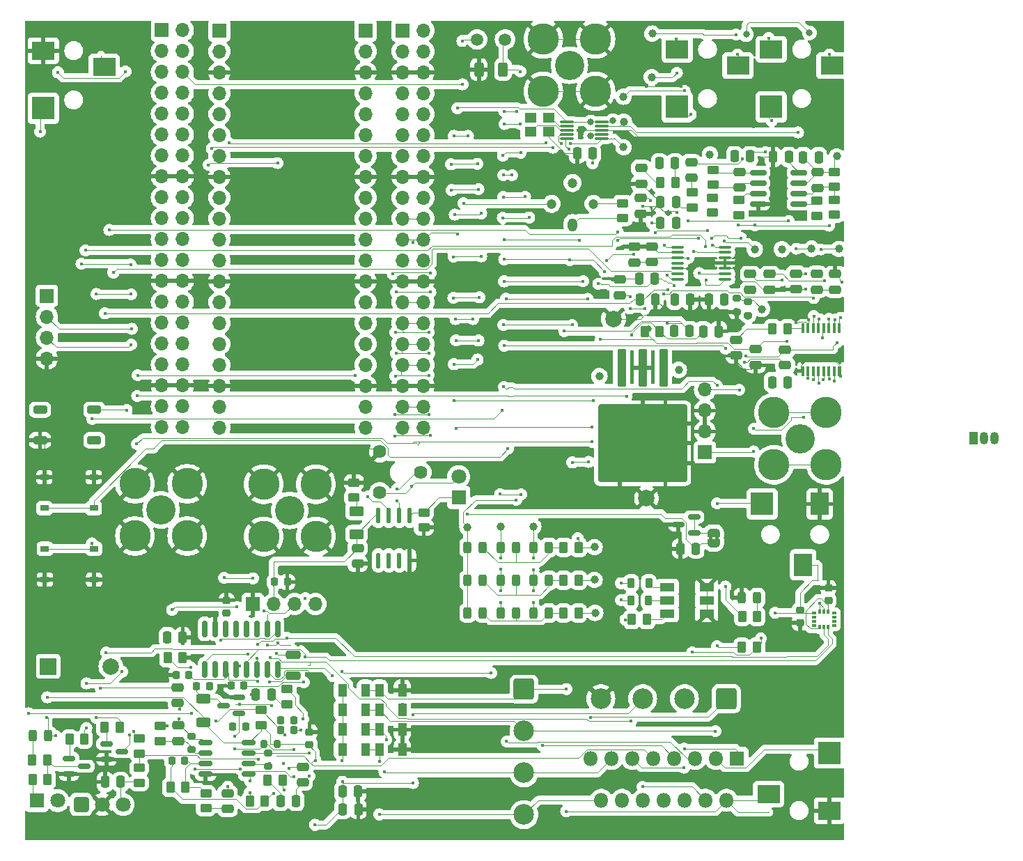
<source format=gbr>
%TF.GenerationSoftware,KiCad,Pcbnew,8.0.4+dfsg-1*%
%TF.CreationDate,2025-02-20T20:00:20-08:00*%
%TF.ProjectId,Audio_in_usd_sound_rp_pico,41756469-6f5f-4696-9e5f-7573645f736f,v0.3.0*%
%TF.SameCoordinates,Original*%
%TF.FileFunction,Copper,L1,Top*%
%TF.FilePolarity,Positive*%
%FSLAX46Y46*%
G04 Gerber Fmt 4.6, Leading zero omitted, Abs format (unit mm)*
G04 Created by KiCad (PCBNEW 8.0.4+dfsg-1) date 2025-02-20 20:00:20*
%MOMM*%
%LPD*%
G01*
G04 APERTURE LIST*
G04 Aperture macros list*
%AMRoundRect*
0 Rectangle with rounded corners*
0 $1 Rounding radius*
0 $2 $3 $4 $5 $6 $7 $8 $9 X,Y pos of 4 corners*
0 Add a 4 corners polygon primitive as box body*
4,1,4,$2,$3,$4,$5,$6,$7,$8,$9,$2,$3,0*
0 Add four circle primitives for the rounded corners*
1,1,$1+$1,$2,$3*
1,1,$1+$1,$4,$5*
1,1,$1+$1,$6,$7*
1,1,$1+$1,$8,$9*
0 Add four rect primitives between the rounded corners*
20,1,$1+$1,$2,$3,$4,$5,0*
20,1,$1+$1,$4,$5,$6,$7,0*
20,1,$1+$1,$6,$7,$8,$9,0*
20,1,$1+$1,$8,$9,$2,$3,0*%
%AMFreePoly0*
4,1,19,0.500000,-0.750000,0.000000,-0.750000,0.000000,-0.744911,-0.071157,-0.744911,-0.207708,-0.704816,-0.327430,-0.627875,-0.420627,-0.520320,-0.479746,-0.390866,-0.500000,-0.250000,-0.500000,0.250000,-0.479746,0.390866,-0.420627,0.520320,-0.327430,0.627875,-0.207708,0.704816,-0.071157,0.744911,0.000000,0.744911,0.000000,0.750000,0.500000,0.750000,0.500000,-0.750000,0.500000,-0.750000,
$1*%
%AMFreePoly1*
4,1,19,0.000000,0.744911,0.071157,0.744911,0.207708,0.704816,0.327430,0.627875,0.420627,0.520320,0.479746,0.390866,0.500000,0.250000,0.500000,-0.250000,0.479746,-0.390866,0.420627,-0.520320,0.327430,-0.627875,0.207708,-0.704816,0.071157,-0.744911,0.000000,-0.744911,0.000000,-0.750000,-0.500000,-0.750000,-0.500000,0.750000,0.000000,0.750000,0.000000,0.744911,0.000000,0.744911,
$1*%
G04 Aperture macros list end*
%TA.AperFunction,EtchedComponent*%
%ADD10C,0.000000*%
%TD*%
%TA.AperFunction,SMDPad,CuDef*%
%ADD11R,0.576580X0.351536*%
%TD*%
%TA.AperFunction,SMDPad,CuDef*%
%ADD12R,0.351536X0.576580*%
%TD*%
%TA.AperFunction,SMDPad,CuDef*%
%ADD13R,2.800000X2.800000*%
%TD*%
%TA.AperFunction,SMDPad,CuDef*%
%ADD14R,2.200000X2.800000*%
%TD*%
%TA.AperFunction,SMDPad,CuDef*%
%ADD15R,2.800000X2.200000*%
%TD*%
%TA.AperFunction,SMDPad,CuDef*%
%ADD16RoundRect,0.225000X-0.250000X0.225000X-0.250000X-0.225000X0.250000X-0.225000X0.250000X0.225000X0*%
%TD*%
%TA.AperFunction,SMDPad,CuDef*%
%ADD17RoundRect,0.200000X-0.275000X0.200000X-0.275000X-0.200000X0.275000X-0.200000X0.275000X0.200000X0*%
%TD*%
%TA.AperFunction,SMDPad,CuDef*%
%ADD18RoundRect,0.200000X0.275000X-0.200000X0.275000X0.200000X-0.275000X0.200000X-0.275000X-0.200000X0*%
%TD*%
%TA.AperFunction,SMDPad,CuDef*%
%ADD19RoundRect,0.225000X0.225000X0.250000X-0.225000X0.250000X-0.225000X-0.250000X0.225000X-0.250000X0*%
%TD*%
%TA.AperFunction,SMDPad,CuDef*%
%ADD20RoundRect,0.225000X0.250000X-0.225000X0.250000X0.225000X-0.250000X0.225000X-0.250000X-0.225000X0*%
%TD*%
%TA.AperFunction,SMDPad,CuDef*%
%ADD21RoundRect,0.225000X-0.225000X-0.250000X0.225000X-0.250000X0.225000X0.250000X-0.225000X0.250000X0*%
%TD*%
%TA.AperFunction,SMDPad,CuDef*%
%ADD22RoundRect,0.200000X-0.200000X-0.275000X0.200000X-0.275000X0.200000X0.275000X-0.200000X0.275000X0*%
%TD*%
%TA.AperFunction,SMDPad,CuDef*%
%ADD23RoundRect,0.250000X0.475000X-0.250000X0.475000X0.250000X-0.475000X0.250000X-0.475000X-0.250000X0*%
%TD*%
%TA.AperFunction,SMDPad,CuDef*%
%ADD24RoundRect,0.248780X-0.451220X0.261220X-0.451220X-0.261220X0.451220X-0.261220X0.451220X0.261220X0*%
%TD*%
%TA.AperFunction,SMDPad,CuDef*%
%ADD25RoundRect,0.150000X-0.675000X-0.150000X0.675000X-0.150000X0.675000X0.150000X-0.675000X0.150000X0*%
%TD*%
%TA.AperFunction,SMDPad,CuDef*%
%ADD26RoundRect,0.250000X-0.300000X-0.550000X0.300000X-0.550000X0.300000X0.550000X-0.300000X0.550000X0*%
%TD*%
%TA.AperFunction,ComponentPad*%
%ADD27C,3.556000*%
%TD*%
%TA.AperFunction,ComponentPad*%
%ADD28C,3.810000*%
%TD*%
%TA.AperFunction,ComponentPad*%
%ADD29C,1.000000*%
%TD*%
%TA.AperFunction,SMDPad,CuDef*%
%ADD30RoundRect,0.250000X-0.450000X0.262500X-0.450000X-0.262500X0.450000X-0.262500X0.450000X0.262500X0*%
%TD*%
%TA.AperFunction,SMDPad,CuDef*%
%ADD31RoundRect,0.248780X0.261220X0.451220X-0.261220X0.451220X-0.261220X-0.451220X0.261220X-0.451220X0*%
%TD*%
%TA.AperFunction,SMDPad,CuDef*%
%ADD32RoundRect,0.218750X-0.218750X-0.381250X0.218750X-0.381250X0.218750X0.381250X-0.218750X0.381250X0*%
%TD*%
%TA.AperFunction,SMDPad,CuDef*%
%ADD33RoundRect,0.248780X-0.261220X-0.451220X0.261220X-0.451220X0.261220X0.451220X-0.261220X0.451220X0*%
%TD*%
%TA.AperFunction,ComponentPad*%
%ADD34R,1.050000X1.500000*%
%TD*%
%TA.AperFunction,ComponentPad*%
%ADD35O,1.050000X1.500000*%
%TD*%
%TA.AperFunction,SMDPad,CuDef*%
%ADD36RoundRect,0.250000X-0.262500X-0.450000X0.262500X-0.450000X0.262500X0.450000X-0.262500X0.450000X0*%
%TD*%
%TA.AperFunction,SMDPad,CuDef*%
%ADD37RoundRect,0.250000X-0.475000X0.250000X-0.475000X-0.250000X0.475000X-0.250000X0.475000X0.250000X0*%
%TD*%
%TA.AperFunction,SMDPad,CuDef*%
%ADD38RoundRect,0.250000X0.262500X0.450000X-0.262500X0.450000X-0.262500X-0.450000X0.262500X-0.450000X0*%
%TD*%
%TA.AperFunction,SMDPad,CuDef*%
%ADD39RoundRect,0.250000X0.450000X-0.262500X0.450000X0.262500X-0.450000X0.262500X-0.450000X-0.262500X0*%
%TD*%
%TA.AperFunction,SMDPad,CuDef*%
%ADD40RoundRect,0.250000X-0.250000X-0.475000X0.250000X-0.475000X0.250000X0.475000X-0.250000X0.475000X0*%
%TD*%
%TA.AperFunction,SMDPad,CuDef*%
%ADD41RoundRect,0.248780X0.451220X-0.261220X0.451220X0.261220X-0.451220X0.261220X-0.451220X-0.261220X0*%
%TD*%
%TA.AperFunction,SMDPad,CuDef*%
%ADD42RoundRect,0.150000X-0.590000X-0.150000X0.590000X-0.150000X0.590000X0.150000X-0.590000X0.150000X0*%
%TD*%
%TA.AperFunction,SMDPad,CuDef*%
%ADD43RoundRect,0.242500X-0.242500X-0.457500X0.242500X-0.457500X0.242500X0.457500X-0.242500X0.457500X0*%
%TD*%
%TA.AperFunction,SMDPad,CuDef*%
%ADD44RoundRect,0.243750X-0.243750X-0.456250X0.243750X-0.456250X0.243750X0.456250X-0.243750X0.456250X0*%
%TD*%
%TA.AperFunction,SMDPad,CuDef*%
%ADD45RoundRect,0.100000X-0.637500X-0.100000X0.637500X-0.100000X0.637500X0.100000X-0.637500X0.100000X0*%
%TD*%
%TA.AperFunction,SMDPad,CuDef*%
%ADD46RoundRect,0.250000X0.250000X0.475000X-0.250000X0.475000X-0.250000X-0.475000X0.250000X-0.475000X0*%
%TD*%
%TA.AperFunction,SMDPad,CuDef*%
%ADD47R,1.000000X0.750000*%
%TD*%
%TA.AperFunction,SMDPad,CuDef*%
%ADD48RoundRect,0.250000X-0.650000X-0.250000X0.650000X-0.250000X0.650000X0.250000X-0.650000X0.250000X0*%
%TD*%
%TA.AperFunction,ComponentPad*%
%ADD49C,2.000000*%
%TD*%
%TA.AperFunction,ComponentPad*%
%ADD50R,1.700000X1.700000*%
%TD*%
%TA.AperFunction,ComponentPad*%
%ADD51O,1.700000X1.700000*%
%TD*%
%TA.AperFunction,ComponentPad*%
%ADD52R,1.800000X1.800000*%
%TD*%
%TA.AperFunction,ComponentPad*%
%ADD53C,1.800000*%
%TD*%
%TA.AperFunction,SMDPad,CuDef*%
%ADD54RoundRect,0.150000X0.587500X0.150000X-0.587500X0.150000X-0.587500X-0.150000X0.587500X-0.150000X0*%
%TD*%
%TA.AperFunction,ComponentPad*%
%ADD55RoundRect,0.250000X-1.000000X1.000000X-1.000000X-1.000000X1.000000X-1.000000X1.000000X1.000000X0*%
%TD*%
%TA.AperFunction,ComponentPad*%
%ADD56C,2.500000*%
%TD*%
%TA.AperFunction,SMDPad,CuDef*%
%ADD57FreePoly0,270.000000*%
%TD*%
%TA.AperFunction,SMDPad,CuDef*%
%ADD58FreePoly1,270.000000*%
%TD*%
%TA.AperFunction,ComponentPad*%
%ADD59C,1.500000*%
%TD*%
%TA.AperFunction,SMDPad,CuDef*%
%ADD60RoundRect,0.150000X0.590000X0.150000X-0.590000X0.150000X-0.590000X-0.150000X0.590000X-0.150000X0*%
%TD*%
%TA.AperFunction,SMDPad,CuDef*%
%ADD61O,0.570000X1.950000*%
%TD*%
%TA.AperFunction,SMDPad,CuDef*%
%ADD62RoundRect,0.087500X-0.725000X-0.087500X0.725000X-0.087500X0.725000X0.087500X-0.725000X0.087500X0*%
%TD*%
%TA.AperFunction,ComponentPad*%
%ADD63RoundRect,0.248400X-0.651600X-0.651600X0.651600X-0.651600X0.651600X0.651600X-0.651600X0.651600X0*%
%TD*%
%TA.AperFunction,ComponentPad*%
%ADD64C,1.200000*%
%TD*%
%TA.AperFunction,ComponentPad*%
%ADD65O,1.200000X1.600000*%
%TD*%
%TA.AperFunction,ComponentPad*%
%ADD66R,2.000000X2.000000*%
%TD*%
%TA.AperFunction,SMDPad,CuDef*%
%ADD67R,1.800000X1.100000*%
%TD*%
%TA.AperFunction,SMDPad,CuDef*%
%ADD68RoundRect,0.250000X-0.312500X-0.625000X0.312500X-0.625000X0.312500X0.625000X-0.312500X0.625000X0*%
%TD*%
%TA.AperFunction,SMDPad,CuDef*%
%ADD69R,1.400000X1.200000*%
%TD*%
%TA.AperFunction,SMDPad,CuDef*%
%ADD70R,0.400000X1.200000*%
%TD*%
%TA.AperFunction,SMDPad,CuDef*%
%ADD71RoundRect,0.250000X-0.300000X2.050000X-0.300000X-2.050000X0.300000X-2.050000X0.300000X2.050000X0*%
%TD*%
%TA.AperFunction,SMDPad,CuDef*%
%ADD72RoundRect,0.250000X-2.375000X2.025000X-2.375000X-2.025000X2.375000X-2.025000X2.375000X2.025000X0*%
%TD*%
%TA.AperFunction,SMDPad,CuDef*%
%ADD73RoundRect,0.250002X-5.149998X4.449998X-5.149998X-4.449998X5.149998X-4.449998X5.149998X4.449998X0*%
%TD*%
%TA.AperFunction,SMDPad,CuDef*%
%ADD74RoundRect,0.250000X0.625000X-0.312500X0.625000X0.312500X-0.625000X0.312500X-0.625000X-0.312500X0*%
%TD*%
%TA.AperFunction,ComponentPad*%
%ADD75RoundRect,0.250000X1.000000X1.000000X-1.000000X1.000000X-1.000000X-1.000000X1.000000X-1.000000X0*%
%TD*%
%TA.AperFunction,ComponentPad*%
%ADD76C,1.620000*%
%TD*%
%TA.AperFunction,SMDPad,CuDef*%
%ADD77RoundRect,0.250000X0.600000X0.250000X-0.600000X0.250000X-0.600000X-0.250000X0.600000X-0.250000X0*%
%TD*%
%TA.AperFunction,SMDPad,CuDef*%
%ADD78RoundRect,0.150000X-0.150000X0.825000X-0.150000X-0.825000X0.150000X-0.825000X0.150000X0.825000X0*%
%TD*%
%TA.AperFunction,SMDPad,CuDef*%
%ADD79RoundRect,0.250000X-0.625000X0.375000X-0.625000X-0.375000X0.625000X-0.375000X0.625000X0.375000X0*%
%TD*%
%TA.AperFunction,SMDPad,CuDef*%
%ADD80RoundRect,0.150000X-0.825000X-0.150000X0.825000X-0.150000X0.825000X0.150000X-0.825000X0.150000X0*%
%TD*%
%TA.AperFunction,ComponentPad*%
%ADD81O,1.800000X1.800000*%
%TD*%
%TA.AperFunction,ViaPad*%
%ADD82C,0.450000*%
%TD*%
%TA.AperFunction,ViaPad*%
%ADD83C,0.800000*%
%TD*%
%TA.AperFunction,Conductor*%
%ADD84C,0.100000*%
%TD*%
G04 APERTURE END LIST*
D10*
%TA.AperFunction,EtchedComponent*%
%TO.C,JP84*%
G36*
X171510000Y-110925000D02*
G01*
X171110000Y-110925000D01*
X171110000Y-110425000D01*
X171510000Y-110425000D01*
X171510000Y-110925000D01*
G37*
%TD.AperFunction*%
%TA.AperFunction,EtchedComponent*%
G36*
X172310000Y-110925000D02*
G01*
X171910000Y-110925000D01*
X171910000Y-110425000D01*
X172310000Y-110425000D01*
X172310000Y-110925000D01*
G37*
%TD.AperFunction*%
%TD*%
D11*
%TO.P,U1,1,SDO/SA0*%
%TO.N,unconnected-(U1-SDO{slash}SA0-Pad1)*%
X186330300Y-121325001D03*
%TO.P,U1,2,SDx*%
%TO.N,unconnected-(U1-SDx-Pad2)*%
X186330300Y-120825000D03*
%TO.P,U1,3,SCx*%
%TO.N,unconnected-(U1-SCx-Pad3)*%
X186330300Y-120325000D03*
%TO.P,U1,4,INT1*%
%TO.N,unconnected-(U1-INT1-Pad4)*%
X186330300Y-119824999D03*
D12*
%TO.P,U1,5,VDDIO*%
%TO.N,+3.3V*%
X185619999Y-119618700D03*
%TO.P,U1,6,GND*%
%TO.N,GND*%
X185120000Y-119618700D03*
%TO.P,U1,7,GND*%
X184620001Y-119618700D03*
D11*
%TO.P,U1,8,VDD*%
%TO.N,+3.3V*%
X183909700Y-119824999D03*
%TO.P,U1,9,INT2*%
%TO.N,unconnected-(U1-INT2-Pad9)*%
X183909700Y-120325000D03*
%TO.P,U1,10,NC*%
%TO.N,unconnected-(U1-NC-Pad10)*%
X183909700Y-120825000D03*
%TO.P,U1,11,NC*%
%TO.N,unconnected-(U1-NC-Pad11)*%
X183909700Y-121325001D03*
D12*
%TO.P,U1,12,CS*%
%TO.N,+3.3V*%
X184620001Y-121531300D03*
%TO.P,U1,13,SCL*%
%TO.N,/SCL*%
X185120000Y-121531300D03*
%TO.P,U1,14,SDA*%
%TO.N,/SDA*%
X185619999Y-121531300D03*
%TD*%
D13*
%TO.P,J17,T*%
%TO.N,/Therm*%
X177590000Y-106545000D03*
D14*
%TO.P,J17,S*%
%TO.N,GND*%
X184590000Y-106545000D03*
%TO.P,J17,R*%
%TO.N,+3.3V*%
X182590000Y-113945000D03*
%TD*%
D15*
%TO.P,J16,R*%
%TO.N,Net-(U12-OUT1)*%
X178380000Y-141815000D03*
%TO.P,J16,S*%
%TO.N,GND*%
X185780000Y-143815000D03*
D13*
%TO.P,J16,T*%
%TO.N,Net-(U12-OUT2)*%
X185780000Y-136815000D03*
%TD*%
D15*
%TO.P,J15,R*%
%TO.N,Net-(C39-Pad1)*%
X97600000Y-53445000D03*
%TO.P,J15,S*%
%TO.N,GND*%
X90200000Y-51445000D03*
D13*
%TO.P,J15,T*%
%TO.N,Net-(C44-Pad1)*%
X90200000Y-58445000D03*
%TD*%
D15*
%TO.P,J12,R*%
%TO.N,Net-(C31-Pad2)*%
X186100000Y-53275000D03*
%TO.P,J12,S*%
%TO.N,Net-(JP88-B)*%
X178700000Y-51275000D03*
D13*
%TO.P,J12,T*%
%TO.N,Net-(C32-Pad2)*%
X178700000Y-58275000D03*
%TD*%
D15*
%TO.P,J1,R*%
%TO.N,Net-(JP18-A)*%
X174660000Y-53275000D03*
%TO.P,J1,S*%
%TO.N,Net-(JP17-B)*%
X167260000Y-51275000D03*
D13*
%TO.P,J1,T*%
%TO.N,Net-(JP19-B)*%
X167260000Y-58275000D03*
%TD*%
D16*
%TO.P,C47,1*%
%TO.N,GND*%
X185650000Y-116735000D03*
%TO.P,C47,2*%
%TO.N,+3.3V*%
X185650000Y-118295000D03*
%TD*%
D17*
%TO.P,R11,1*%
%TO.N,Net-(C20-Pad2)*%
X175890000Y-81965000D03*
%TO.P,R11,2*%
%TO.N,Net-(JP87-B)*%
X175890000Y-83605000D03*
%TD*%
D18*
%TO.P,R1,1*%
%TO.N,GND*%
X174490000Y-83185000D03*
%TO.P,R1,2*%
%TO.N,Net-(C20-Pad2)*%
X174490000Y-81545000D03*
%TD*%
D19*
%TO.P,C41,1*%
%TO.N,Net-(U10-AMI)*%
X110400000Y-128665000D03*
%TO.P,C41,2*%
%TO.N,Net-(Q3-C)*%
X108840000Y-128665000D03*
%TD*%
D20*
%TO.P,C2,1*%
%TO.N,GND*%
X182190000Y-121015000D03*
%TO.P,C2,2*%
%TO.N,+3.3V*%
X182190000Y-119455000D03*
%TD*%
D21*
%TO.P,C52,1*%
%TO.N,GND*%
X106358000Y-127313000D03*
%TO.P,C52,2*%
%TO.N,+3.3V*%
X107918000Y-127313000D03*
%TD*%
D20*
%TO.P,C38,1*%
%TO.N,+5V*%
X122570000Y-135812107D03*
%TO.P,C38,2*%
%TO.N,GND*%
X122570000Y-134252107D03*
%TD*%
D22*
%TO.P,R22,1*%
%TO.N,Net-(Q3-B)*%
X116994000Y-135675000D03*
%TO.P,R22,2*%
%TO.N,+5V*%
X118634000Y-135675000D03*
%TD*%
D17*
%TO.P,R20,1*%
%TO.N,Net-(C42-Pad1)*%
X117510000Y-136795000D03*
%TO.P,R20,2*%
%TO.N,Net-(U9B--)*%
X117510000Y-138435000D03*
%TD*%
%TO.P,R10,1*%
%TO.N,Net-(C33-Pad1)*%
X108240000Y-134775000D03*
%TO.P,R10,2*%
%TO.N,Net-(U9A--)*%
X108240000Y-136415000D03*
%TD*%
D21*
%TO.P,C43,1*%
%TO.N,Net-(J13-In)*%
X119100000Y-132800000D03*
%TO.P,C43,2*%
%TO.N,Net-(Q3-B)*%
X120660000Y-132800000D03*
%TD*%
D19*
%TO.P,C37,1*%
%TO.N,Net-(U10-DCLK)*%
X114595000Y-128630000D03*
%TO.P,C37,2*%
%TO.N,GND*%
X113035000Y-128630000D03*
%TD*%
D16*
%TO.P,C36,1*%
%TO.N,GND*%
X112480000Y-118277000D03*
%TO.P,C36,2*%
%TO.N,Net-(U10-RCLK)*%
X112480000Y-119837000D03*
%TD*%
D19*
%TO.P,C35,1*%
%TO.N,Net-(U9A-+)*%
X107390000Y-137725000D03*
%TO.P,C35,2*%
%TO.N,GND1*%
X105830000Y-137725000D03*
%TD*%
%TO.P,C34,1*%
%TO.N,Net-(J14-In)*%
X114790000Y-133575000D03*
%TO.P,C34,2*%
%TO.N,Net-(U10-FMI)*%
X113230000Y-133575000D03*
%TD*%
%TO.P,C54,1*%
%TO.N,Net-(U9B-+)*%
X120644000Y-134061000D03*
%TO.P,C54,2*%
%TO.N,GND1*%
X119084000Y-134061000D03*
%TD*%
D23*
%TO.P,C57,1*%
%TO.N,VDDA*%
X160250000Y-81175000D03*
%TO.P,C57,2*%
%TO.N,GND*%
X160250000Y-79275000D03*
%TD*%
D24*
%TO.P,R43,1*%
%TO.N,/Smoke*%
X160660000Y-69975000D03*
%TO.P,R43,2*%
%TO.N,<NO NET>*%
X160660000Y-71795000D03*
%TD*%
D25*
%TO.P,U9,1*%
%TO.N,Net-(C33-Pad1)*%
X109945000Y-135585000D03*
%TO.P,U9,2,-*%
%TO.N,Net-(U9A--)*%
X109945000Y-136855000D03*
%TO.P,U9,3,+*%
%TO.N,Net-(U9A-+)*%
X109945000Y-138125000D03*
%TO.P,U9,4,V-*%
%TO.N,GND*%
X109945000Y-139395000D03*
%TO.P,U9,5,+*%
%TO.N,Net-(U9B-+)*%
X115195000Y-139395000D03*
%TO.P,U9,6,-*%
%TO.N,Net-(U9B--)*%
X115195000Y-138125000D03*
%TO.P,U9,7*%
%TO.N,Net-(C42-Pad1)*%
X115195000Y-136855000D03*
%TO.P,U9,8,V+*%
%TO.N,+5V*%
X115195000Y-135585000D03*
%TD*%
D26*
%TO.P,D5,1*%
%TO.N,VS*%
X126560000Y-133975000D03*
%TO.P,D5,2*%
%TO.N,Net-(U12-OUT3)*%
X129360000Y-133975000D03*
%TD*%
D27*
%TO.P,J14,1,In*%
%TO.N,Net-(J14-In)*%
X104520000Y-107265000D03*
D28*
%TO.P,J14,2,Ext*%
%TO.N,GND*%
X101345000Y-104090000D03*
X101345000Y-110440000D03*
X107695000Y-104090000D03*
X107695000Y-110440000D03*
%TD*%
D29*
%TO.P,TP3,1,1*%
%TO.N,/I_CLK*%
X160730000Y-57045000D03*
%TD*%
%TO.P,TP4,1,1*%
%TO.N,/Q_CLK*%
X160780000Y-60065000D03*
%TD*%
D30*
%TO.P,R35,1*%
%TO.N,Net-(IR-PD1-K)*%
X136460000Y-107562500D03*
%TO.P,R35,2*%
%TO.N,GND*%
X136460000Y-109387500D03*
%TD*%
D29*
%TO.P,TP25,1,1*%
%TO.N,+5V*%
X167466000Y-90249000D03*
%TD*%
D31*
%TO.P,R42,1*%
%TO.N,+3.3V*%
X176950000Y-123955000D03*
%TO.P,R42,2*%
%TO.N,/Therm*%
X175130000Y-123955000D03*
%TD*%
D32*
%TO.P,R32,1*%
%TO.N,/RED*%
X161635000Y-118275000D03*
%TO.P,R32,2*%
%TO.N,Net-(D4-RA)*%
X163760000Y-118275000D03*
%TD*%
D33*
%TO.P,R5,1*%
%TO.N,Net-(D2-K)*%
X88910000Y-140025000D03*
%TO.P,R5,2*%
%TO.N,Net-(Q1-C)*%
X90730000Y-140025000D03*
%TD*%
D23*
%TO.P,C40,1*%
%TO.N,Net-(C40-Pad1)*%
X112610000Y-143600000D03*
%TO.P,C40,2*%
%TO.N,Net-(U10-LOUT)*%
X112610000Y-141700000D03*
%TD*%
D34*
%TO.P,U15,1,GND*%
%TO.N,Net-(U15-GND)*%
X203300000Y-98585000D03*
D35*
%TO.P,U15,2,DQ*%
%TO.N,Net-(U15-DQ)*%
X204570000Y-98585000D03*
%TO.P,U15,3,V_{DD}*%
%TO.N,Net-(U15-V_{DD})*%
X205840000Y-98585000D03*
%TD*%
D36*
%TO.P,R27,1*%
%TO.N,Net-(U9B-+)*%
X115317500Y-142645000D03*
%TO.P,R27,2*%
%TO.N,GND1*%
X117142500Y-142645000D03*
%TD*%
D37*
%TO.P,C7,1*%
%TO.N,Net-(U2-VINR)*%
X162900000Y-65705000D03*
%TO.P,C7,2*%
%TO.N,GND*%
X162900000Y-67605000D03*
%TD*%
D38*
%TO.P,R3,1*%
%TO.N,Net-(C4-Pad2)*%
X167030000Y-67510000D03*
%TO.P,R3,2*%
%TO.N,Net-(U2-VINR)*%
X165205000Y-67510000D03*
%TD*%
D29*
%TO.P,TP11,1,1*%
%TO.N,Net-(C20-Pad2)*%
X177590000Y-82845000D03*
%TD*%
D39*
%TO.P,R19,1*%
%TO.N,Net-(U9A--)*%
X104410000Y-135337500D03*
%TO.P,R19,2*%
%TO.N,GND1*%
X104410000Y-133512500D03*
%TD*%
D29*
%TO.P,TP16,1,1*%
%TO.N,Net-(U7-1B2)*%
X176690000Y-75585000D03*
%TD*%
D40*
%TO.P,C4,1*%
%TO.N,Net-(JP19-B)*%
X165100000Y-65120000D03*
%TO.P,C4,2*%
%TO.N,Net-(C4-Pad2)*%
X167000000Y-65120000D03*
%TD*%
D41*
%TO.P,R18,1*%
%TO.N,Net-(U8A--)*%
X171620000Y-67735000D03*
%TO.P,R18,2*%
%TO.N,/Q*%
X171620000Y-65915000D03*
%TD*%
D42*
%TO.P,Q1,1,B*%
%TO.N,Net-(Q1-B)*%
X93330000Y-137475000D03*
%TO.P,Q1,2,E*%
%TO.N,GND*%
X93330000Y-139375000D03*
%TO.P,Q1,3,C*%
%TO.N,Net-(Q1-C)*%
X95210000Y-138425000D03*
%TD*%
D29*
%TO.P,TP:C2,1,1*%
%TO.N,/MatrixR2*%
X145772500Y-109290000D03*
%TD*%
D43*
%TO.P,D1,1*%
%TO.N,Net-(D1-Pad1)*%
X88880000Y-134725000D03*
%TO.P,D1,2*%
%TO.N,+5V*%
X90760000Y-134725000D03*
%TD*%
D40*
%TO.P,C50,1*%
%TO.N,VS*%
X126600000Y-143635000D03*
%TO.P,C50,2*%
%TO.N,GND*%
X128500000Y-143635000D03*
%TD*%
D23*
%TO.P,C20,1*%
%TO.N,GND*%
X174400000Y-88465000D03*
%TO.P,C20,2*%
%TO.N,Net-(C20-Pad2)*%
X174400000Y-86565000D03*
%TD*%
D44*
%TO.P,D17,1,K*%
%TO.N,/MatrixR2*%
X145772500Y-115815000D03*
%TO.P,D17,2,A*%
%TO.N,Net-(D14-A)*%
X147647500Y-115815000D03*
%TD*%
D23*
%TO.P,C11,1*%
%TO.N,GND*%
X162850000Y-71275000D03*
%TO.P,C11,2*%
%TO.N,/PCM1808_ADC/VREF*%
X162850000Y-69375000D03*
%TD*%
D26*
%TO.P,D12,1*%
%TO.N,Net-(U12-OUT2)*%
X131060000Y-131575000D03*
%TO.P,D12,2*%
%TO.N,GND*%
X133860000Y-131575000D03*
%TD*%
D29*
%TO.P,TP:C1,1,1*%
%TO.N,/MatrixR1*%
X141772500Y-109340000D03*
%TD*%
D37*
%TO.P,C33,2*%
%TO.N,Net-(U9A--)*%
X106590000Y-135365000D03*
%TO.P,C33,1*%
%TO.N,Net-(C33-Pad1)*%
X106590000Y-133465000D03*
%TD*%
D33*
%TO.P,R30,1*%
%TO.N,GND1*%
X105310000Y-125235000D03*
%TO.P,R30,2*%
%TO.N,GND*%
X107130000Y-125235000D03*
%TD*%
D40*
%TO.P,C32,1*%
%TO.N,/Q*%
X174240000Y-64255000D03*
%TO.P,C32,2*%
%TO.N,Net-(C32-Pad2)*%
X176140000Y-64255000D03*
%TD*%
D45*
%TO.P,U2,1,VREF*%
%TO.N,/PCM1808_ADC/VREF*%
X167350000Y-75320000D03*
%TO.P,U2,2,AGND*%
%TO.N,GND*%
X167350000Y-75970000D03*
%TO.P,U2,3,VCC*%
%TO.N,VDDA*%
X167350000Y-76620000D03*
%TO.P,U2,4,VDD*%
%TO.N,+3.3V*%
X167350000Y-77270000D03*
%TO.P,U2,5,DGND*%
%TO.N,GND*%
X167350000Y-77920000D03*
%TO.P,U2,6,SCKI*%
%TO.N,/SCKI*%
X167350000Y-78570000D03*
%TO.P,U2,7,LRCK*%
%TO.N,/WS*%
X167350000Y-79220000D03*
%TO.P,U2,8,BCK*%
%TO.N,/BCK*%
X173075000Y-79220000D03*
%TO.P,U2,9,DOUT*%
%TO.N,/DATA*%
X173075000Y-78570000D03*
%TO.P,U2,10,MD0*%
%TO.N,GND*%
X173075000Y-77920000D03*
%TO.P,U2,11,MD1*%
X173075000Y-77270000D03*
%TO.P,U2,12,FMT*%
X173075000Y-76620000D03*
%TO.P,U2,13,VINL*%
%TO.N,Net-(U2-VINL)*%
X173075000Y-75970000D03*
%TO.P,U2,14,VINR*%
%TO.N,Net-(U2-VINR)*%
X173075000Y-75320000D03*
%TD*%
D46*
%TO.P,C17,1*%
%TO.N,Net-(U6-Vs)*%
X99610000Y-140325000D03*
%TO.P,C17,2*%
%TO.N,GND*%
X97710000Y-140325000D03*
%TD*%
D23*
%TO.P,C12,1*%
%TO.N,VDDA*%
X164215000Y-77165000D03*
%TO.P,C12,2*%
%TO.N,GND*%
X164215000Y-75265000D03*
%TD*%
%TO.P,C28,1*%
%TO.N,Net-(U8B--)*%
X184320000Y-68115000D03*
%TO.P,C28,2*%
%TO.N,/I*%
X184320000Y-66215000D03*
%TD*%
D38*
%TO.P,R12,1*%
%TO.N,VDDA*%
X180660000Y-85245000D03*
%TO.P,R12,2*%
%TO.N,Net-(C20-Pad2)*%
X178835000Y-85245000D03*
%TD*%
D47*
%TO.P,SW1,1,1*%
%TO.N,/LeftButton*%
X90390000Y-111990000D03*
X96390000Y-111990000D03*
%TO.P,SW1,2,2*%
%TO.N,GND*%
X90390000Y-115740000D03*
X96390000Y-115740000D03*
%TD*%
D48*
%TO.P,X1,1,1*%
%TO.N,Net-(U10-DCLK)*%
X120585000Y-124910000D03*
%TO.P,X1,2,2*%
%TO.N,Net-(U10-RCLK)*%
X120585000Y-127410000D03*
%TD*%
D36*
%TO.P,R34,1*%
%TO.N,/BLUE*%
X161760000Y-120575000D03*
%TO.P,R34,2*%
%TO.N,Net-(D4-BA)*%
X163585000Y-120575000D03*
%TD*%
D37*
%TO.P,C44,1*%
%TO.N,Net-(C44-Pad1)*%
X121750000Y-138485000D03*
%TO.P,C44,2*%
%TO.N,Net-(C42-Pad1)*%
X121750000Y-140385000D03*
%TD*%
D44*
%TO.P,D14,1,K*%
%TO.N,/MatrixR1*%
X141772500Y-115815000D03*
%TO.P,D14,2,A*%
%TO.N,Net-(D14-A)*%
X143647500Y-115815000D03*
%TD*%
D29*
%TO.P,TP14,1,1*%
%TO.N,Net-(U7-1B4)*%
X183610000Y-75515000D03*
%TD*%
D41*
%TO.P,R29,1*%
%TO.N,+5V*%
X116680000Y-133425000D03*
%TO.P,R29,2*%
%TO.N,GND1*%
X116680000Y-131605000D03*
%TD*%
D40*
%TO.P,C49,1*%
%TO.N,VS*%
X126560000Y-141495000D03*
%TO.P,C49,2*%
%TO.N,GND*%
X128460000Y-141495000D03*
%TD*%
D49*
%TO.P,TP10,1,1*%
%TO.N,GND*%
X163534000Y-105867000D03*
%TD*%
D40*
%TO.P,C46,1*%
%TO.N,GND1*%
X105260000Y-122745000D03*
%TO.P,C46,2*%
%TO.N,GND*%
X107160000Y-122745000D03*
%TD*%
D33*
%TO.P,R8,1*%
%TO.N,Net-(Q2-B)*%
X97660000Y-133675000D03*
%TO.P,R8,2*%
%TO.N,/Buzzer*%
X99480000Y-133675000D03*
%TD*%
D37*
%TO.P,C21,1*%
%TO.N,Net-(U7-1B4)*%
X181690000Y-78565000D03*
%TO.P,C21,2*%
%TO.N,GND*%
X181690000Y-80465000D03*
%TD*%
%TO.P,C39,1*%
%TO.N,Net-(C39-Pad1)*%
X106550000Y-128835000D03*
%TO.P,C39,2*%
%TO.N,Net-(C33-Pad1)*%
X106550000Y-130735000D03*
%TD*%
D47*
%TO.P,SW2,1,1*%
%TO.N,GND*%
X90330000Y-103290000D03*
X96330000Y-103290000D03*
%TO.P,SW2,2,2*%
%TO.N,/RightButton*%
X90330000Y-107040000D03*
X96330000Y-107040000D03*
%TD*%
D30*
%TO.P,R23,1*%
%TO.N,Net-(U9A-+)*%
X109960000Y-141700000D03*
%TO.P,R23,2*%
%TO.N,Net-(C40-Pad1)*%
X109960000Y-143525000D03*
%TD*%
D23*
%TO.P,C26,1*%
%TO.N,Net-(U7-1B3)*%
X176140000Y-80495000D03*
%TO.P,C26,2*%
%TO.N,Net-(C26-Pad2)*%
X176140000Y-78595000D03*
%TD*%
D29*
%TO.P,TP5,1,1*%
%TO.N,/Si5351a/CLK2*%
X160750000Y-63195000D03*
%TD*%
D40*
%TO.P,C56,1*%
%TO.N,Net-(U17-VO)*%
X170425000Y-85550000D03*
%TO.P,C56,2*%
%TO.N,GND*%
X172325000Y-85550000D03*
%TD*%
%TO.P,C30,1*%
%TO.N,GND*%
X178930000Y-64355000D03*
%TO.P,C30,2*%
%TO.N,VDDA*%
X180830000Y-64355000D03*
%TD*%
D50*
%TO.P,Je3,1,Pin_1*%
%TO.N,Net-(JP86-A)*%
X170646000Y-100279000D03*
D51*
%TO.P,Je3,2,Pin_2*%
%TO.N,GND*%
X170646000Y-97739000D03*
%TO.P,Je3,3,Pin_3*%
X170646000Y-95199000D03*
%TO.P,Je3,4,Pin_4*%
%TO.N,Net-(JP86-B)*%
X170646000Y-92659000D03*
%TD*%
D52*
%TO.P,D2,1,K*%
%TO.N,Net-(D2-K)*%
X89410000Y-142600000D03*
D53*
%TO.P,D2,2,A*%
%TO.N,+5V*%
X91950000Y-142600000D03*
%TD*%
D36*
%TO.P,R25,1*%
%TO.N,Net-(U9B--)*%
X117455000Y-140115000D03*
%TO.P,R25,2*%
%TO.N,GND1*%
X119280000Y-140115000D03*
%TD*%
D30*
%TO.P,R2,1*%
%TO.N,Net-(C3-Pad2)*%
X169060000Y-68660000D03*
%TO.P,R2,2*%
%TO.N,Net-(U2-VINL)*%
X169060000Y-70485000D03*
%TD*%
D49*
%TO.P,TP12,1,1*%
%TO.N,GND*%
X159530000Y-84045000D03*
%TD*%
D54*
%TO.P,U5,1,REF*%
%TO.N,Net-(JP84-A)*%
X169310000Y-110025000D03*
%TO.P,U5,2,K*%
X169310000Y-108125000D03*
%TO.P,U5,3,A*%
%TO.N,GND*%
X167435000Y-109075000D03*
%TD*%
D42*
%TO.P,Q2,1,B*%
%TO.N,Net-(Q2-B)*%
X97880000Y-135675000D03*
%TO.P,Q2,2,E*%
%TO.N,GND*%
X97880000Y-137575000D03*
%TO.P,Q2,3,C*%
%TO.N,Net-(Q2-C)*%
X99760000Y-136625000D03*
%TD*%
D29*
%TO.P,TP1,1,1*%
%TO.N,Net-(JP18-A)*%
X164230000Y-49375000D03*
%TD*%
D52*
%TO.P,IR-PD1,1,K*%
%TO.N,Net-(IR-PD1-K)*%
X140710000Y-105765000D03*
D53*
%TO.P,IR-PD1,2,A*%
%TO.N,+3.3V*%
X140710000Y-103225000D03*
%TD*%
D33*
%TO.P,R4,1*%
%TO.N,Net-(D1-Pad1)*%
X88860000Y-137675000D03*
%TO.P,R4,2*%
%TO.N,Net-(Q1-C)*%
X90680000Y-137675000D03*
%TD*%
D23*
%TO.P,C23,1*%
%TO.N,GND*%
X176810000Y-89635000D03*
%TO.P,C23,2*%
%TO.N,VDDA*%
X176810000Y-87735000D03*
%TD*%
D40*
%TO.P,C14,1*%
%TO.N,/WS*%
X162710000Y-81685000D03*
%TO.P,C14,2*%
%TO.N,GND*%
X164610000Y-81685000D03*
%TD*%
D44*
%TO.P,D20,1,K*%
%TO.N,/MatrixR3*%
X149797500Y-115815000D03*
%TO.P,D20,2,A*%
%TO.N,Net-(D14-A)*%
X151672500Y-115815000D03*
%TD*%
D23*
%TO.P,C19,1*%
%TO.N,Net-(JP86-B)*%
X180380000Y-89665000D03*
%TO.P,C19,2*%
%TO.N,Net-(JP87-B)*%
X180380000Y-87765000D03*
%TD*%
D55*
%TO.P,T2,1,1*%
%TO.N,Net-(U12-OUT1)*%
X148640000Y-129055000D03*
D56*
%TO.P,T2,2,2*%
%TO.N,Net-(U12-OUT2)*%
X148640000Y-134135000D03*
%TO.P,T2,3,3*%
%TO.N,Net-(U12-OUT3)*%
X148640000Y-139215000D03*
%TO.P,T2,4,4*%
%TO.N,Net-(U12-OUT4)*%
X148640000Y-144295000D03*
%TD*%
D26*
%TO.P,D8,1*%
%TO.N,Net-(U12-OUT1)*%
X131060000Y-129175000D03*
%TO.P,D8,2*%
%TO.N,GND*%
X133860000Y-129175000D03*
%TD*%
D44*
%TO.P,D18,1,K*%
%TO.N,/MatrixR2*%
X145772500Y-119790000D03*
%TO.P,D18,2,A*%
%TO.N,Net-(D15-A)*%
X147647500Y-119790000D03*
%TD*%
D57*
%TO.P,JP84,1,A*%
%TO.N,Net-(JP84-A)*%
X171710000Y-110025000D03*
D58*
%TO.P,JP84,2,B*%
%TO.N,/VREF*%
X171710000Y-111325000D03*
%TD*%
D59*
%TO.P,R37,1*%
%TO.N,/PHOTO*%
X146340000Y-50085000D03*
%TO.P,R37,2*%
%TO.N,+3.3V*%
X142940000Y-50085000D03*
%TD*%
D26*
%TO.P,D10,1*%
%TO.N,Net-(U12-OUT4)*%
X131060000Y-136375000D03*
%TO.P,D10,2*%
%TO.N,GND*%
X133860000Y-136375000D03*
%TD*%
D60*
%TO.P,Q3,1,B*%
%TO.N,Net-(Q3-B)*%
X114010000Y-131975000D03*
%TO.P,Q3,2,E*%
%TO.N,GND*%
X114010000Y-130075000D03*
%TO.P,Q3,3,C*%
%TO.N,Net-(Q3-C)*%
X112130000Y-131025000D03*
%TD*%
D29*
%TO.P,TP:C3,1,1*%
%TO.N,/MatrixR3*%
X149772500Y-109290000D03*
%TD*%
%TO.P,TP15,1,1*%
%TO.N,Net-(C26-Pad2)*%
X180010000Y-75585000D03*
%TD*%
D41*
%TO.P,R9,1*%
%TO.N,Net-(U6-Vs)*%
X101860000Y-140445000D03*
%TO.P,R9,2*%
%TO.N,+3.3V*%
X101860000Y-138625000D03*
%TD*%
D23*
%TO.P,C27,1*%
%TO.N,Net-(U7-1B1)*%
X186460000Y-80495000D03*
%TO.P,C27,2*%
%TO.N,GND*%
X186460000Y-78595000D03*
%TD*%
D40*
%TO.P,C9,1*%
%TO.N,/PCM1808_ADC/VREF*%
X165240000Y-72425000D03*
%TO.P,C9,2*%
%TO.N,GND*%
X167140000Y-72425000D03*
%TD*%
D46*
%TO.P,C6,1*%
%TO.N,Net-(U2-VINL)*%
X167140000Y-69885000D03*
%TO.P,C6,2*%
%TO.N,GND*%
X165240000Y-69885000D03*
%TD*%
D27*
%TO.P,J8,1,In*%
%TO.N,/Si5351a/CLK2*%
X154165000Y-53210000D03*
D28*
%TO.P,J8,2,Ext*%
%TO.N,GND*%
X150990000Y-50035000D03*
X150990000Y-56385000D03*
X157340000Y-50035000D03*
X157340000Y-56385000D03*
%TD*%
D50*
%TO.P,J4,1,Pin_1*%
%TO.N,Net-(J4-Pin_1)*%
X133880000Y-48995000D03*
D51*
%TO.P,J4,2,Pin_2*%
%TO.N,Net-(J4-Pin_2)*%
X133880000Y-51535000D03*
%TO.P,J4,3,Pin_3*%
%TO.N,GND*%
X133880000Y-54075000D03*
%TO.P,J4,4,Pin_4*%
%TO.N,Net-(J4-Pin_37)*%
X133880000Y-56615000D03*
%TO.P,J4,5,Pin_5*%
%TO.N,Net-(J4-Pin_36)*%
X133880000Y-59155000D03*
%TO.P,J4,6,Pin_6*%
%TO.N,Net-(J4-Pin_35)*%
X133880000Y-61695000D03*
%TO.P,J4,7,Pin_7*%
%TO.N,Net-(J4-Pin_34)*%
X133880000Y-64235000D03*
%TO.P,J4,8,Pin_8*%
%TO.N,GND*%
X133880000Y-66775000D03*
%TO.P,J4,9,Pin_9*%
%TO.N,Net-(J4-Pin_32)*%
X133880000Y-69315000D03*
%TO.P,J4,10,Pin_10*%
%TO.N,Net-(J4-Pin_10)*%
X133880000Y-71855000D03*
%TO.P,J4,11,Pin_11*%
%TO.N,+3.3V*%
X133880000Y-74395000D03*
%TO.P,J4,12,Pin_12*%
%TO.N,Net-(J4-Pin_12)*%
X133880000Y-76935000D03*
%TO.P,J4,13,Pin_13*%
%TO.N,GND*%
X133880000Y-79475000D03*
%TO.P,J4,14,Pin_14*%
%TO.N,Net-(J4-Pin_14)*%
X133880000Y-82015000D03*
%TO.P,J4,15,Pin_15*%
%TO.N,Net-(J4-Pin_15)*%
X133880000Y-84555000D03*
%TO.P,J4,16,Pin_16*%
%TO.N,Net-(J4-Pin_16)*%
X133880000Y-87095000D03*
%TO.P,J4,17,Pin_17*%
%TO.N,Net-(J4-Pin_17)*%
X133880000Y-89635000D03*
%TO.P,J4,18,Pin_18*%
%TO.N,GND*%
X133880000Y-92175000D03*
%TO.P,J4,19,Pin_19*%
%TO.N,Net-(J4-Pin_19)*%
X133880000Y-94715000D03*
%TO.P,J4,20,Pin_20*%
%TO.N,Net-(J4-Pin_20)*%
X133880000Y-97255000D03*
%TO.P,J4,21,Pin_21*%
X136420000Y-97255000D03*
%TO.P,J4,22,Pin_22*%
%TO.N,Net-(J4-Pin_19)*%
X136420000Y-94715000D03*
%TO.P,J4,23,Pin_23*%
%TO.N,GND*%
X136420000Y-92175000D03*
%TO.P,J4,24,Pin_24*%
%TO.N,Net-(J4-Pin_17)*%
X136420000Y-89635000D03*
%TO.P,J4,25,Pin_25*%
%TO.N,Net-(J4-Pin_16)*%
X136420000Y-87095000D03*
%TO.P,J4,26,Pin_26*%
%TO.N,Net-(J4-Pin_15)*%
X136420000Y-84555000D03*
%TO.P,J4,27,Pin_27*%
%TO.N,Net-(J4-Pin_14)*%
X136420000Y-82015000D03*
%TO.P,J4,28,Pin_28*%
%TO.N,GND*%
X136420000Y-79475000D03*
%TO.P,J4,29,Pin_29*%
%TO.N,Net-(J4-Pin_12)*%
X136420000Y-76935000D03*
%TO.P,J4,30,Pin_30*%
%TO.N,+3.3V*%
X136420000Y-74395000D03*
%TO.P,J4,31,Pin_31*%
%TO.N,Net-(J4-Pin_10)*%
X136420000Y-71855000D03*
%TO.P,J4,32,Pin_32*%
%TO.N,Net-(J4-Pin_32)*%
X136420000Y-69315000D03*
%TO.P,J4,33,Pin_33*%
%TO.N,GND*%
X136420000Y-66775000D03*
%TO.P,J4,34,Pin_34*%
%TO.N,Net-(J4-Pin_34)*%
X136420000Y-64235000D03*
%TO.P,J4,35,Pin_35*%
%TO.N,Net-(J4-Pin_35)*%
X136420000Y-61695000D03*
%TO.P,J4,36,Pin_36*%
%TO.N,Net-(J4-Pin_36)*%
X136420000Y-59155000D03*
%TO.P,J4,37,Pin_37*%
%TO.N,Net-(J4-Pin_37)*%
X136420000Y-56615000D03*
%TO.P,J4,38,Pin_38*%
%TO.N,GND*%
X136420000Y-54075000D03*
%TO.P,J4,39,Pin_39*%
%TO.N,Net-(J4-Pin_2)*%
X136420000Y-51535000D03*
%TO.P,J4,40,Pin_40*%
%TO.N,Net-(J4-Pin_1)*%
X136420000Y-48995000D03*
%TD*%
D61*
%TO.P,U13,1,OUT/A*%
%TO.N,unconnected-(U13-OUT{slash}A-Pad1)*%
X130930000Y-113405000D03*
%TO.P,U13,2,IN/A/2*%
%TO.N,unconnected-(U13-IN{slash}A{slash}2-Pad2)*%
X132200000Y-113405000D03*
%TO.P,U13,3,IN/A*%
%TO.N,unconnected-(U13-IN{slash}A-Pad3)*%
X133480000Y-113405000D03*
%TO.P,U13,4,GND*%
%TO.N,GND*%
X134750000Y-113405000D03*
%TO.P,U13,5,IN/B*%
%TO.N,Net-(IR-PD1-K)*%
X134750000Y-107985000D03*
%TO.P,U13,6,IN/B/2*%
%TO.N,Net-(U13-IN{slash}B{slash}2)*%
X133480000Y-107985000D03*
%TO.P,U13,7,OUT/B*%
%TO.N,/PROX*%
X132200000Y-107985000D03*
%TO.P,U13,8,VCC*%
%TO.N,+3.3V*%
X130930000Y-107985000D03*
%TD*%
D39*
%TO.P,R36,1*%
%TO.N,Net-(IR-LED1-K)*%
X127970000Y-105755000D03*
%TO.P,R36,2*%
%TO.N,GND*%
X127970000Y-103930000D03*
%TD*%
D33*
%TO.P,R7,1*%
%TO.N,Net-(Q1-B)*%
X93390000Y-135125000D03*
%TO.P,R7,2*%
%TO.N,/Shoot*%
X95210000Y-135125000D03*
%TD*%
D38*
%TO.P,R39,1*%
%TO.N,/MatrixC1*%
X155297500Y-111815000D03*
%TO.P,R39,2*%
%TO.N,Net-(D13-A)*%
X153472500Y-111815000D03*
%TD*%
D33*
%TO.P,R31,1*%
%TO.N,/LED*%
X175170000Y-120215000D03*
%TO.P,R31,2*%
%TO.N,Net-(D3-Pad2)*%
X176990000Y-120215000D03*
%TD*%
D40*
%TO.P,C18,1*%
%TO.N,Net-(J11-In)*%
X178800000Y-91735000D03*
%TO.P,C18,2*%
%TO.N,Net-(JP86-A)*%
X180700000Y-91735000D03*
%TD*%
D50*
%TO.P,Je2,1,Pin_1*%
%TO.N,+3.3V*%
X90640000Y-81235000D03*
D51*
%TO.P,Je2,2,Pin_2*%
%TO.N,/TRIG*%
X90640000Y-83775000D03*
%TO.P,Je2,3,Pin_3*%
%TO.N,/ECHO*%
X90640000Y-86315000D03*
%TO.P,Je2,4,Pin_4*%
%TO.N,GND*%
X90640000Y-88855000D03*
%TD*%
D44*
%TO.P,D19,1,K*%
%TO.N,/MatrixR3*%
X149772500Y-111815000D03*
%TO.P,D19,2,A*%
%TO.N,Net-(D13-A)*%
X151647500Y-111815000D03*
%TD*%
D27*
%TO.P,J11,1,In*%
%TO.N,Net-(J11-In)*%
X182205000Y-98620000D03*
D28*
%TO.P,J11,2,Ext*%
%TO.N,Net-(J11-Ext)*%
X179030000Y-95445000D03*
X179030000Y-101795000D03*
X185380000Y-95445000D03*
X185380000Y-101795000D03*
%TD*%
D50*
%TO.P,J6,1,Pin_1*%
%TO.N,Net-(J6-Pin_1)*%
X111610000Y-49000000D03*
D51*
%TO.P,J6,2,Pin_2*%
%TO.N,Net-(J6-Pin_2)*%
X111610000Y-51540000D03*
%TO.P,J6,3,Pin_3*%
%TO.N,GND*%
X111610000Y-54080000D03*
%TO.P,J6,4,Pin_4*%
%TO.N,Net-(J6-Pin_4)*%
X111610000Y-56620000D03*
%TO.P,J6,5,Pin_5*%
%TO.N,Net-(J6-Pin_5)*%
X111610000Y-59160000D03*
%TO.P,J6,6,Pin_6*%
%TO.N,/SDA*%
X111610000Y-61700000D03*
%TO.P,J6,7,Pin_7*%
%TO.N,/SCL*%
X111610000Y-64240000D03*
%TO.P,J6,8,Pin_8*%
%TO.N,GND*%
X111610000Y-66780000D03*
%TO.P,J6,9,Pin_9*%
%TO.N,Net-(J6-Pin_9)*%
X111610000Y-69320000D03*
%TO.P,J6,10,Pin_10*%
%TO.N,Net-(J6-Pin_10)*%
X111610000Y-71860000D03*
%TO.P,J6,11,Pin_11*%
%TO.N,Net-(J6-Pin_11)*%
X111610000Y-74400000D03*
%TO.P,J6,12,Pin_12*%
%TO.N,Net-(J6-Pin_12)*%
X111610000Y-76940000D03*
%TO.P,J6,13,Pin_13*%
%TO.N,GND*%
X111610000Y-79480000D03*
%TO.P,J6,14,Pin_14*%
%TO.N,Net-(J6-Pin_14)*%
X111610000Y-82020000D03*
%TO.P,J6,15,Pin_15*%
%TO.N,Net-(J6-Pin_15)*%
X111610000Y-84560000D03*
%TO.P,J6,16,Pin_16*%
%TO.N,Net-(J6-Pin_16)*%
X111610000Y-87100000D03*
%TO.P,J6,17,Pin_17*%
%TO.N,Net-(J6-Pin_17)*%
X111610000Y-89640000D03*
%TO.P,J6,18,Pin_18*%
%TO.N,GND*%
X111610000Y-92180000D03*
%TO.P,J6,19,Pin_19*%
%TO.N,Net-(J6-Pin_19)*%
X111610000Y-94720000D03*
%TO.P,J6,20,Pin_20*%
%TO.N,Net-(J6-Pin_20)*%
X111610000Y-97260000D03*
%TD*%
D41*
%TO.P,R14,1*%
%TO.N,Net-(U7-1B4)*%
X184270000Y-71525000D03*
%TO.P,R14,2*%
%TO.N,Net-(U8B-+)*%
X184270000Y-69705000D03*
%TD*%
D44*
%TO.P,D15,1,K*%
%TO.N,/MatrixR1*%
X141772500Y-119790000D03*
%TO.P,D15,2,A*%
%TO.N,Net-(D15-A)*%
X143647500Y-119790000D03*
%TD*%
D62*
%TO.P,U4,1,VDD*%
%TO.N,+3.3V*%
X153895000Y-60105000D03*
%TO.P,U4,2,XA*%
%TO.N,Net-(U4-XA)*%
X153895000Y-60605000D03*
%TO.P,U4,3,XB*%
%TO.N,Net-(U4-XB)*%
X153895000Y-61105000D03*
%TO.P,U4,4,SCL*%
%TO.N,/SCL*%
X153895000Y-61605000D03*
%TO.P,U4,5,SDA*%
%TO.N,/SDA*%
X153895000Y-62105000D03*
%TO.P,U4,6,CLK2*%
%TO.N,/Si5351a/CLK2*%
X158120000Y-62105000D03*
%TO.P,U4,7,VDDO*%
%TO.N,+3.3V*%
X158120000Y-61605000D03*
%TO.P,U4,8,GND*%
%TO.N,GND*%
X158120000Y-61105000D03*
%TO.P,U4,9,CLK1*%
%TO.N,/Q_CLK*%
X158120000Y-60605000D03*
%TO.P,U4,10,CLK0*%
%TO.N,/I_CLK*%
X158120000Y-60105000D03*
%TD*%
D63*
%TO.P,U6,1,OUT*%
%TO.N,/IR_OUT*%
X94820000Y-143060000D03*
D53*
%TO.P,U6,2,GND*%
%TO.N,GND*%
X97360000Y-143060000D03*
%TO.P,U6,3,Vs*%
%TO.N,Net-(U6-Vs)*%
X99900000Y-143060000D03*
%TD*%
D64*
%TO.P,U16,1,V0_1*%
%TO.N,+5V*%
X152020000Y-70065000D03*
D65*
%TO.P,U16,2,V0_2*%
%TO.N,<NO NET>*%
X154560000Y-72605000D03*
D64*
%TO.P,U16,3,VC*%
%TO.N,+3.3V*%
X154560000Y-67525000D03*
%TO.P,U16,4,V(RL)*%
%TO.N,/Smoke*%
X157100000Y-70065000D03*
%TD*%
D29*
%TO.P,TP18,1,1*%
%TO.N,/Q*%
X171250000Y-64045000D03*
%TD*%
D44*
%TO.P,D21,1,K*%
%TO.N,/MatrixR3*%
X149772500Y-119790000D03*
%TO.P,D21,2,A*%
%TO.N,Net-(D15-A)*%
X151647500Y-119790000D03*
%TD*%
D66*
%TO.P,LS1,1,1*%
%TO.N,+5V*%
X90810000Y-126275000D03*
D49*
%TO.P,LS1,2,2*%
%TO.N,Net-(Q2-C)*%
X98410000Y-126275000D03*
%TD*%
D29*
%TO.P,TP13,1,1*%
%TO.N,Net-(C25-Pad2)*%
X186930000Y-75555000D03*
%TD*%
D67*
%TO.P,D4,1,GA*%
%TO.N,Net-(D4-GA)*%
X166060000Y-116675000D03*
%TO.P,D4,2,RA*%
%TO.N,Net-(D4-RA)*%
X166060000Y-118275000D03*
%TO.P,D4,3,BA*%
%TO.N,Net-(D4-BA)*%
X166060000Y-119875000D03*
%TO.P,D4,4,BK*%
%TO.N,GND*%
X170860000Y-119875000D03*
%TO.P,D4,5,RK*%
X170860000Y-118275000D03*
%TO.P,D4,6,GK*%
X170860000Y-116675000D03*
%TD*%
D50*
%TO.P,J5,1,Pin_1*%
%TO.N,Net-(J5-Pin_1)*%
X129380000Y-48995000D03*
D51*
%TO.P,J5,2,Pin_2*%
%TO.N,+5V*%
X129380000Y-51535000D03*
%TO.P,J5,3,Pin_3*%
%TO.N,GND*%
X129380000Y-54075000D03*
%TO.P,J5,4,Pin_4*%
%TO.N,Net-(J5-Pin_4)*%
X129380000Y-56615000D03*
%TO.P,J5,5,Pin_5*%
%TO.N,Net-(J5-Pin_5)*%
X129380000Y-59155000D03*
%TO.P,J5,6,Pin_6*%
%TO.N,Net-(J5-Pin_6)*%
X129380000Y-61695000D03*
%TO.P,J5,7,Pin_7*%
%TO.N,Net-(J5-Pin_7)*%
X129380000Y-64235000D03*
%TO.P,J5,8,Pin_8*%
%TO.N,GND*%
X129380000Y-66775000D03*
%TO.P,J5,9,Pin_9*%
%TO.N,Net-(J5-Pin_9)*%
X129380000Y-69315000D03*
%TO.P,J5,10,Pin_10*%
%TO.N,Net-(J5-Pin_10)*%
X129380000Y-71855000D03*
%TO.P,J5,11,Pin_11*%
%TO.N,/Raspberry_Pi_Pico/RST*%
X129380000Y-74395000D03*
%TO.P,J5,12,Pin_12*%
%TO.N,Net-(J5-Pin_12)*%
X129380000Y-76935000D03*
%TO.P,J5,13,Pin_13*%
%TO.N,GND*%
X129380000Y-79475000D03*
%TO.P,J5,14,Pin_14*%
%TO.N,Net-(J5-Pin_14)*%
X129380000Y-82015000D03*
%TO.P,J5,15,Pin_15*%
%TO.N,Net-(J5-Pin_15)*%
X129380000Y-84555000D03*
%TO.P,J5,16,Pin_16*%
%TO.N,Net-(J5-Pin_16)*%
X129380000Y-87095000D03*
%TO.P,J5,17,Pin_17*%
%TO.N,Net-(J5-Pin_17)*%
X129380000Y-89635000D03*
%TO.P,J5,18,Pin_18*%
%TO.N,GND*%
X129380000Y-92175000D03*
%TO.P,J5,19,Pin_19*%
%TO.N,Net-(J5-Pin_19)*%
X129380000Y-94715000D03*
%TO.P,J5,20,Pin_20*%
%TO.N,Net-(J5-Pin_20)*%
X129380000Y-97255000D03*
%TD*%
D40*
%TO.P,C8,1*%
%TO.N,+3.3V*%
X166940000Y-81725000D03*
%TO.P,C8,2*%
%TO.N,GND*%
X168840000Y-81725000D03*
%TD*%
D68*
%TO.P,R38,1*%
%TO.N,GND*%
X143165000Y-53735000D03*
%TO.P,R38,2*%
%TO.N,/PHOTO*%
X146090000Y-53735000D03*
%TD*%
D46*
%TO.P,C24,1*%
%TO.N,Net-(U7-1B2)*%
X173010000Y-81685000D03*
%TO.P,C24,2*%
%TO.N,GND*%
X171110000Y-81685000D03*
%TD*%
D41*
%TO.P,R15,1*%
%TO.N,Net-(U7-1B2)*%
X174780000Y-71445000D03*
%TO.P,R15,2*%
%TO.N,Net-(U8A-+)*%
X174780000Y-69625000D03*
%TD*%
%TO.P,R17,1*%
%TO.N,Net-(U8B--)*%
X186360000Y-68005000D03*
%TO.P,R17,2*%
%TO.N,/I*%
X186360000Y-66185000D03*
%TD*%
D29*
%TO.P,TP26,1,1*%
%TO.N,VDDA*%
X157814000Y-91011000D03*
%TD*%
%TO.P,TP2,1,1*%
%TO.N,Net-(JP19-B)*%
X164180000Y-54655000D03*
%TD*%
D46*
%TO.P,C16,1*%
%TO.N,/VREF*%
X169560000Y-111975000D03*
%TO.P,C16,2*%
%TO.N,GND*%
X167660000Y-111975000D03*
%TD*%
D41*
%TO.P,R13,1*%
%TO.N,Net-(C25-Pad2)*%
X186360000Y-71395000D03*
%TO.P,R13,2*%
%TO.N,Net-(U8B--)*%
X186360000Y-69575000D03*
%TD*%
D44*
%TO.P,D13,1,K*%
%TO.N,/MatrixR1*%
X141772500Y-111815000D03*
%TO.P,D13,2,A*%
%TO.N,Net-(D13-A)*%
X143647500Y-111815000D03*
%TD*%
D46*
%TO.P,C42,1*%
%TO.N,Net-(C42-Pad1)*%
X120930000Y-142645000D03*
%TO.P,C42,2*%
%TO.N,Net-(U9B--)*%
X119030000Y-142645000D03*
%TD*%
D38*
%TO.P,R21,1*%
%TO.N,Net-(U9A-+)*%
X107480000Y-140985000D03*
%TO.P,R21,2*%
%TO.N,GND1*%
X105655000Y-140985000D03*
%TD*%
D23*
%TO.P,C25,1*%
%TO.N,Net-(U7-1B1)*%
X184240000Y-80485000D03*
%TO.P,C25,2*%
%TO.N,Net-(C25-Pad2)*%
X184240000Y-78585000D03*
%TD*%
D41*
%TO.P,R6,1*%
%TO.N,+3.3V*%
X101910000Y-136875000D03*
%TO.P,R6,2*%
%TO.N,/Fire*%
X101910000Y-135055000D03*
%TD*%
D43*
%TO.P,D3,1*%
%TO.N,GND*%
X175130000Y-117925000D03*
%TO.P,D3,2*%
%TO.N,Net-(D3-Pad2)*%
X177010000Y-117925000D03*
%TD*%
D29*
%TO.P,TP:R1,1,1*%
%TO.N,/MatrixC1*%
X157222500Y-111790000D03*
%TD*%
D41*
%TO.P,R16,1*%
%TO.N,Net-(C26-Pad2)*%
X171580000Y-71115000D03*
%TO.P,R16,2*%
%TO.N,Net-(U8A--)*%
X171580000Y-69295000D03*
%TD*%
D69*
%TO.P,Y1,1,1*%
%TO.N,Net-(U4-XB)*%
X149420000Y-61305000D03*
%TO.P,Y1,2,2*%
%TO.N,GND*%
X151620000Y-61305000D03*
%TO.P,Y1,3,3*%
%TO.N,Net-(U4-XA)*%
X151620000Y-59605000D03*
%TO.P,Y1,4,4*%
%TO.N,GND*%
X149420000Y-59605000D03*
%TD*%
D70*
%TO.P,U7,1,1~{OE}*%
%TO.N,GND*%
X182545000Y-90385000D03*
%TO.P,U7,2,S1*%
%TO.N,/Q_CLK*%
X183180000Y-90385000D03*
%TO.P,U7,3,1B4*%
%TO.N,Net-(U7-1B4)*%
X183815000Y-90385000D03*
%TO.P,U7,4,1B3*%
%TO.N,Net-(U7-1B3)*%
X184450000Y-90385000D03*
%TO.P,U7,5,1B2*%
%TO.N,Net-(U7-1B2)*%
X185085000Y-90385000D03*
%TO.P,U7,6,1B1*%
%TO.N,Net-(U7-1B1)*%
X185720000Y-90385000D03*
%TO.P,U7,7,1A*%
%TO.N,Net-(JP87-A)*%
X186355000Y-90385000D03*
%TO.P,U7,8,GND*%
%TO.N,GND*%
X186990000Y-90385000D03*
%TO.P,U7,9,2A*%
%TO.N,Net-(JP87-B)*%
X186990000Y-85185000D03*
%TO.P,U7,10,2B1*%
%TO.N,Net-(U7-1B1)*%
X186355000Y-85185000D03*
%TO.P,U7,11,2B2*%
%TO.N,Net-(U7-1B2)*%
X185720000Y-85185000D03*
%TO.P,U7,12,2B3*%
%TO.N,Net-(U7-1B3)*%
X185085000Y-85185000D03*
%TO.P,U7,13,2B4*%
%TO.N,Net-(U7-1B4)*%
X184450000Y-85185000D03*
%TO.P,U7,14,S0*%
%TO.N,/I_CLK*%
X183815000Y-85185000D03*
%TO.P,U7,15,2~{OE}*%
%TO.N,GND*%
X183180000Y-85185000D03*
%TO.P,U7,16,VCC*%
%TO.N,VDDA*%
X182545000Y-85185000D03*
%TD*%
D71*
%TO.P,U17,1,VI*%
%TO.N,+5V*%
X165605000Y-90004000D03*
%TO.P,U17,2,GND*%
%TO.N,GND*%
X163065000Y-90004000D03*
D72*
X165840000Y-96729000D03*
X160290000Y-96729000D03*
D73*
X163065000Y-99154000D03*
D72*
X165840000Y-101579000D03*
X160290000Y-101579000D03*
D71*
%TO.P,U17,3,VO*%
%TO.N,Net-(U17-VO)*%
X160525000Y-90004000D03*
%TD*%
D29*
%TO.P,TP:R3,1,1*%
%TO.N,/MatrixC3*%
X157297500Y-119765000D03*
%TD*%
%TO.P,TP:R2,1,1*%
%TO.N,/MatrixC2*%
X157222500Y-115765000D03*
%TD*%
D74*
%TO.P,R24,1*%
%TO.N,+5V*%
X109630000Y-133100000D03*
%TO.P,R24,2*%
%TO.N,Net-(Q3-C)*%
X109630000Y-130175000D03*
%TD*%
D75*
%TO.P,T1,1,1*%
%TO.N,Net-(U12-SENSE_B)*%
X173240000Y-130205000D03*
D56*
%TO.P,T1,2,2*%
%TO.N,Net-(U12-SENSE_A)*%
X168160000Y-130205000D03*
%TO.P,T1,3,3*%
%TO.N,VS*%
X163080000Y-130205000D03*
%TO.P,T1,4,4*%
%TO.N,GND*%
X158000000Y-130205000D03*
%TD*%
D26*
%TO.P,D6,1*%
%TO.N,Net-(U12-OUT3)*%
X131060000Y-133975000D03*
%TO.P,D6,2*%
%TO.N,GND*%
X133860000Y-133975000D03*
%TD*%
D40*
%TO.P,C10,1*%
%TO.N,GND*%
X162625000Y-79145000D03*
%TO.P,C10,2*%
%TO.N,+3.3V*%
X164525000Y-79145000D03*
%TD*%
D46*
%TO.P,C55,1*%
%TO.N,+5V*%
X168795000Y-85530000D03*
%TO.P,C55,2*%
%TO.N,GND*%
X166895000Y-85530000D03*
%TD*%
D37*
%TO.P,C22,1*%
%TO.N,Net-(U7-1B3)*%
X178530000Y-78605000D03*
%TO.P,C22,2*%
%TO.N,GND*%
X178530000Y-80505000D03*
%TD*%
D44*
%TO.P,D16,1,K*%
%TO.N,/MatrixR2*%
X145772500Y-111815000D03*
%TO.P,D16,2,A*%
%TO.N,Net-(D13-A)*%
X147647500Y-111815000D03*
%TD*%
D38*
%TO.P,R41,1*%
%TO.N,/MatrixC3*%
X155272500Y-119790000D03*
%TO.P,R41,2*%
%TO.N,Net-(D15-A)*%
X153447500Y-119790000D03*
%TD*%
D32*
%TO.P,R33,1*%
%TO.N,/GREEN*%
X161685000Y-116175000D03*
%TO.P,R33,2*%
%TO.N,Net-(D4-GA)*%
X163810000Y-116175000D03*
%TD*%
D76*
%TO.P,RV2,1,1*%
%TO.N,+3.3V*%
X131110000Y-105185000D03*
%TO.P,RV2,2,2*%
%TO.N,Net-(U13-IN{slash}B{slash}2)*%
X136110000Y-102685000D03*
%TO.P,RV2,3,3*%
%TO.N,GND*%
X131110000Y-100185000D03*
%TD*%
D26*
%TO.P,D7,1*%
%TO.N,VS*%
X126560000Y-129175000D03*
%TO.P,D7,2*%
%TO.N,Net-(U12-OUT1)*%
X129360000Y-129175000D03*
%TD*%
D40*
%TO.P,C31,1*%
%TO.N,/I*%
X182570000Y-64395000D03*
%TO.P,C31,2*%
%TO.N,Net-(C31-Pad2)*%
X184470000Y-64395000D03*
%TD*%
D29*
%TO.P,TP17,1,1*%
%TO.N,/I*%
X186670000Y-64295000D03*
%TD*%
D77*
%TO.P,S2,1,A*%
%TO.N,unconnected-(S2-A-Pad1)*%
X96410000Y-98805000D03*
%TO.P,S2,2,B*%
%TO.N,GND*%
X89810000Y-98805000D03*
%TO.P,S2,3,C*%
%TO.N,/Fire*%
X96410000Y-95105000D03*
%TO.P,S2,4,D*%
%TO.N,unconnected-(S2-D-Pad4)*%
X89810000Y-95105000D03*
%TD*%
D78*
%TO.P,U10,1,LOUT*%
%TO.N,Net-(U10-LOUT)*%
X118705000Y-121730000D03*
%TO.P,U10,2,DCLK*%
%TO.N,Net-(U10-DCLK)*%
X117435000Y-121730000D03*
%TO.P,U10,3,~{INT}*%
%TO.N,unconnected-(U10-~{INT}-Pad3)*%
X116165000Y-121730000D03*
%TO.P,U10,4,GPO1*%
%TO.N,unconnected-(U10-GPO1-Pad4)*%
X114895000Y-121730000D03*
%TO.P,U10,5,NC*%
%TO.N,unconnected-(U10-NC-Pad5)*%
X113625000Y-121730000D03*
%TO.P,U10,6,FMI*%
%TO.N,Net-(U10-FMI)*%
X112355000Y-121730000D03*
%TO.P,U10,7,RFGND*%
%TO.N,GND*%
X111085000Y-121730000D03*
%TO.P,U10,8,AMI*%
%TO.N,Net-(U10-AMI)*%
X109815000Y-121730000D03*
%TO.P,U10,9,ROUT*%
%TO.N,Net-(U10-ROUT)*%
X109815000Y-126680000D03*
%TO.P,U10,10,GND*%
%TO.N,GND*%
X111085000Y-126680000D03*
%TO.P,U10,11,VDD*%
%TO.N,+3.3V*%
X112355000Y-126680000D03*
%TO.P,U10,12,RCLK*%
%TO.N,Net-(U10-RCLK)*%
X113625000Y-126680000D03*
%TO.P,U10,13,SDIO*%
%TO.N,/SDA*%
X114895000Y-126680000D03*
%TO.P,U10,14,SCLK*%
%TO.N,/SCL*%
X116165000Y-126680000D03*
%TO.P,U10,15,~{SEN}*%
%TO.N,GND*%
X117435000Y-126680000D03*
%TO.P,U10,16,~{RST}*%
%TO.N,/~{RST}*%
X118705000Y-126680000D03*
%TD*%
D26*
%TO.P,D9,1*%
%TO.N,VS*%
X126560000Y-136375000D03*
%TO.P,D9,2*%
%TO.N,Net-(U12-OUT4)*%
X129360000Y-136375000D03*
%TD*%
D27*
%TO.P,J13,1,In*%
%TO.N,Net-(J13-In)*%
X120170000Y-107325000D03*
D28*
%TO.P,J13,2,Ext*%
%TO.N,GND*%
X116995000Y-104150000D03*
X116995000Y-110500000D03*
X123345000Y-104150000D03*
X123345000Y-110500000D03*
%TD*%
D26*
%TO.P,D11,1*%
%TO.N,VS*%
X126560000Y-131575000D03*
%TO.P,D11,2*%
%TO.N,Net-(U12-OUT2)*%
X129360000Y-131575000D03*
%TD*%
D79*
%TO.P,IR-LED1,1,K*%
%TO.N,Net-(IR-LED1-K)*%
X128270000Y-107405000D03*
%TO.P,IR-LED1,2,A*%
%TO.N,+3.3V*%
X128270000Y-110205000D03*
%TD*%
D39*
%TO.P,R28,1*%
%TO.N,Net-(C45-Pad1)*%
X119830000Y-130865000D03*
%TO.P,R28,2*%
%TO.N,Net-(U9B-+)*%
X119830000Y-129040000D03*
%TD*%
D50*
%TO.P,Je1,1,Pin_1*%
%TO.N,GND*%
X115670000Y-118695000D03*
D51*
%TO.P,Je1,2,Pin_2*%
%TO.N,+3.3V*%
X118210000Y-118695000D03*
%TO.P,Je1,3,Pin_3*%
%TO.N,/SCL*%
X120750000Y-118695000D03*
%TO.P,Je1,4,Pin_4*%
%TO.N,/SDA*%
X123290000Y-118695000D03*
%TD*%
D38*
%TO.P,R40,1*%
%TO.N,/MatrixC2*%
X155272500Y-115815000D03*
%TO.P,R40,2*%
%TO.N,Net-(D14-A)*%
X153447500Y-115815000D03*
%TD*%
D36*
%TO.P,R44,1*%
%TO.N,VDDA*%
X163322500Y-85590000D03*
%TO.P,R44,2*%
%TO.N,Net-(U17-VO)*%
X165147500Y-85590000D03*
%TD*%
D37*
%TO.P,C13,1*%
%TO.N,GND*%
X162035000Y-75285000D03*
%TO.P,C13,2*%
%TO.N,VDDA*%
X162035000Y-77185000D03*
%TD*%
D80*
%TO.P,U8,1*%
%TO.N,/Q*%
X177105000Y-66255000D03*
%TO.P,U8,2,-*%
%TO.N,Net-(U8A--)*%
X177105000Y-67525000D03*
%TO.P,U8,3,+*%
%TO.N,Net-(U8A-+)*%
X177105000Y-68795000D03*
%TO.P,U8,4,V-*%
%TO.N,GND*%
X177105000Y-70065000D03*
%TO.P,U8,5,+*%
%TO.N,Net-(U8B-+)*%
X182055000Y-70065000D03*
%TO.P,U8,6,-*%
%TO.N,Net-(U8B--)*%
X182055000Y-68795000D03*
%TO.P,U8,7*%
%TO.N,/I*%
X182055000Y-67525000D03*
%TO.P,U8,8,V+*%
%TO.N,VDDA*%
X182055000Y-66255000D03*
%TD*%
D46*
%TO.P,C45,1*%
%TO.N,Net-(C45-Pad1)*%
X117930000Y-129675000D03*
%TO.P,C45,2*%
%TO.N,Net-(U10-ROUT)*%
X116030000Y-129675000D03*
%TD*%
D40*
%TO.P,C15,1*%
%TO.N,GND*%
X155090000Y-63935000D03*
%TO.P,C15,2*%
%TO.N,+3.3V*%
X156990000Y-63935000D03*
%TD*%
D52*
%TO.P,U12,1,SENSE_A*%
%TO.N,Net-(U12-SENSE_A)*%
X174540000Y-137475000D03*
D81*
%TO.P,U12,2,OUT1*%
%TO.N,Net-(U12-OUT1)*%
X173270000Y-142555000D03*
%TO.P,U12,3,OUT2*%
%TO.N,Net-(U12-OUT2)*%
X172000000Y-137475000D03*
%TO.P,U12,4,Vs*%
%TO.N,VS*%
X170730000Y-142555000D03*
%TO.P,U12,5,IN1*%
%TO.N,/DRV1*%
X169460000Y-137475000D03*
%TO.P,U12,6,EnA*%
%TO.N,+3.3V*%
X168190000Y-142555000D03*
%TO.P,U12,7,IN2*%
%TO.N,/DRV2*%
X166920000Y-137475000D03*
%TO.P,U12,8,GND*%
%TO.N,GND*%
X165650000Y-142555000D03*
%TO.P,U12,9,Vss*%
%TO.N,+5V*%
X164380000Y-137475000D03*
%TO.P,U12,10,IN3*%
%TO.N,/DRV3*%
X163110000Y-142555000D03*
%TO.P,U12,11,EnB*%
%TO.N,+3.3V*%
X161840000Y-137475000D03*
%TO.P,U12,12,IN4*%
%TO.N,/DRV4*%
X160570000Y-142555000D03*
%TO.P,U12,13,OUT3*%
%TO.N,Net-(U12-OUT3)*%
X159300000Y-137475000D03*
%TO.P,U12,14,OUT4*%
%TO.N,Net-(U12-OUT4)*%
X158030000Y-142555000D03*
%TO.P,U12,15,SENSE_B*%
%TO.N,Net-(U12-SENSE_B)*%
X156760000Y-137475000D03*
%TD*%
D50*
%TO.P,J7,1,Pin_1*%
%TO.N,Net-(J7-Pin_1)*%
X104620000Y-48965000D03*
D51*
%TO.P,J7,2,Pin_2*%
%TO.N,Net-(J7-Pin_2)*%
X104620000Y-51505000D03*
%TO.P,J7,3,Pin_3*%
%TO.N,+3.3V*%
X104620000Y-54045000D03*
%TO.P,J7,4,Pin_4*%
%TO.N,Net-(J7-Pin_37)*%
X104620000Y-56585000D03*
%TO.P,J7,5,Pin_5*%
%TO.N,Net-(J7-Pin_36)*%
X104620000Y-59125000D03*
%TO.P,J7,6,Pin_6*%
%TO.N,Net-(J7-Pin_35)*%
X104620000Y-61665000D03*
%TO.P,J7,7,Pin_7*%
%TO.N,Net-(J7-Pin_34)*%
X104620000Y-64205000D03*
%TO.P,J7,8,Pin_8*%
%TO.N,GND*%
X104620000Y-66745000D03*
%TO.P,J7,9,Pin_9*%
%TO.N,Net-(J7-Pin_32)*%
X104620000Y-69285000D03*
%TO.P,J7,10,Pin_10*%
%TO.N,Net-(J7-Pin_10)*%
X104620000Y-71825000D03*
%TO.P,J7,11,Pin_11*%
%TO.N,Net-(J7-Pin_11)*%
X104620000Y-74365000D03*
%TO.P,J7,12,Pin_12*%
%TO.N,Net-(J7-Pin_12)*%
X104620000Y-76905000D03*
%TO.P,J7,13,Pin_13*%
%TO.N,GND*%
X104620000Y-79445000D03*
%TO.P,J7,14,Pin_14*%
%TO.N,Net-(J7-Pin_14)*%
X104620000Y-81985000D03*
%TO.P,J7,15,Pin_15*%
%TO.N,Net-(J7-Pin_15)*%
X104620000Y-84525000D03*
%TO.P,J7,16,Pin_16*%
%TO.N,Net-(J7-Pin_16)*%
X104620000Y-87065000D03*
%TO.P,J7,17,Pin_17*%
%TO.N,Net-(J7-Pin_17)*%
X104620000Y-89605000D03*
%TO.P,J7,18,Pin_18*%
%TO.N,GND*%
X104620000Y-92145000D03*
%TO.P,J7,19,Pin_19*%
%TO.N,Net-(J7-Pin_19)*%
X104620000Y-94685000D03*
%TO.P,J7,20,Pin_20*%
%TO.N,Net-(J7-Pin_20)*%
X104620000Y-97225000D03*
%TO.P,J7,21,Pin_21*%
X107160000Y-97225000D03*
%TO.P,J7,22,Pin_22*%
%TO.N,Net-(J7-Pin_19)*%
X107160000Y-94685000D03*
%TO.P,J7,23,Pin_23*%
%TO.N,GND*%
X107160000Y-92145000D03*
%TO.P,J7,24,Pin_24*%
%TO.N,Net-(J7-Pin_17)*%
X107160000Y-89605000D03*
%TO.P,J7,25,Pin_25*%
%TO.N,Net-(J7-Pin_16)*%
X107160000Y-87065000D03*
%TO.P,J7,26,Pin_26*%
%TO.N,Net-(J7-Pin_15)*%
X107160000Y-84525000D03*
%TO.P,J7,27,Pin_27*%
%TO.N,Net-(J7-Pin_14)*%
X107160000Y-81985000D03*
%TO.P,J7,28,Pin_28*%
%TO.N,GND*%
X107160000Y-79445000D03*
%TO.P,J7,29,Pin_29*%
%TO.N,Net-(J7-Pin_12)*%
X107160000Y-76905000D03*
%TO.P,J7,30,Pin_30*%
%TO.N,Net-(J7-Pin_11)*%
X107160000Y-74365000D03*
%TO.P,J7,31,Pin_31*%
%TO.N,Net-(J7-Pin_10)*%
X107160000Y-71825000D03*
%TO.P,J7,32,Pin_32*%
%TO.N,Net-(J7-Pin_32)*%
X107160000Y-69285000D03*
%TO.P,J7,33,Pin_33*%
%TO.N,GND*%
X107160000Y-66745000D03*
%TO.P,J7,34,Pin_34*%
%TO.N,Net-(J7-Pin_34)*%
X107160000Y-64205000D03*
%TO.P,J7,35,Pin_35*%
%TO.N,Net-(J7-Pin_35)*%
X107160000Y-61665000D03*
%TO.P,J7,36,Pin_36*%
%TO.N,Net-(J7-Pin_36)*%
X107160000Y-59125000D03*
%TO.P,J7,37,Pin_37*%
%TO.N,Net-(J7-Pin_37)*%
X107160000Y-56585000D03*
%TO.P,J7,38,Pin_38*%
%TO.N,+3.3V*%
X107160000Y-54045000D03*
%TO.P,J7,39,Pin_39*%
%TO.N,Net-(J7-Pin_2)*%
X107160000Y-51505000D03*
%TO.P,J7,40,Pin_40*%
%TO.N,Net-(J7-Pin_1)*%
X107160000Y-48965000D03*
%TD*%
D23*
%TO.P,C29,1*%
%TO.N,Net-(U8A--)*%
X174880000Y-68065000D03*
%TO.P,C29,2*%
%TO.N,/Q*%
X174880000Y-66165000D03*
%TD*%
D37*
%TO.P,C3,1*%
%TO.N,Net-(JP18-A)*%
X168990000Y-65015000D03*
%TO.P,C3,2*%
%TO.N,Net-(C3-Pad2)*%
X168990000Y-66915000D03*
%TD*%
%TO.P,C51,1*%
%TO.N,+3.3V*%
X128420000Y-111905000D03*
%TO.P,C51,2*%
%TO.N,GND*%
X128420000Y-113805000D03*
%TD*%
D21*
%TO.P,C48,1*%
%TO.N,+3.3V*%
X118304000Y-116027000D03*
%TO.P,C48,2*%
%TO.N,GND*%
X119864000Y-116027000D03*
%TD*%
D82*
%TO.N,/I_CLK*%
X168160000Y-56335000D03*
%TO.N,GND*%
X176530000Y-60735000D03*
X184550000Y-118625000D03*
X185600000Y-116735000D03*
%TO.N,Net-(U10-AMI)*%
X110400000Y-128665000D03*
X110400000Y-128665000D03*
X110400000Y-128665000D03*
%TO.N,GND*%
X181250000Y-124055000D03*
X108670000Y-125195000D03*
X104480000Y-127085000D03*
%TO.N,Net-(Q3-B)*%
X120670000Y-136355000D03*
X120660000Y-132815000D03*
%TO.N,GND1*%
X108110000Y-126375000D03*
X105267500Y-133512500D03*
%TO.N,GND*%
X111085000Y-126680000D03*
%TO.N,GND1*%
X105260000Y-122745000D03*
X105307000Y-125232000D03*
%TO.N,Net-(U10-FMI)*%
X112355000Y-121730000D03*
X113480000Y-133625000D03*
%TO.N,Net-(Q3-B)*%
X113496000Y-134823000D03*
%TO.N,GND1*%
X119280000Y-140115000D03*
%TO.N,Net-(U10-RCLK)*%
X112480000Y-119837000D03*
%TO.N,Net-(J14-In)*%
X113750000Y-119075000D03*
X114790000Y-133575000D03*
%TO.N,Net-(U10-DCLK)*%
X121878000Y-128219000D03*
X120585000Y-124910000D03*
%TO.N,Net-(U10-RCLK)*%
X114055000Y-130895000D03*
%TO.N,/SCL*%
X117052000Y-119583000D03*
%TO.N,Net-(J13-In)*%
X119087500Y-132787500D03*
%TO.N,Net-(U9B-+)*%
X121520000Y-134061000D03*
%TO.N,GND*%
X162780000Y-71265000D03*
X174970000Y-85265000D03*
X133860000Y-136375000D03*
X174460000Y-82885000D03*
X164550000Y-81605000D03*
X114305000Y-130176115D03*
X133900000Y-133995000D03*
X133860000Y-131575000D03*
X163100000Y-70375000D03*
%TO.N,GND1*%
X119410000Y-138125000D03*
%TO.N,GND*%
X171170000Y-81745000D03*
X162180000Y-75235000D03*
X168840000Y-81725000D03*
X166965000Y-83600000D03*
X127570000Y-76835000D03*
X167760000Y-55775000D03*
X155180000Y-61155000D03*
X122660000Y-127125000D03*
X167170000Y-72365000D03*
X177860000Y-76485000D03*
X187170000Y-91025000D03*
X167350000Y-75970000D03*
X155090000Y-63935000D03*
X176810000Y-89635000D03*
X183260000Y-82175000D03*
X174560000Y-77935000D03*
X149500000Y-59675000D03*
X167210000Y-71125000D03*
X172325000Y-85550000D03*
X162264000Y-84045000D03*
X103790000Y-139485000D03*
X162625000Y-79145000D03*
X162760000Y-62155000D03*
X127600000Y-84575000D03*
X174560000Y-79495000D03*
X181690000Y-84505000D03*
X163500000Y-55760000D03*
X168730000Y-77935000D03*
X174710000Y-97739000D03*
X127630000Y-61685000D03*
X182860000Y-80425000D03*
X165240000Y-69885000D03*
X163030000Y-90069000D03*
X133870000Y-129195000D03*
X170860000Y-119875000D03*
X151620000Y-61305000D03*
X181690000Y-80465000D03*
X182930000Y-89135000D03*
X127570000Y-74455000D03*
X166895000Y-85530000D03*
X187260000Y-79575000D03*
X111720000Y-129645000D03*
X121200000Y-123675000D03*
X177100000Y-70065000D03*
X177190000Y-64445000D03*
%TO.N,GND1*%
X119560000Y-134615000D03*
%TO.N,GND*%
X162820000Y-67685000D03*
X127560000Y-97375000D03*
X183250000Y-84145000D03*
X186960000Y-82175000D03*
X182160000Y-121845000D03*
X111270000Y-140535000D03*
%TO.N,+5V*%
X90610000Y-132505000D03*
X91710000Y-134725000D03*
X123290000Y-137725000D03*
X90680000Y-130035000D03*
D83*
X165605000Y-90004000D03*
D82*
X166074000Y-84605000D03*
X141300000Y-69995000D03*
X153550000Y-85535000D03*
%TO.N,Net-(JP18-A)*%
X175190000Y-64565000D03*
X174590000Y-51915000D03*
X174420000Y-49495000D03*
%TO.N,Net-(JP86-A)*%
X176575000Y-97390000D03*
X176575000Y-100160000D03*
X180720000Y-91775000D03*
X182615000Y-95980000D03*
%TO.N,VDDA*%
X168618000Y-76675000D03*
X163310000Y-82835000D03*
X161570000Y-81375000D03*
X180660000Y-85245000D03*
D83*
X180830000Y-64529000D03*
X160250000Y-81175000D03*
D82*
X161560000Y-82775000D03*
X180810000Y-72149000D03*
X157946000Y-86563000D03*
X180580000Y-86775000D03*
D83*
X163780000Y-85242954D03*
D82*
X168618000Y-72149000D03*
D83*
X162035000Y-77185000D03*
%TO.N,Net-(U2-VINL)*%
X168910000Y-70395000D03*
D82*
X169260000Y-75835000D03*
%TO.N,Net-(U2-VINR)*%
X165205000Y-67510000D03*
X171510000Y-75125000D03*
X170960000Y-73325000D03*
X164608210Y-73528525D03*
%TO.N,+3.3V*%
X177450000Y-122865000D03*
X156980000Y-65115000D03*
X166910000Y-79995000D03*
X91980000Y-54085000D03*
X116270000Y-128105000D03*
X100190000Y-53975000D03*
X116350000Y-137595000D03*
D83*
X156757501Y-60135000D03*
X156990000Y-63935000D03*
D82*
X179170000Y-119775000D03*
X161680000Y-132915000D03*
X157680000Y-79775000D03*
X167350000Y-77270000D03*
X134970000Y-104395000D03*
X141170000Y-55535000D03*
X169100000Y-124565000D03*
X141160000Y-50265000D03*
X140600000Y-73765000D03*
X130930000Y-107985000D03*
X135110000Y-74715000D03*
D83*
X156734285Y-61805000D03*
D82*
X117805000Y-125200000D03*
X168120000Y-138585000D03*
X140550000Y-58435000D03*
X166910000Y-81675000D03*
%TO.N,/PCM1808_ADC/VREF*%
X164033768Y-69641232D03*
X164180000Y-72425000D03*
X165240000Y-72425000D03*
X165690000Y-75075000D03*
%TO.N,/WS*%
X166100000Y-80485000D03*
X97700000Y-83375000D03*
X166060000Y-78725000D03*
%TO.N,/VREF*%
X141830000Y-61795000D03*
X140110000Y-61795000D03*
X141760000Y-107735000D03*
%TO.N,Net-(J11-In)*%
X178800000Y-91735000D03*
%TO.N,Net-(JP87-B)*%
X186690000Y-86915000D03*
X175910000Y-83965000D03*
X175610000Y-88525000D03*
X187130000Y-83915000D03*
%TO.N,Net-(JP86-B)*%
X175410000Y-89325000D03*
X180380000Y-89665000D03*
X174820000Y-92665000D03*
%TO.N,Net-(C20-Pad2)*%
X178835000Y-85245000D03*
%TO.N,Net-(U7-1B4)*%
X184200000Y-71535000D03*
X182880000Y-78525000D03*
X183870000Y-91435000D03*
X181720000Y-78495000D03*
X184530000Y-84075000D03*
X181750000Y-75515000D03*
%TO.N,Net-(U7-1B3)*%
X184900000Y-86375000D03*
X176140000Y-80495000D03*
X184480000Y-91825000D03*
X178530000Y-78605000D03*
X185160000Y-79375000D03*
%TO.N,Net-(U7-1B2)*%
X185731315Y-84055000D03*
X173020000Y-81575000D03*
X173010000Y-74625000D03*
X185740000Y-72715000D03*
X185030000Y-91395000D03*
X176700000Y-72675000D03*
X174660000Y-71395000D03*
X174680000Y-72675000D03*
%TO.N,Net-(U7-1B1)*%
X185740000Y-91385000D03*
X186460000Y-80495000D03*
X186460000Y-84115000D03*
D83*
%TO.N,Net-(U8A--)*%
X171580000Y-69295000D03*
X171620000Y-67735000D03*
%TO.N,/I*%
X175670000Y-49475000D03*
X182570000Y-64395000D03*
X183350000Y-49289000D03*
%TO.N,/Q*%
X174240000Y-64255000D03*
D82*
X171620000Y-65915000D03*
D83*
X174920000Y-66255000D03*
D82*
%TO.N,Net-(C31-Pad2)*%
X184470000Y-64395000D03*
X185790000Y-51915000D03*
%TO.N,Net-(C33-Pad1)*%
X106810000Y-131505000D03*
X106674000Y-132665000D03*
%TO.N,VS*%
X126550000Y-137765000D03*
X163060000Y-140915000D03*
X123230000Y-145545000D03*
X126560000Y-140305000D03*
X135150000Y-140455000D03*
X135140000Y-132135000D03*
%TO.N,GND1*%
X119440000Y-141325000D03*
X118170000Y-141735000D03*
X111150000Y-132915000D03*
%TO.N,Net-(U10-RCLK)*%
X117680000Y-128185000D03*
X117920000Y-131015000D03*
X114055000Y-126194879D03*
%TO.N,Net-(U10-DCLK)*%
X117435000Y-121730000D03*
X118733151Y-123438675D03*
X118512500Y-124715000D03*
X117450000Y-123695000D03*
%TO.N,Net-(U10-LOUT)*%
X112620000Y-140895000D03*
X111757217Y-123060032D03*
%TO.N,Net-(Q2-C)*%
X100660000Y-134575000D03*
%TO.N,Net-(U10-AMI)*%
X109815000Y-121730000D03*
%TO.N,Net-(U9B--)*%
X117680000Y-138125000D03*
X117604356Y-139610000D03*
%TO.N,Net-(C42-Pad1)*%
X122568413Y-136806587D03*
X122560000Y-139605000D03*
%TO.N,Net-(U9B-+)*%
X115320000Y-140175000D03*
X121790000Y-132695000D03*
X120625684Y-139682490D03*
X115320000Y-141605000D03*
%TO.N,Net-(U10-ROUT)*%
X115470000Y-129725000D03*
X115080000Y-124795000D03*
%TO.N,/LED*%
X173140000Y-87635000D03*
X146230000Y-87295000D03*
X173140000Y-116585000D03*
%TO.N,/MatrixR1*%
X146240000Y-58805000D03*
X147710000Y-106055000D03*
X147720000Y-58825000D03*
%TO.N,/MatrixR2*%
X148240000Y-63865000D03*
X145772500Y-117090000D03*
X145772500Y-118490000D03*
X145772500Y-114490000D03*
X145740000Y-105355000D03*
X148290000Y-105375000D03*
X145772500Y-113090000D03*
X146080000Y-64185000D03*
%TO.N,/MatrixR3*%
X149797500Y-114515000D03*
X148770000Y-69195000D03*
X149772500Y-118490000D03*
X146120000Y-69215000D03*
X149772500Y-117090000D03*
X149797500Y-113115000D03*
%TO.N,Net-(JP19-B)*%
X165070000Y-65125000D03*
X168910000Y-59175000D03*
X167190000Y-59315000D03*
X167230000Y-54145000D03*
%TO.N,Net-(J4-Pin_16)*%
X133100000Y-88235000D03*
X137130000Y-88245000D03*
%TO.N,Net-(J4-Pin_20)*%
X137280000Y-98235000D03*
X132940000Y-98265000D03*
%TO.N,Net-(J4-Pin_17)*%
X132990000Y-90995000D03*
X137070000Y-90885000D03*
%TO.N,Net-(J4-Pin_15)*%
X137070000Y-85665000D03*
X133000000Y-85675000D03*
%TO.N,Net-(J4-Pin_19)*%
X132950000Y-95645000D03*
X137070000Y-95665000D03*
%TO.N,Net-(J4-Pin_12)*%
X132700000Y-78585000D03*
X137300000Y-78455000D03*
%TO.N,Net-(J4-Pin_14)*%
X137270000Y-80805000D03*
X133100000Y-80805000D03*
%TO.N,/Si5351a/CLK2*%
X154250000Y-62755000D03*
%TO.N,/Q_CLK*%
X183160000Y-91295000D03*
X181970000Y-61375000D03*
%TO.N,/I_CLK*%
X183870000Y-81525000D03*
D83*
X159440000Y-59955000D03*
D82*
X183890000Y-83695000D03*
X165610000Y-81025000D03*
%TO.N,Net-(U12-OUT3)*%
X131890000Y-135195000D03*
X131680000Y-139085000D03*
%TO.N,/ECHO*%
X100890000Y-87165000D03*
%TO.N,/TRIG*%
X100970000Y-85245000D03*
%TO.N,Net-(U12-OUT1)*%
X153780000Y-143905000D03*
X153810000Y-129035000D03*
%TO.N,Net-(U12-OUT4)*%
X131060000Y-137815000D03*
X131060000Y-144275000D03*
%TO.N,Net-(U12-OUT2)*%
X171920000Y-134155000D03*
%TO.N,Net-(JP17-B)*%
X167190000Y-50070000D03*
%TO.N,Net-(JP88-B)*%
X178390000Y-49915000D03*
%TO.N,/Therm*%
X172120000Y-106475000D03*
X146180000Y-92305000D03*
X172110000Y-123815000D03*
X172120000Y-92151000D03*
%TO.N,/GPIO28*%
X139780000Y-65255000D03*
X142980000Y-65195000D03*
%TO.N,/IR_OUT*%
X94840000Y-77355000D03*
X100830000Y-77435000D03*
%TO.N,/GPIO27*%
X143100000Y-68285000D03*
X139840000Y-68395000D03*
%TO.N,/DRV1*%
X147200000Y-66565000D03*
X146530000Y-135405000D03*
X146130000Y-66565000D03*
%TO.N,/BCK*%
X170760000Y-79325000D03*
X95340000Y-75715000D03*
X170710000Y-75225000D03*
%TO.N,/DATA*%
X169820000Y-74285000D03*
X160060000Y-74535000D03*
X160040000Y-73505000D03*
X169950000Y-78485000D03*
X98230000Y-73225000D03*
%TO.N,/SCKI*%
X98720000Y-78405000D03*
%TO.N,/SDA*%
X112770000Y-62685000D03*
X122050000Y-118005000D03*
X151320000Y-62635000D03*
X122050000Y-125165000D03*
X97840000Y-124595000D03*
X154110000Y-63425000D03*
%TO.N,/SCL*%
X118680000Y-65095000D03*
X112190000Y-115515000D03*
X152155000Y-63230000D03*
X116210000Y-125285000D03*
X110280000Y-65315000D03*
X119835000Y-122820889D03*
X153140000Y-62755000D03*
X115700000Y-115575000D03*
X110690000Y-63315000D03*
X116260000Y-123635000D03*
%TO.N,/Shoot*%
X95450000Y-128355000D03*
X95440000Y-133775000D03*
X99780000Y-126925000D03*
%TO.N,/Fire*%
X101201510Y-134172016D03*
X100330000Y-95125000D03*
%TO.N,/Buzzer*%
X96650000Y-81015000D03*
X96630000Y-132505000D03*
X100880000Y-81055000D03*
%TO.N,/PHOTO*%
X146270000Y-60355000D03*
X148210000Y-53985000D03*
X148220000Y-60355000D03*
%TO.N,/PROX*%
X128120000Y-90935000D03*
X129670000Y-105645000D03*
X101680000Y-90895000D03*
%TO.N,/GPIO26*%
X140220000Y-71365000D03*
X143440000Y-71225000D03*
%TO.N,/DRV2*%
X146070000Y-71765000D03*
X149270000Y-71725000D03*
X150910000Y-135925000D03*
%TO.N,/GPIO22*%
X140080000Y-76505000D03*
X143440000Y-76445000D03*
%TO.N,/DRV3*%
X154230000Y-76905000D03*
X158440000Y-78295000D03*
X146230000Y-76825000D03*
X161980000Y-76235000D03*
X158680000Y-76995000D03*
%TO.N,Net-(Q3-B)*%
X113490000Y-136275000D03*
%TO.N,/GPIO21*%
X143220000Y-81425000D03*
X140060000Y-81495000D03*
%TO.N,/RED*%
X156930000Y-99009000D03*
X101570000Y-99245000D03*
X160420000Y-118215000D03*
%TO.N,/GREEN*%
X140410000Y-97335000D03*
X156930000Y-97231000D03*
X160440000Y-116175000D03*
%TO.N,/DRV4*%
X146450000Y-81575000D03*
X156400000Y-81605000D03*
%TO.N,/BLUE*%
X161100000Y-93435000D03*
X101610000Y-93405000D03*
X160980000Y-120615000D03*
%TO.N,/GPIO20*%
X142450000Y-84065000D03*
X140330000Y-84065000D03*
%TO.N,/MatrixC1*%
X155390000Y-74465000D03*
X155190000Y-110705000D03*
X146260000Y-74425000D03*
%TO.N,/MatrixC2*%
X146220000Y-79485000D03*
X155830000Y-79465000D03*
%TO.N,/MatrixC3*%
X154510000Y-84785000D03*
X146140000Y-84785000D03*
X156480000Y-101425000D03*
X154520000Y-101495000D03*
%TO.N,/LeftButton*%
X146000000Y-95175000D03*
X96150000Y-96195000D03*
X96120000Y-111325000D03*
%TO.N,/RightButton*%
X146700000Y-99815000D03*
%TO.N,Net-(U12-SENSE_A)*%
X168130000Y-136265000D03*
%TO.N,/GPIO19*%
X140380000Y-86655000D03*
X143110000Y-86675000D03*
%TO.N,/GPIO18*%
X140130000Y-89555000D03*
X143000000Y-88985000D03*
%TO.N,/~{RST}*%
X125350000Y-127425000D03*
X144670000Y-127075000D03*
X126520000Y-126915000D03*
%TO.N,/Smoke*%
X157100000Y-93975000D03*
X140170000Y-93995000D03*
%TO.N,Net-(JP87-A)*%
X186380000Y-91625000D03*
%TO.N,Net-(U12-SENSE_B)*%
X156760000Y-132455000D03*
%TO.N,Net-(U13-IN{slash}B{slash}2)*%
X133220000Y-104715000D03*
X133210000Y-106155000D03*
%TO.N,Net-(J14-In)*%
X105870000Y-119415000D03*
%TO.N,Net-(C39-Pad1)*%
X97170000Y-128935000D03*
X97200000Y-53595000D03*
%TO.N,Net-(C44-Pad1)*%
X88430000Y-131985000D03*
X108630000Y-138745000D03*
X120059909Y-138644083D03*
X114150000Y-138765000D03*
X89820000Y-61295000D03*
X108240000Y-131985000D03*
%TO.N,Net-(C32-Pad2)*%
X177980000Y-63785000D03*
X178760000Y-59965000D03*
%TO.N,Net-(C26-Pad2)*%
X176140000Y-78595000D03*
X175010000Y-74235000D03*
X171500000Y-71005000D03*
X180000000Y-79345000D03*
X171470000Y-74235000D03*
%TO.N,Net-(C25-Pad2)*%
X184490000Y-78545000D03*
X186350000Y-71385000D03*
X184720000Y-75595000D03*
%TO.N,Net-(U17-VO)*%
X161756000Y-86055000D03*
X160525000Y-90004000D03*
%TD*%
D84*
%TO.N,GND*%
X163505000Y-55765000D02*
X163500000Y-55760000D01*
%TO.N,/I_CLK*%
X160730000Y-57045000D02*
X161440000Y-56335000D01*
%TO.N,GND*%
X167750000Y-55765000D02*
X163505000Y-55765000D01*
X167760000Y-55775000D02*
X167750000Y-55765000D01*
%TO.N,/I_CLK*%
X161440000Y-56335000D02*
X168160000Y-56335000D01*
%TO.N,+3.3V*%
X100190000Y-53975000D02*
X99420000Y-54745000D01*
X99420000Y-54745000D02*
X92640000Y-54745000D01*
X92640000Y-54745000D02*
X91980000Y-54085000D01*
%TO.N,Net-(JP18-A)*%
X174420000Y-49495000D02*
X170460000Y-49495000D01*
X170460000Y-49495000D02*
X170340000Y-49375000D01*
X170340000Y-49375000D02*
X164230000Y-49375000D01*
%TO.N,Net-(JP88-B)*%
X178390000Y-49915000D02*
X178390000Y-50965000D01*
X178390000Y-50965000D02*
X178700000Y-51275000D01*
%TO.N,/Therm*%
X176610000Y-106385000D02*
X176770000Y-106545000D01*
X176770000Y-106545000D02*
X177590000Y-106545000D01*
%TO.N,+3.3V*%
X182590000Y-113945000D02*
X184360000Y-113945000D01*
X184360000Y-113945000D02*
X184360000Y-115795000D01*
X184360000Y-115795000D02*
X184410000Y-115845000D01*
X182190000Y-117312724D02*
X182190000Y-119455000D01*
X184410000Y-115845000D02*
X183657724Y-115845000D01*
X183657724Y-115845000D02*
X182190000Y-117312724D01*
%TO.N,Net-(C31-Pad2)*%
X186100000Y-53275000D02*
X185790000Y-52965000D01*
X185790000Y-52965000D02*
X185790000Y-51915000D01*
%TO.N,Net-(JP18-A)*%
X174660000Y-53275000D02*
X174660000Y-51985000D01*
X174660000Y-51985000D02*
X174590000Y-51915000D01*
%TO.N,Net-(U12-OUT2)*%
X185560000Y-136375000D02*
X184800000Y-136375000D01*
X184800000Y-136375000D02*
X177840000Y-136375000D01*
X185780000Y-136815000D02*
X185340000Y-136375000D01*
X185340000Y-136375000D02*
X184800000Y-136375000D01*
%TO.N,Net-(U12-OUT1)*%
X173270000Y-142555000D02*
X177640000Y-142555000D01*
X177640000Y-142555000D02*
X178380000Y-141815000D01*
%TO.N,GND*%
X184620001Y-119618700D02*
X184620001Y-118695001D01*
X184620001Y-118695001D02*
X184550000Y-118625000D01*
%TO.N,+3.3V*%
X185619999Y-118881826D02*
X185619999Y-119618700D01*
X184788173Y-118050000D02*
X185619999Y-118881826D01*
X184311827Y-118050000D02*
X184788173Y-118050000D01*
X182860000Y-119501827D02*
X184311827Y-118050000D01*
X182860000Y-119775000D02*
X182860000Y-119501827D01*
%TO.N,GND*%
X185120000Y-119618700D02*
X185120000Y-119195000D01*
X185120000Y-119195000D02*
X184550000Y-118625000D01*
X185650000Y-116735000D02*
X185600000Y-116735000D01*
%TO.N,+3.3V*%
X185619999Y-119618700D02*
X185619999Y-118325001D01*
X185619999Y-118325001D02*
X185650000Y-118295000D01*
X182920000Y-119775000D02*
X182930000Y-119785000D01*
X182930000Y-119785000D02*
X182969999Y-119824999D01*
X184620001Y-121531300D02*
X184450532Y-121700769D01*
X184450532Y-121700769D02*
X183475769Y-121700769D01*
X183475769Y-121700769D02*
X182930000Y-121155000D01*
X182930000Y-121155000D02*
X182930000Y-119785000D01*
X182860000Y-119775000D02*
X182920000Y-119775000D01*
X182969999Y-119824999D02*
X183909700Y-119824999D01*
%TO.N,/SCL*%
X185610000Y-122925000D02*
X185120000Y-122435000D01*
X185120000Y-122435000D02*
X185120000Y-121531300D01*
%TO.N,/SDA*%
X186110000Y-122925000D02*
X185619999Y-122434999D01*
X185619999Y-122434999D02*
X185619999Y-121531300D01*
%TO.N,Net-(Q3-C)*%
X108840000Y-128665000D02*
X108840000Y-129385000D01*
X108840000Y-129385000D02*
X109630000Y-130175000D01*
%TO.N,+3.3V*%
X112355000Y-126680000D02*
X112355000Y-127654999D01*
X112154999Y-127855000D02*
X108460000Y-127855000D01*
X112355000Y-127654999D02*
X112154999Y-127855000D01*
X108460000Y-127855000D02*
X107918000Y-127313000D01*
%TO.N,Net-(U10-AMI)*%
X110400000Y-128665000D02*
X110400000Y-128473661D01*
%TO.N,/I_CLK*%
X183870000Y-81525000D02*
X183670000Y-81325000D01*
X183670000Y-81325000D02*
X175400000Y-81325000D01*
X175400000Y-81325000D02*
X174930000Y-80855000D01*
X174930000Y-80855000D02*
X173570000Y-80855000D01*
X173570000Y-80855000D02*
X173340000Y-80625000D01*
X173340000Y-80625000D02*
X166667107Y-80625000D01*
X166667107Y-80625000D02*
X166267107Y-81025000D01*
X166267107Y-81025000D02*
X165610000Y-81025000D01*
%TO.N,Net-(C20-Pad2)*%
X177590000Y-82845000D02*
X176560000Y-81815000D01*
X176560000Y-81815000D02*
X175090000Y-81815000D01*
X175090000Y-81815000D02*
X174850000Y-81575000D01*
X174850000Y-81575000D02*
X174490000Y-81575000D01*
%TO.N,+3.3V*%
X182190000Y-118755000D02*
X182190000Y-119735000D01*
%TO.N,GND*%
X182417357Y-124252357D02*
X181447357Y-124252357D01*
X181447357Y-124252357D02*
X181250000Y-124055000D01*
%TO.N,/SCL*%
X180547107Y-125117893D02*
X180580000Y-125085000D01*
X173942893Y-125117893D02*
X180547107Y-125117893D01*
X180580000Y-125085000D02*
X184226990Y-125085000D01*
X128033324Y-125075000D02*
X173900000Y-125075000D01*
X173900000Y-125075000D02*
X173942893Y-125117893D01*
%TO.N,/SDA*%
X124950000Y-125585000D02*
X124530000Y-125165000D01*
%TO.N,/SCL*%
X119835000Y-122820889D02*
X125779213Y-122820889D01*
%TO.N,/SDA*%
X186110000Y-122925000D02*
X186110000Y-123555544D01*
%TO.N,/SCL*%
X184226990Y-125085000D02*
X185610000Y-123701990D01*
%TO.N,/SDA*%
X124530000Y-125165000D02*
X122050000Y-125165000D01*
%TO.N,/SCL*%
X125779213Y-122820889D02*
X128033324Y-125075000D01*
%TO.N,/SDA*%
X186110000Y-123555544D02*
X184080544Y-125585000D01*
X184080544Y-125585000D02*
X124950000Y-125585000D01*
%TO.N,/SCL*%
X185610000Y-123701990D02*
X185610000Y-122925000D01*
%TO.N,Net-(U10-DCLK)*%
X119211237Y-128355000D02*
X119347237Y-128219000D01*
%TO.N,Net-(U10-RCLK)*%
X119107684Y-128105000D02*
X117760000Y-128105000D01*
X117760000Y-128105000D02*
X117680000Y-128185000D01*
X119802684Y-127410000D02*
X119107684Y-128105000D01*
%TO.N,/~{RST}*%
X125350000Y-127425000D02*
X124380000Y-126455000D01*
X124380000Y-126455000D02*
X118930000Y-126455000D01*
%TO.N,GND*%
X119004130Y-127855000D02*
X119485000Y-127374130D01*
%TO.N,Net-(U10-DCLK)*%
X114830000Y-128685000D02*
X118829176Y-128685000D01*
%TO.N,GND*%
X117435000Y-126680000D02*
X117435000Y-126884130D01*
X122240000Y-126705000D02*
X122660000Y-127125000D01*
%TO.N,Net-(U10-DCLK)*%
X119159177Y-128354999D02*
X119211237Y-128355000D01*
X119347237Y-128219000D02*
X121878000Y-128219000D01*
X118829176Y-128685000D02*
X119159177Y-128354999D01*
%TO.N,Net-(U10-RCLK)*%
X120585000Y-127410000D02*
X119802684Y-127410000D01*
%TO.N,/~{RST}*%
X118930000Y-126455000D02*
X118705000Y-126680000D01*
%TO.N,GND*%
X117435000Y-126884130D02*
X118405870Y-127855000D01*
X118405870Y-127855000D02*
X119004130Y-127855000D01*
X119485000Y-127374130D02*
X119485000Y-126940000D01*
X119485000Y-126940000D02*
X119720000Y-126705000D01*
X119720000Y-126705000D02*
X122240000Y-126705000D01*
%TO.N,GND1*%
X119084000Y-134061000D02*
X119084000Y-134009000D01*
X119084000Y-134009000D02*
X116680000Y-131605000D01*
%TO.N,/RED*%
X132040000Y-99175000D02*
X135090000Y-99175000D01*
X135090000Y-99175000D02*
X135546000Y-99175000D01*
X136360000Y-99009000D02*
X135256000Y-99009000D01*
X135256000Y-99009000D02*
X135090000Y-99175000D01*
X135698000Y-99327000D02*
X135780000Y-99409000D01*
X135546000Y-99175000D02*
X135698000Y-99327000D01*
X156930000Y-99009000D02*
X136360000Y-99009000D01*
X135698000Y-99327000D02*
X136016000Y-99009000D01*
X136016000Y-99009000D02*
X136360000Y-99009000D01*
%TO.N,/RightButton*%
X132300822Y-100784178D02*
X132120000Y-100603356D01*
X146700000Y-99815000D02*
X145720000Y-100795000D01*
X145720000Y-100795000D02*
X132311644Y-100795000D01*
X132311644Y-100795000D02*
X132300822Y-100784178D01*
%TO.N,Net-(Q3-B)*%
X120660000Y-132800000D02*
X120660000Y-132815000D01*
%TO.N,+5V*%
X117765000Y-135650220D02*
X117765000Y-134510000D01*
%TO.N,Net-(Q3-B)*%
X117436226Y-135675000D02*
X116994000Y-135675000D01*
%TO.N,+5V*%
X121970000Y-135675000D02*
X117789780Y-135675000D01*
%TO.N,Net-(Q3-B)*%
X120670000Y-136355000D02*
X118116226Y-136355000D01*
%TO.N,+5V*%
X117789780Y-135675000D02*
X117765000Y-135650220D01*
X117765000Y-134510000D02*
X116680000Y-133425000D01*
%TO.N,Net-(Q3-B)*%
X118116226Y-136355000D02*
X117436226Y-135675000D01*
%TO.N,GND1*%
X105655000Y-138633000D02*
X105830000Y-138458000D01*
X105830000Y-138458000D02*
X105830000Y-137725000D01*
%TO.N,Net-(U9A-+)*%
X107390000Y-137725000D02*
X107672276Y-137725000D01*
X107672276Y-137725000D02*
X108072276Y-138125000D01*
%TO.N,+3.3V*%
X135470000Y-103995000D02*
X139940000Y-103995000D01*
X135370000Y-103995000D02*
X134970000Y-104395000D01*
X135470000Y-103995000D02*
X135370000Y-103995000D01*
%TO.N,/RED*%
X102290000Y-98525000D02*
X131420000Y-98525000D01*
X131420000Y-98525000D02*
X132040000Y-99145000D01*
X132040000Y-99145000D02*
X132040000Y-99175000D01*
%TO.N,/RightButton*%
X104573080Y-98775000D02*
X103533080Y-99815000D01*
X132120000Y-100603356D02*
X132120000Y-99766644D01*
X132120000Y-99766644D02*
X131128356Y-98775000D01*
X131128356Y-98775000D02*
X104573080Y-98775000D01*
%TO.N,/RED*%
X101570000Y-99245000D02*
X102290000Y-98525000D01*
%TO.N,/PROX*%
X130275000Y-106250000D02*
X129670000Y-105645000D01*
X131155000Y-106250000D02*
X130275000Y-106250000D01*
X132200000Y-107985000D02*
X132200000Y-107295000D01*
X132200000Y-107295000D02*
X131155000Y-106250000D01*
%TO.N,Net-(U13-IN{slash}B{slash}2)*%
X133480000Y-107985000D02*
X133480000Y-106425000D01*
X133480000Y-106425000D02*
X133210000Y-106155000D01*
%TO.N,GND1*%
X106490000Y-126415000D02*
X108070000Y-126415000D01*
X108070000Y-126415000D02*
X108110000Y-126375000D01*
%TO.N,+5V*%
X121970000Y-135675000D02*
X122387107Y-135675000D01*
%TO.N,Net-(C42-Pad1)*%
X122520000Y-136855000D02*
X122568413Y-136806587D01*
X115195000Y-136855000D02*
X122520000Y-136855000D01*
%TO.N,+5V*%
X123260000Y-137695000D02*
X123260000Y-136685000D01*
X123260000Y-136685000D02*
X122250000Y-135675000D01*
X122250000Y-135675000D02*
X121970000Y-135675000D01*
X123290000Y-137725000D02*
X123260000Y-137695000D01*
%TO.N,Net-(C33-Pad1)*%
X108740000Y-135105000D02*
X109465000Y-135105000D01*
X108360000Y-135105000D02*
X108740000Y-135105000D01*
X108740000Y-135105000D02*
X108570000Y-135105000D01*
X108570000Y-135105000D02*
X108240000Y-134775000D01*
%TO.N,+3.3V*%
X109230000Y-137475000D02*
X116230000Y-137475000D01*
X108860000Y-137105000D02*
X109230000Y-137475000D01*
%TO.N,Net-(U9A--)*%
X109945000Y-136855000D02*
X108680000Y-136855000D01*
%TO.N,+3.3V*%
X116230000Y-137475000D02*
X116350000Y-137595000D01*
X108576446Y-137105000D02*
X108860000Y-137105000D01*
%TO.N,Net-(U9A--)*%
X108680000Y-136855000D02*
X108240000Y-136415000D01*
%TO.N,+3.3V*%
X101910000Y-136875000D02*
X102070000Y-137035000D01*
X108506447Y-137035000D02*
X108576446Y-137105000D01*
X102070000Y-137035000D02*
X108506447Y-137035000D01*
%TO.N,Net-(U9A--)*%
X107870000Y-135725000D02*
X107860000Y-135725000D01*
X107860000Y-135725000D02*
X107500000Y-135365000D01*
X107500000Y-135365000D02*
X106590000Y-135365000D01*
%TO.N,+3.3V*%
X112734000Y-127935000D02*
X115956000Y-127935000D01*
X112734000Y-127935000D02*
X112734000Y-127059000D01*
X112734000Y-127059000D02*
X112355000Y-126680000D01*
%TO.N,Net-(U10-AMI)*%
X110100000Y-128665000D02*
X110423761Y-128341239D01*
%TO.N,/SDA*%
X105876000Y-124155000D02*
X103755996Y-124155000D01*
X103755996Y-124155000D02*
X103315996Y-124595000D01*
%TO.N,GND1*%
X105307000Y-125232000D02*
X105260000Y-125185000D01*
X105310000Y-125235000D02*
X105307000Y-125232000D01*
%TO.N,/SDA*%
X110775000Y-124210000D02*
X110766000Y-124219000D01*
X110766000Y-124219000D02*
X105940000Y-124219000D01*
X105940000Y-124219000D02*
X105876000Y-124155000D01*
%TO.N,Net-(U10-LOUT)*%
X117115870Y-122885000D02*
X116484130Y-122885000D01*
%TO.N,Net-(U10-RCLK)*%
X113625000Y-126680000D02*
X114055000Y-126250000D01*
%TO.N,Net-(U10-LOUT)*%
X118705000Y-121730000D02*
X118705000Y-121934130D01*
%TO.N,Net-(U10-RCLK)*%
X117920000Y-131015000D02*
X117800000Y-130895000D01*
%TO.N,Net-(U10-LOUT)*%
X118705000Y-121934130D02*
X117734130Y-122905000D01*
%TO.N,Net-(U10-RCLK)*%
X113590870Y-130895000D02*
X114055000Y-130895000D01*
%TO.N,Net-(U10-LOUT)*%
X111912249Y-122905000D02*
X111757217Y-123060032D01*
X116484130Y-122885000D02*
X116464130Y-122905000D01*
X117135870Y-122905000D02*
X117115870Y-122885000D01*
X116464130Y-122905000D02*
X111912249Y-122905000D01*
X117734130Y-122905000D02*
X117135870Y-122905000D01*
%TO.N,Net-(U10-RCLK)*%
X117800000Y-130895000D02*
X114055000Y-130895000D01*
X114055000Y-126250000D02*
X114055000Y-126194879D01*
%TO.N,Net-(U10-FMI)*%
X113480000Y-133625000D02*
X113280000Y-133625000D01*
X113280000Y-133625000D02*
X113230000Y-133575000D01*
%TO.N,Net-(Q3-B)*%
X114010000Y-134309000D02*
X113496000Y-134823000D01*
X114010000Y-131975000D02*
X114010000Y-134309000D01*
%TO.N,Net-(U9B--)*%
X117455000Y-140115000D02*
X117455000Y-139759356D01*
%TO.N,Net-(U9B-+)*%
X120203314Y-139682490D02*
X120625684Y-139682490D01*
%TO.N,Net-(U9B--)*%
X117455000Y-139759356D02*
X117604356Y-139610000D01*
%TO.N,Net-(U9B-+)*%
X119555824Y-139035000D02*
X120203314Y-139682490D01*
X115195000Y-139395000D02*
X115555000Y-139035000D01*
%TO.N,Net-(C44-Pad1)*%
X121750000Y-138485000D02*
X120218992Y-138485000D01*
X120218992Y-138485000D02*
X120059909Y-138644083D01*
%TO.N,Net-(U9B-+)*%
X115555000Y-139035000D02*
X119555824Y-139035000D01*
%TO.N,GND1*%
X105655000Y-140985000D02*
X105655000Y-138633000D01*
%TO.N,+3.3V*%
X118104000Y-116461000D02*
X118200000Y-116365000D01*
%TO.N,Net-(J14-In)*%
X106280000Y-119005000D02*
X109940000Y-119005000D01*
X113680000Y-119005000D02*
X113750000Y-119075000D01*
X109940000Y-119005000D02*
X113680000Y-119005000D01*
%TO.N,Net-(U9A-+)*%
X108072276Y-138125000D02*
X109945000Y-138125000D01*
X107480000Y-138717276D02*
X108072276Y-138125000D01*
X107480000Y-140985000D02*
X107480000Y-138717276D01*
%TO.N,Net-(U10-DCLK)*%
X114595000Y-128630000D02*
X114670000Y-128705000D01*
%TO.N,+3.3V*%
X116036000Y-128015000D02*
X116180000Y-128015000D01*
X115956000Y-127935000D02*
X116036000Y-128015000D01*
%TO.N,/SCL*%
X120750000Y-118695000D02*
X119608000Y-119837000D01*
X119608000Y-119837000D02*
X117655553Y-119837000D01*
X117655553Y-119837000D02*
X117401553Y-119583000D01*
X117401553Y-119583000D02*
X117052000Y-119583000D01*
%TO.N,+3.3V*%
X119184130Y-125685000D02*
X118769901Y-125270771D01*
%TO.N,Net-(U10-DCLK)*%
X120230000Y-123675000D02*
X118969476Y-123675000D01*
%TO.N,+3.3V*%
X117875771Y-125270771D02*
X117805000Y-125200000D01*
X118769901Y-125270771D02*
X117875771Y-125270771D01*
%TO.N,/SCL*%
X118405870Y-122905000D02*
X119750889Y-122905000D01*
%TO.N,Net-(U10-DCLK)*%
X120585000Y-124910000D02*
X118707500Y-124910000D01*
%TO.N,/SCL*%
X118115870Y-123195000D02*
X118405870Y-122905000D01*
X116700000Y-123195000D02*
X118115870Y-123195000D01*
X119750889Y-122905000D02*
X119835000Y-122820889D01*
%TO.N,Net-(U10-DCLK)*%
X118476826Y-123695000D02*
X118733151Y-123438675D01*
%TO.N,/SCL*%
X116260000Y-123635000D02*
X116700000Y-123195000D01*
%TO.N,Net-(U10-DCLK)*%
X117450000Y-123695000D02*
X118476826Y-123695000D01*
X118969476Y-123675000D02*
X118733151Y-123438675D01*
%TO.N,+3.3V*%
X122580000Y-125685000D02*
X119184130Y-125685000D01*
%TO.N,Net-(U10-DCLK)*%
X118707500Y-124910000D02*
X118512500Y-124715000D01*
%TO.N,Net-(J13-In)*%
X119087500Y-132787500D02*
X119015000Y-132715000D01*
X119100000Y-132800000D02*
X119087500Y-132787500D01*
%TO.N,Net-(U9B-+)*%
X120830000Y-130040000D02*
X120830000Y-131013000D01*
X121790000Y-132695000D02*
X121790000Y-131973000D01*
X121790000Y-131973000D02*
X120830000Y-131013000D01*
X120644000Y-134061000D02*
X121520000Y-134061000D01*
%TO.N,GND*%
X133860000Y-129185000D02*
X133870000Y-129195000D01*
X155090000Y-63935000D02*
X153610000Y-63935000D01*
X163249568Y-83600000D02*
X162804568Y-84045000D01*
X182160000Y-121745000D02*
X182160000Y-121845000D01*
X166980000Y-97869000D02*
X165840000Y-96729000D01*
X176310062Y-90134938D02*
X175349938Y-90134938D01*
X162790000Y-71275000D02*
X162780000Y-71265000D01*
X162625000Y-79145000D02*
X160380000Y-79145000D01*
X174710000Y-97739000D02*
X174704000Y-97745000D01*
X174704000Y-97745000D02*
X171034000Y-97745000D01*
X177410000Y-64445000D02*
X177500000Y-64355000D01*
X187170000Y-89865000D02*
X186440000Y-89135000D01*
X167140000Y-72395000D02*
X167170000Y-72365000D01*
X182417500Y-121487500D02*
X182160000Y-121745000D01*
X111225000Y-126820000D02*
X111085000Y-126680000D01*
X133880000Y-133975000D02*
X133900000Y-133995000D01*
X177630000Y-76485000D02*
X177495000Y-76620000D01*
X186460000Y-78965000D02*
X186460000Y-78595000D01*
X121190000Y-123675000D02*
X121200000Y-123675000D01*
X151620000Y-61945000D02*
X151620000Y-61305000D01*
X155230000Y-61105000D02*
X155180000Y-61155000D01*
X131280000Y-99785000D02*
X127710000Y-99785000D01*
X182320000Y-89745000D02*
X182320000Y-90315000D01*
X177500000Y-64355000D02*
X178930000Y-64355000D01*
X182080000Y-84385000D02*
X182945000Y-84385000D01*
X182945000Y-84385000D02*
X183180000Y-84620000D01*
X174685000Y-85550000D02*
X172325000Y-85550000D01*
X178530000Y-80505000D02*
X177696447Y-80505000D01*
X174560000Y-77935000D02*
X174545000Y-77920000D01*
X171110000Y-81685000D02*
X168880000Y-81685000D01*
X187060000Y-79195000D02*
X186460000Y-78595000D01*
X164920000Y-75970000D02*
X164215000Y-75265000D01*
X167210000Y-71125000D02*
X167070000Y-70985000D01*
X160570000Y-101455000D02*
X159730000Y-102295000D01*
X174716000Y-97745000D02*
X174710000Y-97739000D01*
X162850000Y-71275000D02*
X163850000Y-71275000D01*
X173075000Y-76620000D02*
X173075000Y-77920000D01*
X178570000Y-80465000D02*
X178530000Y-80505000D01*
X158120000Y-61105000D02*
X161710000Y-61105000D01*
X174480000Y-82865000D02*
X174460000Y-82885000D01*
X174820000Y-97745000D02*
X174716000Y-97745000D01*
X96330000Y-103290000D02*
X90330000Y-103290000D01*
X153610000Y-63935000D02*
X151620000Y-61945000D01*
X90330000Y-99325000D02*
X89810000Y-98805000D01*
X164610000Y-81665000D02*
X164550000Y-81605000D01*
X182320000Y-90315000D02*
X182475000Y-90315000D01*
X163065000Y-90004000D02*
X163065000Y-90034000D01*
X157340000Y-50035000D02*
X150990000Y-50035000D01*
X163850000Y-71275000D02*
X165240000Y-69885000D01*
X181690000Y-80465000D02*
X182820000Y-80465000D01*
X174545000Y-77920000D02*
X173075000Y-77920000D01*
X166525000Y-83600000D02*
X166965000Y-83600000D01*
X168880000Y-81685000D02*
X168840000Y-81725000D01*
X164215000Y-75265000D02*
X162055000Y-75265000D01*
X167140000Y-72425000D02*
X167140000Y-72395000D01*
X175349938Y-90134938D02*
X174400000Y-89185000D01*
X170860000Y-118275000D02*
X170860000Y-119875000D01*
X182190000Y-120735000D02*
X182190000Y-121259999D01*
X177696447Y-80505000D02*
X176686447Y-79495000D01*
X177860000Y-76485000D02*
X177630000Y-76485000D01*
X163040000Y-67685000D02*
X165240000Y-69885000D01*
X168730000Y-77935000D02*
X168715000Y-77920000D01*
X162055000Y-75265000D02*
X162035000Y-75285000D01*
X167350000Y-75970000D02*
X164920000Y-75970000D01*
X177190000Y-64445000D02*
X177410000Y-64445000D01*
X165240000Y-70615000D02*
X165240000Y-69885000D01*
X136420000Y-79475000D02*
X133880000Y-79475000D01*
X177495000Y-76620000D02*
X173075000Y-76620000D01*
X168715000Y-77920000D02*
X167350000Y-77920000D01*
X163065000Y-90034000D02*
X163030000Y-90069000D01*
X158120000Y-61105000D02*
X155230000Y-61105000D01*
X187260000Y-79575000D02*
X187060000Y-79375000D01*
X163100000Y-70375000D02*
X164750000Y-70375000D01*
X183250000Y-84145000D02*
X183250000Y-85115000D01*
X183250000Y-85115000D02*
X183180000Y-85185000D01*
X187170000Y-91025000D02*
X187170000Y-89865000D01*
X174490000Y-82865000D02*
X174480000Y-82865000D01*
X160380000Y-79145000D02*
X160250000Y-79275000D01*
X170860000Y-116675000D02*
X170860000Y-118275000D01*
X133860000Y-133975000D02*
X133880000Y-133975000D01*
X164610000Y-81685000D02*
X164610000Y-81665000D01*
X177105000Y-70065000D02*
X177100000Y-70065000D01*
X167070000Y-70985000D02*
X165610000Y-70985000D01*
X149420000Y-59605000D02*
X149430000Y-59605000D01*
X181960000Y-84505000D02*
X182080000Y-84385000D01*
X164610000Y-81685000D02*
X166525000Y-83600000D01*
X187060000Y-79375000D02*
X187060000Y-79195000D01*
X182930000Y-89135000D02*
X182320000Y-89745000D01*
X133860000Y-129175000D02*
X133860000Y-129185000D01*
X162804568Y-84045000D02*
X159530000Y-84045000D01*
X164750000Y-70375000D02*
X165240000Y-69885000D01*
X181690000Y-80465000D02*
X178570000Y-80465000D01*
X176686447Y-79495000D02*
X174560000Y-79495000D01*
X127710000Y-99785000D02*
X123345000Y-104150000D01*
X182820000Y-80465000D02*
X182860000Y-80425000D01*
X90330000Y-103290000D02*
X90330000Y-99325000D01*
X157340000Y-56385000D02*
X150990000Y-56385000D01*
X162850000Y-71275000D02*
X162790000Y-71275000D01*
X162820000Y-67685000D02*
X163040000Y-67685000D01*
X181690000Y-84505000D02*
X181960000Y-84505000D01*
X171110000Y-81685000D02*
X171170000Y-81745000D01*
X182475000Y-90315000D02*
X182545000Y-90385000D01*
X163270000Y-99359000D02*
X163065000Y-99154000D01*
X174400000Y-89185000D02*
X174400000Y-88465000D01*
X186440000Y-89135000D02*
X182930000Y-89135000D01*
X165610000Y-70985000D02*
X165240000Y-70615000D01*
X166965000Y-83600000D02*
X163249568Y-83600000D01*
X162900000Y-67605000D02*
X162820000Y-67685000D01*
X183260000Y-82175000D02*
X186960000Y-82175000D01*
X176810000Y-89635000D02*
X176310062Y-90134938D01*
X149430000Y-59605000D02*
X149500000Y-59675000D01*
X161710000Y-61105000D02*
X162760000Y-62155000D01*
X182190000Y-121259999D02*
X182417500Y-121487500D01*
X174970000Y-85265000D02*
X174685000Y-85550000D01*
X129380000Y-79475000D02*
X133880000Y-79475000D01*
X164344000Y-101455000D02*
X160570000Y-101455000D01*
X183180000Y-84620000D02*
X183180000Y-85185000D01*
%TO.N,+5V*%
X153550000Y-85535000D02*
X161668122Y-85535000D01*
X167546000Y-84281000D02*
X168795000Y-85530000D01*
X162922122Y-84281000D02*
X167546000Y-84281000D01*
X163280000Y-136375000D02*
X164380000Y-137475000D01*
X107218324Y-130035000D02*
X90680000Y-130035000D01*
X131247107Y-138335000D02*
X132207107Y-137375000D01*
X109630000Y-133100000D02*
X112115000Y-135585000D01*
X155304365Y-137375000D02*
X156304365Y-136375000D01*
X123000000Y-138335000D02*
X131247107Y-138335000D01*
X152020000Y-70065000D02*
X141370000Y-70065000D01*
X90760000Y-132505000D02*
X90610000Y-132505000D01*
X122735000Y-138070000D02*
X123000000Y-138335000D01*
X109630000Y-132446676D02*
X107218324Y-130035000D01*
X112115000Y-135585000D02*
X115195000Y-135585000D01*
X168872000Y-85611000D02*
X167866000Y-84605000D01*
X141370000Y-70065000D02*
X141300000Y-69995000D01*
X167866000Y-84605000D02*
X166074000Y-84605000D01*
X109630000Y-133100000D02*
X109630000Y-132446676D01*
X116680000Y-134100000D02*
X115195000Y-135585000D01*
X123080000Y-137725000D02*
X122735000Y-138070000D01*
X121830000Y-137165000D02*
X122735000Y-138070000D01*
X123290000Y-137725000D02*
X123080000Y-137725000D01*
X118510000Y-137165000D02*
X121830000Y-137165000D01*
X161668122Y-85535000D02*
X162922122Y-84281000D01*
X156304365Y-136375000D02*
X163280000Y-136375000D01*
X132207107Y-137375000D02*
X155304365Y-137375000D01*
X90760000Y-134725000D02*
X90760000Y-132505000D01*
X168795000Y-85530000D02*
X168795000Y-85534000D01*
X90760000Y-134725000D02*
X91710000Y-134725000D01*
X116680000Y-133425000D02*
X116680000Y-134100000D01*
%TO.N,Net-(JP18-A)*%
X169155000Y-65180000D02*
X174683324Y-65180000D01*
X175190000Y-64673324D02*
X175190000Y-64565000D01*
X168990000Y-65015000D02*
X169155000Y-65180000D01*
X174683324Y-65180000D02*
X175190000Y-64673324D01*
%TO.N,Net-(C3-Pad2)*%
X168990000Y-68590000D02*
X169060000Y-68660000D01*
X168990000Y-66915000D02*
X168990000Y-68590000D01*
%TO.N,Net-(C4-Pad2)*%
X167000000Y-65120000D02*
X167000000Y-67480000D01*
X167000000Y-67480000D02*
X167030000Y-67510000D01*
%TO.N,Net-(JP86-A)*%
X176456000Y-100279000D02*
X170646000Y-100279000D01*
X176575000Y-97390000D02*
X176735000Y-97550000D01*
X180700000Y-91755000D02*
X180720000Y-91775000D01*
X181111920Y-96340000D02*
X181111920Y-95980000D01*
X180700000Y-91735000D02*
X180700000Y-91755000D01*
X182615000Y-95980000D02*
X181111920Y-95980000D01*
X176735000Y-97550000D02*
X179901920Y-97550000D01*
X179901920Y-97550000D02*
X181111920Y-96340000D01*
X176575000Y-100160000D02*
X176456000Y-100279000D01*
%TO.N,VDDA*%
X164215000Y-77165000D02*
X162055000Y-77165000D01*
X180810000Y-72149000D02*
X180804000Y-72155000D01*
X163250000Y-82775000D02*
X163310000Y-82835000D01*
X161370000Y-81175000D02*
X161570000Y-81375000D01*
X182055000Y-66255000D02*
X180830000Y-65030000D01*
X164436000Y-86677000D02*
X164804000Y-87045000D01*
X180830000Y-64355000D02*
X180830000Y-64529000D01*
X168624000Y-72155000D02*
X168618000Y-72149000D01*
X163322500Y-85590000D02*
X163669546Y-85242954D01*
X167350000Y-76620000D02*
X164760000Y-76620000D01*
X180830000Y-65030000D02*
X180830000Y-64529000D01*
X177770000Y-86775000D02*
X176810000Y-87735000D01*
X169555000Y-87045000D02*
X169670000Y-86930000D01*
X161360000Y-81175000D02*
X161370000Y-81175000D01*
X173396676Y-86930000D02*
X174201676Y-87735000D01*
X167350000Y-76620000D02*
X168517000Y-76620000D01*
X157946000Y-86563000D02*
X164322000Y-86563000D01*
X180720000Y-85185000D02*
X180660000Y-85245000D01*
X168517000Y-76620000D02*
X168618000Y-76721000D01*
X164804000Y-87045000D02*
X169555000Y-87045000D01*
X174201676Y-87735000D02*
X176810000Y-87735000D01*
X161360000Y-81175000D02*
X160250000Y-81175000D01*
X180580000Y-86775000D02*
X177770000Y-86775000D01*
X169670000Y-86930000D02*
X173396676Y-86930000D01*
X164322000Y-86563000D02*
X164436000Y-86677000D01*
X180804000Y-72155000D02*
X168624000Y-72155000D01*
X163780000Y-86021000D02*
X163780000Y-85242954D01*
X162055000Y-77165000D02*
X162035000Y-77185000D01*
X164436000Y-86677000D02*
X163780000Y-86021000D01*
X164760000Y-76620000D02*
X164215000Y-77165000D01*
X182545000Y-85185000D02*
X180720000Y-85185000D01*
X161560000Y-82775000D02*
X163250000Y-82775000D01*
X163669546Y-85242954D02*
X163780000Y-85242954D01*
%TO.N,Net-(U2-VINL)*%
X169000000Y-70485000D02*
X168910000Y-70395000D01*
X173325000Y-75970000D02*
X173420000Y-75875000D01*
X169675000Y-75970000D02*
X173075000Y-75970000D01*
X169260000Y-75875000D02*
X169580000Y-75875000D01*
X169060000Y-70485000D02*
X169000000Y-70485000D01*
X173075000Y-75970000D02*
X173325000Y-75970000D01*
X169580000Y-75875000D02*
X169675000Y-75970000D01*
X167740000Y-70485000D02*
X167140000Y-69885000D01*
X169060000Y-70485000D02*
X167740000Y-70485000D01*
%TO.N,Net-(U2-VINR)*%
X170935000Y-73350000D02*
X170960000Y-73325000D01*
X171510000Y-75125000D02*
X171723603Y-75125000D01*
X164705000Y-67510000D02*
X165205000Y-67510000D01*
X169948603Y-73350000D02*
X164786735Y-73350000D01*
X173075000Y-75320000D02*
X171918603Y-75320000D01*
X162900000Y-65705000D02*
X164705000Y-67510000D01*
X164786735Y-73350000D02*
X164608210Y-73528525D01*
X169948603Y-73350000D02*
X170935000Y-73350000D01*
X171723603Y-75125000D02*
X171918603Y-75320000D01*
%TO.N,+3.3V*%
X128270000Y-110205000D02*
X128270000Y-111755000D01*
X107160000Y-54045000D02*
X108650000Y-55535000D01*
X127310000Y-128431676D02*
X124563324Y-125685000D01*
X166940000Y-81705000D02*
X166910000Y-81675000D01*
X177450000Y-122865000D02*
X177450000Y-123455000D01*
X131820000Y-131045000D02*
X131820000Y-130835000D01*
X165630000Y-79395000D02*
X165887107Y-79395000D01*
X166137107Y-79645000D02*
X166560000Y-79645000D01*
X153895000Y-60105000D02*
X156727501Y-60105000D01*
X131820000Y-130835000D02*
X131190000Y-130205000D01*
X156232893Y-132635000D02*
X156552893Y-132955000D01*
X176037107Y-124867893D02*
X174400000Y-124867893D01*
X118220000Y-113525000D02*
X126800000Y-113525000D01*
X156727501Y-60105000D02*
X156757501Y-60135000D01*
X158120000Y-61605000D02*
X156934285Y-61605000D01*
X148097107Y-58495000D02*
X147907107Y-58305000D01*
X156990000Y-63935000D02*
X156990000Y-65105000D01*
X139940000Y-103995000D02*
X140710000Y-103225000D01*
X166940000Y-81725000D02*
X166940000Y-81705000D01*
X122630000Y-126145000D02*
X122630000Y-125735000D01*
X147907107Y-58305000D02*
X140680000Y-58305000D01*
X137330000Y-73565000D02*
X140400000Y-73565000D01*
X156552893Y-132955000D02*
X161640000Y-132955000D01*
X140400000Y-73565000D02*
X140600000Y-73765000D01*
X136420000Y-74395000D02*
X135120000Y-74395000D01*
X131190000Y-130205000D02*
X128620000Y-130205000D01*
X116180000Y-128015000D02*
X116270000Y-128105000D01*
X162950000Y-138585000D02*
X168120000Y-138585000D01*
X133350000Y-132575000D02*
X131820000Y-131045000D01*
X131840000Y-105265000D02*
X131280000Y-105825000D01*
X131310000Y-105265000D02*
X130650000Y-104605000D01*
X128270000Y-111755000D02*
X128420000Y-111905000D01*
X132860000Y-105265000D02*
X131840000Y-105265000D01*
X158900000Y-79865000D02*
X157990000Y-79865000D01*
X161640000Y-132955000D02*
X161680000Y-132915000D01*
X176950000Y-123955000D02*
X176037107Y-124867893D01*
X135120000Y-74395000D02*
X135120000Y-74705000D01*
X174400000Y-124867893D02*
X174097107Y-124565000D01*
X135120000Y-74395000D02*
X133880000Y-74395000D01*
X124563324Y-125685000D02*
X122580000Y-125685000D01*
X108650000Y-55535000D02*
X141170000Y-55535000D01*
X101910000Y-138575000D02*
X101860000Y-138625000D01*
X134190000Y-105265000D02*
X132860000Y-105265000D01*
X135120000Y-74705000D02*
X135110000Y-74715000D01*
X157900000Y-79775000D02*
X157680000Y-79775000D01*
X130490000Y-107985000D02*
X130930000Y-107985000D01*
X134363324Y-132565000D02*
X134433324Y-132635000D01*
X140680000Y-58305000D02*
X140550000Y-58435000D01*
X128270000Y-110205000D02*
X130490000Y-107985000D01*
X134353324Y-132575000D02*
X133350000Y-132575000D01*
X156934285Y-61605000D02*
X156734285Y-61805000D01*
X136420000Y-74395000D02*
X136500000Y-74395000D01*
X156990000Y-65105000D02*
X156980000Y-65115000D01*
X161840000Y-137475000D02*
X162950000Y-138585000D01*
X134433324Y-132635000D02*
X156232893Y-132635000D01*
X165887107Y-79395000D02*
X166137107Y-79645000D01*
X166560000Y-79645000D02*
X166910000Y-79995000D01*
X128620000Y-130205000D02*
X127310000Y-128895000D01*
X118200000Y-116365000D02*
X118200000Y-118165000D01*
X153895000Y-60105000D02*
X152285000Y-58495000D01*
X163600000Y-80070000D02*
X159105000Y-80070000D01*
X122630000Y-126145000D02*
X122370000Y-126145000D01*
X134970000Y-104485000D02*
X134970000Y-104395000D01*
X152285000Y-58495000D02*
X148097107Y-58495000D01*
X174097107Y-124565000D02*
X169100000Y-124565000D01*
X118200000Y-113545000D02*
X118220000Y-113525000D01*
X134363324Y-132565000D02*
X134353324Y-132575000D01*
X159105000Y-80070000D02*
X158900000Y-79865000D01*
X101910000Y-136875000D02*
X101910000Y-138575000D01*
X165380000Y-79145000D02*
X165630000Y-79395000D01*
X157990000Y-79865000D02*
X157900000Y-79775000D01*
X181560000Y-119775000D02*
X179170000Y-119775000D01*
X127310000Y-128895000D02*
X127310000Y-128431676D01*
X164525000Y-79145000D02*
X165380000Y-79145000D01*
X118200000Y-116365000D02*
X118200000Y-113545000D01*
X134190000Y-105265000D02*
X134970000Y-104485000D01*
X177450000Y-123455000D02*
X176950000Y-123955000D01*
X141160000Y-50265000D02*
X141340000Y-50085000D01*
X122630000Y-125735000D02*
X122580000Y-125685000D01*
X141340000Y-50085000D02*
X142940000Y-50085000D01*
X164525000Y-79145000D02*
X163600000Y-80070000D01*
X131840000Y-105265000D02*
X131310000Y-105265000D01*
X136500000Y-74395000D02*
X137330000Y-73565000D01*
X181560000Y-119775000D02*
X182860000Y-119775000D01*
X126800000Y-113525000D02*
X128420000Y-111905000D01*
%TO.N,/PCM1808_ADC/VREF*%
X165935000Y-75320000D02*
X167350000Y-75320000D01*
X165240000Y-72425000D02*
X164180000Y-72425000D01*
X165690000Y-75075000D02*
X165935000Y-75320000D01*
X162850000Y-69375000D02*
X163767536Y-69375000D01*
X163767536Y-69375000D02*
X164033768Y-69641232D01*
%TO.N,/WS*%
X163210000Y-81685000D02*
X162710000Y-81685000D01*
X162710000Y-81685000D02*
X162210062Y-82184938D01*
X144260000Y-83375000D02*
X145488198Y-82146802D01*
X166060000Y-78725000D02*
X166555000Y-79220000D01*
X97700000Y-83375000D02*
X144260000Y-83375000D01*
X166100000Y-80485000D02*
X164410000Y-80485000D01*
X162710000Y-81685000D02*
X161973603Y-81685000D01*
X166555000Y-79220000D02*
X167350000Y-79220000D01*
X145488198Y-82146802D02*
X161511802Y-82146802D01*
X161973603Y-81685000D02*
X161511802Y-82146802D01*
X164410000Y-80485000D02*
X163210000Y-81685000D01*
%TO.N,/VREF*%
X165790000Y-108255000D02*
X165270000Y-107735000D01*
X171710000Y-111325000D02*
X170210000Y-111325000D01*
X141830000Y-61795000D02*
X140110000Y-61795000D01*
X168372500Y-110787500D02*
X168372500Y-108775870D01*
X167851630Y-108255000D02*
X165790000Y-108255000D01*
X169560000Y-111975000D02*
X168372500Y-110787500D01*
X165270000Y-107735000D02*
X141760000Y-107735000D01*
X168372500Y-108775870D02*
X167851630Y-108255000D01*
X170210000Y-111325000D02*
X169560000Y-111975000D01*
%TO.N,Net-(U6-Vs)*%
X99610000Y-140325000D02*
X101740000Y-140325000D01*
X99610000Y-142770000D02*
X99900000Y-143060000D01*
X101740000Y-140325000D02*
X101860000Y-140445000D01*
X99610000Y-140325000D02*
X99610000Y-142770000D01*
%TO.N,Net-(JP87-B)*%
X186240000Y-87365000D02*
X186690000Y-86915000D01*
X180380000Y-87765000D02*
X186240000Y-87765000D01*
X186990000Y-84055000D02*
X187130000Y-83915000D01*
X175890000Y-83945000D02*
X175910000Y-83965000D01*
X175700000Y-88615000D02*
X179530000Y-88615000D01*
X179530000Y-88615000D02*
X180380000Y-87765000D01*
X186990000Y-85185000D02*
X186990000Y-84055000D01*
X175890000Y-83285000D02*
X175890000Y-83945000D01*
X186240000Y-87765000D02*
X186240000Y-87365000D01*
X175610000Y-88525000D02*
X175700000Y-88615000D01*
%TO.N,Net-(JP86-B)*%
X170646000Y-92659000D02*
X174814000Y-92659000D01*
X175751676Y-89325000D02*
X176141676Y-88935000D01*
X179650000Y-88935000D02*
X180380000Y-89665000D01*
X176141676Y-88935000D02*
X179650000Y-88935000D01*
X175410000Y-89325000D02*
X175751676Y-89325000D01*
X174814000Y-92659000D02*
X174820000Y-92665000D01*
%TO.N,Net-(C20-Pad2)*%
X175720000Y-85245000D02*
X174400000Y-86565000D01*
X178835000Y-85245000D02*
X175720000Y-85245000D01*
%TO.N,Net-(U7-1B4)*%
X184450000Y-84155000D02*
X184530000Y-84075000D01*
X184270000Y-71525000D02*
X184210000Y-71525000D01*
X182840000Y-78565000D02*
X181690000Y-78565000D01*
X184210000Y-71525000D02*
X184200000Y-71535000D01*
X183870000Y-91435000D02*
X183900000Y-91405000D01*
X183900000Y-91405000D02*
X183900000Y-90445000D01*
X181750000Y-75515000D02*
X183610000Y-75515000D01*
X184450000Y-85185000D02*
X184450000Y-84155000D01*
X182880000Y-78525000D02*
X182840000Y-78565000D01*
X181690000Y-78525000D02*
X181720000Y-78495000D01*
X181690000Y-78565000D02*
X181690000Y-78525000D01*
%TO.N,Net-(U7-1B3)*%
X178530000Y-78605000D02*
X180090000Y-78605000D01*
X180860000Y-79375000D02*
X185160000Y-79375000D01*
X184900000Y-86375000D02*
X184900000Y-85370000D01*
X184450000Y-91795000D02*
X184480000Y-91825000D01*
X184450000Y-90385000D02*
X184450000Y-91795000D01*
X184900000Y-85370000D02*
X185085000Y-85185000D01*
X180090000Y-78605000D02*
X180860000Y-79375000D01*
%TO.N,Net-(U7-1B2)*%
X185085000Y-91340000D02*
X185085000Y-90385000D01*
X173160000Y-74775000D02*
X175880000Y-74775000D01*
X185030000Y-91395000D02*
X185085000Y-91340000D01*
X185740000Y-72715000D02*
X176740000Y-72715000D01*
X185731315Y-85173685D02*
X185720000Y-85185000D01*
X175880000Y-74775000D02*
X176690000Y-75585000D01*
X173010000Y-74625000D02*
X173160000Y-74775000D01*
X173010000Y-81585000D02*
X173020000Y-81575000D01*
X174680000Y-72675000D02*
X176700000Y-72675000D01*
X185731315Y-84055000D02*
X185731315Y-85173685D01*
X176740000Y-72715000D02*
X176700000Y-72675000D01*
X174780000Y-71445000D02*
X174710000Y-71445000D01*
X173010000Y-81685000D02*
X173010000Y-81585000D01*
X174710000Y-71445000D02*
X174660000Y-71395000D01*
%TO.N,Net-(U7-1B1)*%
X185720000Y-91365000D02*
X185740000Y-91385000D01*
X186355000Y-85185000D02*
X186355000Y-84220000D01*
X186355000Y-84220000D02*
X186460000Y-84115000D01*
X184250000Y-80495000D02*
X184240000Y-80485000D01*
X186460000Y-80495000D02*
X184250000Y-80495000D01*
X185720000Y-90385000D02*
X185720000Y-91365000D01*
%TO.N,Net-(U8A--)*%
X174880000Y-68065000D02*
X171950000Y-68065000D01*
X175420000Y-67525000D02*
X174880000Y-68065000D01*
X177105000Y-67525000D02*
X175420000Y-67525000D01*
X171950000Y-68065000D02*
X171620000Y-67735000D01*
%TO.N,/I*%
X182080000Y-48019000D02*
X175984000Y-48019000D01*
X186360000Y-64605000D02*
X186670000Y-64295000D01*
X182055000Y-67525000D02*
X183010000Y-67525000D01*
X182570000Y-64465000D02*
X182570000Y-64395000D01*
X186330000Y-66215000D02*
X186360000Y-66185000D01*
X175670000Y-48333000D02*
X175670000Y-49475000D01*
X186360000Y-66185000D02*
X186360000Y-64605000D01*
X184320000Y-66215000D02*
X186330000Y-66215000D01*
X183350000Y-49289000D02*
X182080000Y-48019000D01*
X175984000Y-48019000D02*
X175670000Y-48333000D01*
X184320000Y-66215000D02*
X182570000Y-64465000D01*
X183010000Y-67525000D02*
X184320000Y-66215000D01*
%TO.N,/Q*%
X171960000Y-66255000D02*
X171620000Y-65915000D01*
X174920000Y-66255000D02*
X171960000Y-66255000D01*
X177105000Y-66255000D02*
X174920000Y-66255000D01*
X174880000Y-66165000D02*
X174880000Y-66215000D01*
X174880000Y-66215000D02*
X174920000Y-66255000D01*
%TO.N,Net-(U8B--)*%
X184336000Y-68115000D02*
X184446000Y-68005000D01*
X184446000Y-68005000D02*
X186360000Y-68005000D01*
X182055000Y-68795000D02*
X183640000Y-68795000D01*
X186360000Y-68005000D02*
X186360000Y-69575000D01*
X183640000Y-68795000D02*
X184320000Y-68115000D01*
X184320000Y-68115000D02*
X184336000Y-68115000D01*
%TO.N,Net-(C33-Pad1)*%
X106590000Y-133465000D02*
X106590000Y-132665000D01*
X106810000Y-133425000D02*
X108360000Y-134975000D01*
X108220000Y-134955000D02*
X108220000Y-135085000D01*
X106810000Y-130995000D02*
X106550000Y-130735000D01*
X106810000Y-131505000D02*
X106810000Y-130995000D01*
X109465000Y-135105000D02*
X109945000Y-135585000D01*
%TO.N,Net-(U9A--)*%
X108240000Y-136095000D02*
X107870000Y-135725000D01*
X108590000Y-136095000D02*
X108240000Y-136095000D01*
X106577500Y-135377500D02*
X106590000Y-135365000D01*
X104410000Y-135337500D02*
X106797500Y-135337500D01*
X106590000Y-135365000D02*
X107010000Y-135785000D01*
X109945000Y-136855000D02*
X109470000Y-136855000D01*
%TO.N,Net-(Q2-B)*%
X97880000Y-135675000D02*
X97880000Y-133895000D01*
X97880000Y-133895000D02*
X97660000Y-133675000D01*
%TO.N,Net-(U10-FMI)*%
X112305000Y-121680000D02*
X112355000Y-121730000D01*
%TO.N,VS*%
X163080000Y-140895000D02*
X163060000Y-140915000D01*
X135150000Y-140455000D02*
X126710000Y-140455000D01*
X169090000Y-140915000D02*
X163060000Y-140915000D01*
X124530000Y-145545000D02*
X126440000Y-143635000D01*
X161330000Y-131955000D02*
X135320000Y-131955000D01*
X126560000Y-141495000D02*
X126560000Y-140305000D01*
X126560000Y-133975000D02*
X126560000Y-131575000D01*
X126710000Y-140455000D02*
X126560000Y-140305000D01*
X126560000Y-136375000D02*
X126560000Y-133975000D01*
X126440000Y-143635000D02*
X126600000Y-143635000D01*
X170730000Y-142555000D02*
X169090000Y-140915000D01*
X126550000Y-137765000D02*
X126560000Y-137755000D01*
X135320000Y-131955000D02*
X135140000Y-132135000D01*
X163080000Y-130205000D02*
X161330000Y-131955000D01*
X126560000Y-141495000D02*
X126560000Y-143595000D01*
X126560000Y-143595000D02*
X126600000Y-143635000D01*
X124530000Y-145545000D02*
X123230000Y-145545000D01*
X126560000Y-131575000D02*
X126560000Y-129175000D01*
X126560000Y-137755000D02*
X126560000Y-136375000D01*
%TO.N,Net-(U9A-+)*%
X107480000Y-140985000D02*
X109245000Y-140985000D01*
X109245000Y-140985000D02*
X109960000Y-141700000D01*
%TO.N,GND1*%
X119280000Y-141165000D02*
X119280000Y-140115000D01*
X114800000Y-143565000D02*
X116222500Y-143565000D01*
X105655000Y-140985000D02*
X107082500Y-142412500D01*
X112919130Y-131475000D02*
X111439130Y-132955000D01*
X111120000Y-132945000D02*
X111150000Y-132915000D01*
X107082500Y-142412500D02*
X113647500Y-142412500D01*
X117142500Y-142645000D02*
X118052500Y-141735000D01*
X116680000Y-131605000D02*
X116550000Y-131475000D01*
X119440000Y-141325000D02*
X119280000Y-141165000D01*
X105300000Y-133545000D02*
X105267500Y-133512500D01*
X105310000Y-125235000D02*
X106490000Y-126415000D01*
X118052500Y-141735000D02*
X118170000Y-141735000D01*
X116550000Y-131475000D02*
X112919130Y-131475000D01*
X116222500Y-143565000D02*
X117142500Y-142645000D01*
X105267500Y-133512500D02*
X104410000Y-133512500D01*
X111120000Y-132955000D02*
X111120000Y-132945000D01*
X105655000Y-137730000D02*
X105660000Y-137725000D01*
X113647500Y-142412500D02*
X114800000Y-143565000D01*
X111439130Y-132955000D02*
X111120000Y-132955000D01*
X105660000Y-137725000D02*
X106060000Y-137325000D01*
%TO.N,Net-(U10-DCLK)*%
X117425000Y-121720000D02*
X117435000Y-121730000D01*
X117425000Y-119960000D02*
X117425000Y-121720000D01*
%TO.N,Net-(C40-Pad1)*%
X112535000Y-143525000D02*
X112610000Y-143600000D01*
X109960000Y-143525000D02*
X112535000Y-143525000D01*
%TO.N,Net-(U10-LOUT)*%
X112610000Y-141700000D02*
X112610000Y-140885000D01*
X112610000Y-140885000D02*
X112620000Y-140895000D01*
%TO.N,Net-(Q2-C)*%
X99760000Y-136625000D02*
X100660000Y-135725000D01*
X100660000Y-135725000D02*
X100660000Y-134575000D01*
%TO.N,Net-(U9B--)*%
X115210000Y-138140000D02*
X115195000Y-138125000D01*
X119030000Y-142645000D02*
X119030000Y-141690000D01*
X119030000Y-141690000D02*
X117455000Y-140115000D01*
X117110000Y-138140000D02*
X115210000Y-138140000D01*
X117110000Y-138140000D02*
X117665000Y-138140000D01*
X117665000Y-138140000D02*
X117680000Y-138125000D01*
%TO.N,Net-(C42-Pad1)*%
X120930000Y-142645000D02*
X120930000Y-141205000D01*
X122530000Y-139605000D02*
X121750000Y-140385000D01*
X122560000Y-139605000D02*
X122530000Y-139605000D01*
X120930000Y-141205000D02*
X121750000Y-140385000D01*
%TO.N,Net-(Q3-B)*%
X120895000Y-132865000D02*
X120830000Y-132800000D01*
%TO.N,Net-(U9B-+)*%
X115320000Y-140175000D02*
X115320000Y-139520000D01*
X119830000Y-129040000D02*
X120830000Y-130040000D01*
X115320000Y-139520000D02*
X115195000Y-139395000D01*
X115317500Y-142645000D02*
X115317500Y-141607500D01*
X115317500Y-141607500D02*
X115320000Y-141605000D01*
%TO.N,Net-(U10-ROUT)*%
X115470000Y-129725000D02*
X115980000Y-129725000D01*
X109815000Y-125705001D02*
X110725001Y-124795000D01*
X110725001Y-124795000D02*
X115080000Y-124795000D01*
X115980000Y-129725000D02*
X116030000Y-129675000D01*
X109815000Y-126680000D02*
X109815000Y-125705001D01*
%TO.N,Net-(C45-Pad1)*%
X119120000Y-130865000D02*
X117930000Y-129675000D01*
X119830000Y-130865000D02*
X119120000Y-130865000D01*
%TO.N,/LED*%
X173140000Y-118185000D02*
X173140000Y-116585000D01*
X172800000Y-87295000D02*
X173140000Y-87635000D01*
X146230000Y-87295000D02*
X172800000Y-87295000D01*
X175170000Y-120215000D02*
X173140000Y-118185000D01*
%TO.N,Net-(D1-Pad1)*%
X88880000Y-137605000D02*
X88880000Y-134725000D01*
X88860000Y-137625000D02*
X88880000Y-137605000D01*
X88860000Y-137675000D02*
X88860000Y-137625000D01*
%TO.N,Net-(D2-K)*%
X88910000Y-142100000D02*
X89410000Y-142600000D01*
X88910000Y-140025000D02*
X88910000Y-142100000D01*
%TO.N,Net-(D4-GA)*%
X164310000Y-116675000D02*
X163810000Y-116175000D01*
X166060000Y-116675000D02*
X164310000Y-116675000D01*
%TO.N,Net-(D13-A)*%
X145447500Y-113615000D02*
X147677500Y-113615000D01*
X147677500Y-113615000D02*
X150547499Y-113615000D01*
X153472500Y-111815000D02*
X151647500Y-111815000D01*
X151647500Y-112514999D02*
X151647500Y-111815000D01*
X147647500Y-113585000D02*
X147677500Y-113615000D01*
X147647500Y-111815000D02*
X147647500Y-113585000D01*
X150547499Y-113615000D02*
X151647500Y-112514999D01*
X143647500Y-111815000D02*
X145447500Y-113615000D01*
%TO.N,/MatrixR1*%
X142732893Y-106055000D02*
X141260000Y-107527893D01*
X141260000Y-108827500D02*
X141772500Y-109340000D01*
X141772500Y-111815000D02*
X141772500Y-109340000D01*
X146240000Y-58805000D02*
X147700000Y-58805000D01*
X141260000Y-107527893D02*
X141260000Y-108827500D01*
X147700000Y-58805000D02*
X147720000Y-58825000D01*
X141772500Y-115815000D02*
X141772500Y-111815000D01*
X147710000Y-106055000D02*
X142732893Y-106055000D01*
X141772500Y-119790000D02*
X141772500Y-115815000D01*
%TO.N,Net-(D14-A)*%
X145422500Y-117590000D02*
X147677500Y-117590000D01*
X147647500Y-117560000D02*
X147677500Y-117590000D01*
X147677500Y-117590000D02*
X150597499Y-117590000D01*
X153447500Y-115815000D02*
X151672500Y-115815000D01*
X150597499Y-117590000D02*
X151672500Y-116514999D01*
X151672500Y-116514999D02*
X151672500Y-115815000D01*
X147647500Y-115815000D02*
X147647500Y-117560000D01*
X143647500Y-115815000D02*
X145422500Y-117590000D01*
%TO.N,Net-(D15-A)*%
X147647500Y-119790000D02*
X147647500Y-120690000D01*
X144547500Y-120690000D02*
X143647500Y-119790000D01*
X147647500Y-120690000D02*
X144547500Y-120690000D01*
X153447500Y-119790000D02*
X151647500Y-119790000D01*
X150747500Y-120690000D02*
X147647500Y-120690000D01*
X151647500Y-119790000D02*
X150747500Y-120690000D01*
%TO.N,/MatrixR2*%
X145772500Y-111815000D02*
X145772500Y-109290000D01*
X148290000Y-105375000D02*
X145760000Y-105375000D01*
X146400000Y-63865000D02*
X148240000Y-63865000D01*
X145772500Y-115815000D02*
X145772500Y-114490000D01*
X145772500Y-119790000D02*
X145772500Y-118490000D01*
X146080000Y-64185000D02*
X146400000Y-63865000D01*
X145760000Y-105375000D02*
X145740000Y-105355000D01*
X145772500Y-113090000D02*
X145772500Y-111815000D01*
X145772500Y-117090000D02*
X145772500Y-115815000D01*
%TO.N,/MatrixR3*%
X149797500Y-113115000D02*
X149797500Y-112865000D01*
X149772500Y-111815000D02*
X149772500Y-109290000D01*
X149772500Y-117090000D02*
X149797500Y-117065000D01*
X146120000Y-69215000D02*
X148750000Y-69215000D01*
X148750000Y-69215000D02*
X148770000Y-69195000D01*
X149797500Y-112865000D02*
X149772500Y-112840000D01*
X149797500Y-115815000D02*
X149797500Y-114515000D01*
X149772500Y-119790000D02*
X149772500Y-118490000D01*
X149772500Y-112840000D02*
X149772500Y-111815000D01*
X149797500Y-117065000D02*
X149797500Y-115815000D01*
%TO.N,Net-(IR-LED1-K)*%
X128270000Y-106055000D02*
X127970000Y-105755000D01*
X128270000Y-107405000D02*
X128270000Y-106055000D01*
%TO.N,Net-(IR-PD1-K)*%
X136460000Y-107562500D02*
X135172500Y-107562500D01*
X140710000Y-105765000D02*
X138257500Y-105765000D01*
X135172500Y-107562500D02*
X134750000Y-107985000D01*
X140560000Y-105915000D02*
X140710000Y-105765000D01*
X138257500Y-105765000D02*
X136460000Y-107562500D01*
%TO.N,Net-(D4-RA)*%
X163760000Y-118275000D02*
X166060000Y-118275000D01*
%TO.N,Net-(JP19-B)*%
X166650000Y-54725000D02*
X164250000Y-54725000D01*
X164250000Y-54725000D02*
X164180000Y-54655000D01*
X168770000Y-59315000D02*
X168910000Y-59175000D01*
X167190000Y-59315000D02*
X168770000Y-59315000D01*
X165100000Y-65120000D02*
X165075000Y-65120000D01*
X165075000Y-65120000D02*
X165070000Y-65125000D01*
X167230000Y-54145000D02*
X166650000Y-54725000D01*
%TO.N,Net-(J4-Pin_16)*%
X133110000Y-88245000D02*
X133100000Y-88235000D01*
X133790000Y-88245000D02*
X133790000Y-87185000D01*
X133790000Y-88245000D02*
X133110000Y-88245000D01*
X133880000Y-87095000D02*
X136420000Y-87095000D01*
X133790000Y-87185000D02*
X133880000Y-87095000D01*
X137130000Y-88245000D02*
X133790000Y-88245000D01*
%TO.N,Net-(J4-Pin_20)*%
X132970000Y-98235000D02*
X132940000Y-98265000D01*
X137280000Y-98235000D02*
X136440000Y-98235000D01*
X133880000Y-97255000D02*
X133880000Y-98235000D01*
X136420000Y-98215000D02*
X136440000Y-98235000D01*
X136440000Y-98235000D02*
X133880000Y-98235000D01*
X133880000Y-98235000D02*
X132970000Y-98235000D01*
X136420000Y-97255000D02*
X136420000Y-98215000D01*
%TO.N,Net-(J4-Pin_17)*%
X133720000Y-90885000D02*
X133100000Y-90885000D01*
X133100000Y-90885000D02*
X132990000Y-90995000D01*
X137070000Y-90885000D02*
X133720000Y-90885000D01*
X133720000Y-90885000D02*
X133720000Y-89795000D01*
X133880000Y-89635000D02*
X136420000Y-89635000D01*
X133720000Y-89795000D02*
X133880000Y-89635000D01*
%TO.N,Net-(J4-Pin_15)*%
X137070000Y-85665000D02*
X134040000Y-85665000D01*
X134040000Y-85665000D02*
X133010000Y-85665000D01*
X133880000Y-84555000D02*
X136420000Y-84555000D01*
X133880000Y-85505000D02*
X133880000Y-84555000D01*
X134040000Y-85665000D02*
X133880000Y-85505000D01*
X133010000Y-85665000D02*
X133000000Y-85675000D01*
%TO.N,Net-(J4-Pin_19)*%
X132970000Y-95665000D02*
X132950000Y-95645000D01*
X133880000Y-94715000D02*
X133880000Y-95655000D01*
X133880000Y-95655000D02*
X133870000Y-95665000D01*
X133880000Y-94715000D02*
X136420000Y-94715000D01*
X137070000Y-95665000D02*
X133870000Y-95665000D01*
X133870000Y-95665000D02*
X132970000Y-95665000D01*
%TO.N,Net-(J4-Pin_10)*%
X133880000Y-71855000D02*
X136420000Y-71855000D01*
%TO.N,Net-(J4-Pin_12)*%
X132860000Y-78425000D02*
X132700000Y-78585000D01*
X137270000Y-78425000D02*
X132860000Y-78425000D01*
X137300000Y-78455000D02*
X137270000Y-78425000D01*
%TO.N,Net-(J4-Pin_14)*%
X137270000Y-80805000D02*
X133100000Y-80805000D01*
X133880000Y-82015000D02*
X136420000Y-82015000D01*
%TO.N,/Si5351a/CLK2*%
X157470000Y-62755000D02*
X158120000Y-62105000D01*
X154250000Y-62755000D02*
X157470000Y-62755000D01*
X159630000Y-62075000D02*
X159600000Y-62105000D01*
X159600000Y-62105000D02*
X158120000Y-62105000D01*
X160750000Y-63195000D02*
X159630000Y-62075000D01*
%TO.N,/Q_CLK*%
X161563554Y-60605000D02*
X158120000Y-60605000D01*
X181970000Y-61375000D02*
X162333554Y-61375000D01*
X162333554Y-61375000D02*
X161563554Y-60605000D01*
X183180000Y-91275000D02*
X183180000Y-90385000D01*
X160240000Y-60605000D02*
X160780000Y-60065000D01*
X183160000Y-91295000D02*
X183180000Y-91275000D01*
X158120000Y-60605000D02*
X160240000Y-60605000D01*
%TO.N,/I_CLK*%
X183815000Y-83770000D02*
X183815000Y-85185000D01*
X158120000Y-60105000D02*
X159290000Y-60105000D01*
X183890000Y-83695000D02*
X183815000Y-83770000D01*
X159290000Y-60105000D02*
X159440000Y-59955000D01*
%TO.N,Net-(J11-Ext)*%
X178725000Y-101740000D02*
X185075000Y-101740000D01*
X178725000Y-95390000D02*
X185075000Y-95390000D01*
%TO.N,Net-(D4-BA)*%
X163585000Y-120575000D02*
X165360000Y-120575000D01*
X165360000Y-120575000D02*
X166060000Y-119875000D01*
%TO.N,Net-(U12-OUT3)*%
X148640000Y-139215000D02*
X131810000Y-139215000D01*
X157560000Y-139215000D02*
X159300000Y-137475000D01*
X148640000Y-139215000D02*
X157560000Y-139215000D01*
X131810000Y-139215000D02*
X131680000Y-139085000D01*
X129360000Y-133975000D02*
X131060000Y-133975000D01*
X131820000Y-135125000D02*
X131820000Y-134735000D01*
X131820000Y-134735000D02*
X131060000Y-133975000D01*
X131890000Y-135195000D02*
X131820000Y-135125000D01*
%TO.N,/ECHO*%
X91760000Y-87435000D02*
X90640000Y-86315000D01*
X100620000Y-87435000D02*
X91760000Y-87435000D01*
X100890000Y-87165000D02*
X100620000Y-87435000D01*
%TO.N,/TRIG*%
X92110000Y-85245000D02*
X90640000Y-83775000D01*
X100970000Y-85245000D02*
X92110000Y-85245000D01*
%TO.N,Net-(U12-OUT1)*%
X171920000Y-143905000D02*
X173270000Y-142555000D01*
X178390000Y-144005000D02*
X174720000Y-144005000D01*
X131060000Y-129175000D02*
X132060000Y-130175000D01*
X174720000Y-144005000D02*
X173270000Y-142555000D01*
X153780000Y-143905000D02*
X171920000Y-143905000D01*
X129360000Y-129175000D02*
X131060000Y-129175000D01*
X132060000Y-130175000D02*
X147520000Y-130175000D01*
X148640000Y-129055000D02*
X153790000Y-129055000D01*
X147520000Y-130175000D02*
X148640000Y-129055000D01*
X153790000Y-129055000D02*
X153810000Y-129035000D01*
%TO.N,Net-(U12-OUT4)*%
X150380000Y-142555000D02*
X148640000Y-144295000D01*
X131060000Y-136375000D02*
X131060000Y-137765000D01*
X148640000Y-144295000D02*
X131080000Y-144295000D01*
X129360000Y-136375000D02*
X131060000Y-136375000D01*
X158030000Y-142555000D02*
X150380000Y-142555000D01*
X131060000Y-137765000D02*
X131060000Y-137815000D01*
X131080000Y-144295000D02*
X131060000Y-144275000D01*
%TO.N,Net-(U12-OUT2)*%
X171900000Y-134135000D02*
X171920000Y-134155000D01*
X131060000Y-131575000D02*
X132460000Y-132975000D01*
X129360000Y-131575000D02*
X131060000Y-131575000D01*
X148640000Y-134135000D02*
X171900000Y-134135000D01*
X173100000Y-138575000D02*
X172000000Y-137475000D01*
X175640000Y-138575000D02*
X173100000Y-138575000D01*
X177840000Y-136375000D02*
X175640000Y-138575000D01*
X148640000Y-134135000D02*
X147390001Y-132885001D01*
X147390001Y-132885001D02*
X132549999Y-132885001D01*
X185790000Y-136605000D02*
X185560000Y-136375000D01*
X132549999Y-132885001D02*
X132460000Y-132975000D01*
%TO.N,/Therm*%
X168696000Y-91609000D02*
X171578000Y-91609000D01*
X168066000Y-92239000D02*
X168696000Y-91609000D01*
X171578000Y-91609000D02*
X172120000Y-92151000D01*
X172110000Y-123815000D02*
X172250000Y-123955000D01*
X172150000Y-106445000D02*
X172120000Y-106475000D01*
X146379000Y-92504000D02*
X146180000Y-92305000D01*
X177010000Y-106445000D02*
X172150000Y-106445000D01*
X162264000Y-92504000D02*
X147428173Y-92504000D01*
X162264000Y-92504000D02*
X167801000Y-92504000D01*
X147262173Y-92338000D02*
X146785827Y-92338000D01*
X167801000Y-92504000D02*
X168066000Y-92239000D01*
X146619827Y-92504000D02*
X146379000Y-92504000D01*
X172250000Y-123955000D02*
X175130000Y-123955000D01*
X147428173Y-92504000D02*
X147262173Y-92338000D01*
X146785827Y-92338000D02*
X146619827Y-92504000D01*
%TO.N,Net-(J14-In)*%
X114490000Y-133575000D02*
X115170000Y-133575000D01*
X115170000Y-133575000D02*
X115180000Y-133585000D01*
%TO.N,/GPIO28*%
X142980000Y-65195000D02*
X139840000Y-65195000D01*
X139840000Y-65195000D02*
X139780000Y-65255000D01*
%TO.N,/IR_OUT*%
X100750000Y-77355000D02*
X100830000Y-77435000D01*
X94840000Y-77355000D02*
X100750000Y-77355000D01*
%TO.N,/GPIO27*%
X139950000Y-68285000D02*
X139840000Y-68395000D01*
X143100000Y-68285000D02*
X139950000Y-68285000D01*
%TO.N,/DRV1*%
X169460000Y-137475000D02*
X168475635Y-137475000D01*
X146130000Y-66565000D02*
X147200000Y-66565000D01*
X168475635Y-137475000D02*
X166425635Y-135425000D01*
X150200000Y-135585000D02*
X146710000Y-135585000D01*
X146710000Y-135585000D02*
X146530000Y-135405000D01*
X166425635Y-135425000D02*
X150360000Y-135425000D01*
X150360000Y-135425000D02*
X150200000Y-135585000D01*
%TO.N,/BCK*%
X159350000Y-75195000D02*
X159350000Y-74495000D01*
X137480000Y-75195000D02*
X159350000Y-75195000D01*
X166647992Y-73785000D02*
X170027107Y-73785000D01*
X170760000Y-79325000D02*
X170710000Y-79375000D01*
X173075000Y-79220000D02*
X172410000Y-79885000D01*
X136960000Y-75715000D02*
X137480000Y-75195000D01*
X159350000Y-74495000D02*
X159810000Y-74035000D01*
X170710000Y-74467893D02*
X170710000Y-75225000D01*
X95340000Y-75715000D02*
X136960000Y-75715000D01*
X166397992Y-74035000D02*
X166647992Y-73785000D01*
X170710000Y-79375000D02*
X170710000Y-79885000D01*
X170027107Y-73785000D02*
X170710000Y-74467893D01*
X172410000Y-79885000D02*
X170710000Y-79885000D01*
X159810000Y-74035000D02*
X166397992Y-74035000D01*
%TO.N,/DATA*%
X173589536Y-78570000D02*
X170035000Y-78570000D01*
X170035000Y-78570000D02*
X169950000Y-78485000D01*
X159810000Y-73735000D02*
X160040000Y-73505000D01*
X149270000Y-73735000D02*
X159810000Y-73735000D01*
X98230000Y-73225000D02*
X148760000Y-73225000D01*
X148760000Y-73225000D02*
X149270000Y-73735000D01*
X173075000Y-78570000D02*
X173589536Y-78570000D01*
X160310000Y-74285000D02*
X169820000Y-74285000D01*
X160060000Y-74535000D02*
X160310000Y-74285000D01*
%TO.N,/SCKI*%
X156480000Y-75505000D02*
X159170000Y-78195000D01*
X98720000Y-78405000D02*
X99135000Y-77990000D01*
X136849925Y-77990000D02*
X137470000Y-77369925D01*
X159170000Y-78195000D02*
X166460464Y-78195000D01*
X166460464Y-78195000D02*
X166835464Y-78570000D01*
X166835464Y-78570000D02*
X167350000Y-78570000D01*
X99135000Y-77990000D02*
X136849925Y-77990000D01*
X137470000Y-77369925D02*
X137470000Y-75558554D01*
X137523554Y-75505000D02*
X156480000Y-75505000D01*
X137470000Y-75558554D02*
X137523554Y-75505000D01*
%TO.N,/SDA*%
X122050000Y-124825000D02*
X122050000Y-125165000D01*
X114895000Y-126680000D02*
X114895000Y-125705001D01*
X116390001Y-124210000D02*
X121435000Y-124210000D01*
X151210000Y-62745000D02*
X151320000Y-62635000D01*
X97840000Y-124595000D02*
X103315996Y-124595000D01*
X112830000Y-62745000D02*
X151210000Y-62745000D01*
X114895000Y-125705001D02*
X116390001Y-124210000D01*
X153720000Y-62280000D02*
X153720000Y-63035000D01*
X112770000Y-62685000D02*
X112830000Y-62745000D01*
X153895000Y-62105000D02*
X153720000Y-62280000D01*
X153720000Y-63035000D02*
X154110000Y-63425000D01*
X110775000Y-124210000D02*
X116390001Y-124210000D01*
X121435000Y-124210000D02*
X122050000Y-124825000D01*
%TO.N,/SCL*%
X116210000Y-125285000D02*
X116165000Y-125330000D01*
X153895000Y-61605000D02*
X153082501Y-61605000D01*
X152882500Y-61805001D02*
X152882500Y-62497500D01*
X116165000Y-125330000D02*
X116165000Y-126680000D01*
X153082501Y-61605000D02*
X152882500Y-61805001D01*
X112250000Y-115575000D02*
X112190000Y-115515000D01*
X152110000Y-63185000D02*
X110820000Y-63185000D01*
X110820000Y-63185000D02*
X110690000Y-63315000D01*
X110500000Y-65095000D02*
X110280000Y-65315000D01*
X115700000Y-115575000D02*
X112250000Y-115575000D01*
X152155000Y-63230000D02*
X152110000Y-63185000D01*
X118680000Y-65095000D02*
X110500000Y-65095000D01*
X152882500Y-62497500D02*
X153140000Y-62755000D01*
%TO.N,/Shoot*%
X95210000Y-134005000D02*
X95210000Y-135125000D01*
X99780000Y-126925000D02*
X98350000Y-128355000D01*
X95440000Y-133775000D02*
X95210000Y-134005000D01*
X98350000Y-128355000D02*
X95450000Y-128355000D01*
%TO.N,/Fire*%
X96410000Y-95105000D02*
X100310000Y-95105000D01*
X100310000Y-95105000D02*
X100330000Y-95125000D01*
X101201510Y-134172016D02*
X101201510Y-134346510D01*
X101201510Y-134346510D02*
X101910000Y-135055000D01*
%TO.N,/Buzzer*%
X99480000Y-132865000D02*
X99480000Y-133675000D01*
X96630000Y-132505000D02*
X99120000Y-132505000D01*
X99120000Y-132505000D02*
X99480000Y-132865000D01*
X100880000Y-81055000D02*
X96690000Y-81055000D01*
X96690000Y-81055000D02*
X96650000Y-81015000D01*
%TO.N,/PHOTO*%
X146090000Y-50335000D02*
X146340000Y-50085000D01*
X147960000Y-53735000D02*
X148210000Y-53985000D01*
X146090000Y-53735000D02*
X146090000Y-50335000D01*
X146090000Y-53735000D02*
X147960000Y-53735000D01*
X146270000Y-60355000D02*
X148220000Y-60355000D01*
%TO.N,/PROX*%
X128080000Y-90895000D02*
X128120000Y-90935000D01*
X132200000Y-107985000D02*
X132200000Y-106975000D01*
X101680000Y-90895000D02*
X128080000Y-90895000D01*
%TO.N,/GPIO26*%
X143440000Y-71225000D02*
X143300000Y-71365000D01*
X143300000Y-71365000D02*
X140220000Y-71365000D01*
%TO.N,/DRV2*%
X165370000Y-135925000D02*
X166920000Y-137475000D01*
X146070000Y-71765000D02*
X149230000Y-71765000D01*
X149230000Y-71765000D02*
X149270000Y-71725000D01*
X150910000Y-135925000D02*
X165370000Y-135925000D01*
%TO.N,/GPIO22*%
X143400000Y-76485000D02*
X140100000Y-76485000D01*
X143440000Y-76445000D02*
X143400000Y-76485000D01*
X140100000Y-76485000D02*
X140080000Y-76505000D01*
%TO.N,/DRV3*%
X158440000Y-78295000D02*
X157050000Y-76905000D01*
X159440000Y-76235000D02*
X158680000Y-76995000D01*
X161980000Y-76235000D02*
X159440000Y-76235000D01*
X154150000Y-76825000D02*
X146230000Y-76825000D01*
X154230000Y-76905000D02*
X154150000Y-76825000D01*
X157050000Y-76905000D02*
X154230000Y-76905000D01*
%TO.N,Net-(Q1-C)*%
X90730000Y-137725000D02*
X90680000Y-137675000D01*
X91430000Y-138425000D02*
X95210000Y-138425000D01*
X90680000Y-137675000D02*
X91430000Y-138425000D01*
X90730000Y-140025000D02*
X90730000Y-137725000D01*
%TO.N,Net-(Q1-B)*%
X93390000Y-135125000D02*
X93390000Y-137415000D01*
X93390000Y-137415000D02*
X93330000Y-137475000D01*
%TO.N,Net-(Q3-C)*%
X109200000Y-129745000D02*
X109630000Y-130175000D01*
X109630000Y-130175000D02*
X111280000Y-130175000D01*
X111280000Y-130175000D02*
X112130000Y-131025000D01*
%TO.N,Net-(Q3-B)*%
X116525000Y-136275000D02*
X113490000Y-136275000D01*
%TO.N,Net-(U10-FMI)*%
X113480000Y-133625000D02*
X113530000Y-133575000D01*
%TO.N,Net-(Q3-B)*%
X117125000Y-135675000D02*
X116525000Y-136275000D01*
%TO.N,Net-(U8A-+)*%
X177105000Y-68795000D02*
X175610000Y-68795000D01*
X175610000Y-68795000D02*
X174780000Y-69625000D01*
%TO.N,Net-(U8B-+)*%
X183910000Y-70065000D02*
X184270000Y-69705000D01*
X182055000Y-70065000D02*
X183910000Y-70065000D01*
%TO.N,/GPIO21*%
X140130000Y-81425000D02*
X140060000Y-81495000D01*
X143220000Y-81425000D02*
X140130000Y-81425000D01*
%TO.N,/RED*%
X160420000Y-118215000D02*
X160480000Y-118275000D01*
X160480000Y-118275000D02*
X161635000Y-118275000D01*
%TO.N,/GREEN*%
X140514000Y-97231000D02*
X140410000Y-97335000D01*
X161685000Y-116175000D02*
X160440000Y-116175000D01*
X156930000Y-97231000D02*
X140514000Y-97231000D01*
X140440000Y-97365000D02*
X140410000Y-97335000D01*
%TO.N,/DRV4*%
X156400000Y-81605000D02*
X156370000Y-81575000D01*
X156370000Y-81575000D02*
X146450000Y-81575000D01*
%TO.N,/BLUE*%
X147345173Y-93405000D02*
X161070000Y-93405000D01*
X147262173Y-93488000D02*
X147345173Y-93405000D01*
X161070000Y-93405000D02*
X161100000Y-93435000D01*
X160980000Y-120615000D02*
X161720000Y-120615000D01*
X101610000Y-93405000D02*
X146702827Y-93405000D01*
X161720000Y-120615000D02*
X161760000Y-120575000D01*
X146785827Y-93488000D02*
X147262173Y-93488000D01*
X146702827Y-93405000D02*
X146785827Y-93488000D01*
%TO.N,/GPIO20*%
X142450000Y-84065000D02*
X140330000Y-84065000D01*
%TO.N,/MatrixC1*%
X157197500Y-111815000D02*
X157222500Y-111790000D01*
X155297500Y-111815000D02*
X157197500Y-111815000D01*
X155297500Y-110812500D02*
X155297500Y-111815000D01*
X155350000Y-74425000D02*
X155390000Y-74465000D01*
X155190000Y-110705000D02*
X155297500Y-110812500D01*
X146260000Y-74425000D02*
X155350000Y-74425000D01*
%TO.N,/MatrixC2*%
X157172500Y-115815000D02*
X157222500Y-115765000D01*
X155810000Y-79485000D02*
X155830000Y-79465000D01*
X146220000Y-79485000D02*
X155810000Y-79485000D01*
X155272500Y-115815000D02*
X157172500Y-115815000D01*
%TO.N,/MatrixC3*%
X154590000Y-101425000D02*
X154520000Y-101495000D01*
X156480000Y-101425000D02*
X154590000Y-101425000D01*
X146140000Y-84785000D02*
X154510000Y-84785000D01*
X157272500Y-119790000D02*
X157297500Y-119765000D01*
X155272500Y-119790000D02*
X157272500Y-119790000D01*
%TO.N,/LeftButton*%
X90390000Y-111990000D02*
X96390000Y-111990000D01*
X145000000Y-96175000D02*
X96170000Y-96175000D01*
X96120000Y-111325000D02*
X96120000Y-111720000D01*
X146000000Y-95175000D02*
X145000000Y-96175000D01*
X96170000Y-96175000D02*
X96150000Y-96195000D01*
X96120000Y-111720000D02*
X96390000Y-111990000D01*
%TO.N,/RightButton*%
X102643080Y-99815000D02*
X103650000Y-99815000D01*
X90330000Y-107040000D02*
X96330000Y-107040000D01*
X96330000Y-106128080D02*
X102643080Y-99815000D01*
X96330000Y-107040000D02*
X96330000Y-107018080D01*
X96330000Y-107040000D02*
X96330000Y-106128080D01*
%TO.N,Net-(U12-SENSE_A)*%
X174540000Y-137475000D02*
X174540000Y-136475000D01*
X174330000Y-136265000D02*
X168130000Y-136265000D01*
X174540000Y-136475000D02*
X174330000Y-136265000D01*
%TO.N,/GPIO19*%
X140400000Y-86675000D02*
X140380000Y-86655000D01*
X143110000Y-86675000D02*
X140400000Y-86675000D01*
%TO.N,/GPIO18*%
X142430000Y-89555000D02*
X140130000Y-89555000D01*
X143000000Y-88985000D02*
X142430000Y-89555000D01*
%TO.N,/~{RST}*%
X126680000Y-127075000D02*
X126520000Y-126915000D01*
X144670000Y-127075000D02*
X126680000Y-127075000D01*
%TO.N,/Smoke*%
X157190000Y-69975000D02*
X157100000Y-70065000D01*
X160660000Y-69975000D02*
X157190000Y-69975000D01*
X157080000Y-93995000D02*
X157100000Y-93975000D01*
X140170000Y-93995000D02*
X157080000Y-93995000D01*
%TO.N,Net-(JP84-A)*%
X171710000Y-110025000D02*
X169310000Y-110025000D01*
X169310000Y-108125000D02*
X169310000Y-110025000D01*
%TO.N,Net-(JP87-A)*%
X186355000Y-90385000D02*
X186355000Y-91600000D01*
X186355000Y-91600000D02*
X186380000Y-91625000D01*
%TO.N,<NO NET>*%
X155370000Y-71795000D02*
X154560000Y-72605000D01*
X160660000Y-71795000D02*
X155370000Y-71795000D01*
%TO.N,Net-(U4-XA)*%
X153895000Y-60605000D02*
X152936055Y-60605000D01*
X151936055Y-59605000D02*
X151620000Y-59605000D01*
X152936055Y-60605000D02*
X151936055Y-59605000D01*
%TO.N,Net-(U4-XB)*%
X152482501Y-60505000D02*
X150220000Y-60505000D01*
X150220000Y-60505000D02*
X149420000Y-61305000D01*
X153895000Y-61105000D02*
X153082501Y-61105000D01*
X153082501Y-61105000D02*
X152482501Y-60505000D01*
%TO.N,Net-(U12-SENSE_B)*%
X156800000Y-132415000D02*
X171030000Y-132415000D01*
X156760000Y-132455000D02*
X156800000Y-132415000D01*
X171030000Y-132415000D02*
X173240000Y-130205000D01*
%TO.N,Net-(U13-IN{slash}B{slash}2)*%
X135519188Y-102685000D02*
X136110000Y-102685000D01*
X133220000Y-104715000D02*
X133489188Y-104715000D01*
X133489188Y-104715000D02*
X135519188Y-102685000D01*
%TO.N,Net-(J14-In)*%
X105905000Y-119450000D02*
X105870000Y-119415000D01*
X105870000Y-119415000D02*
X106280000Y-119005000D01*
%TO.N,Net-(C39-Pad1)*%
X97210000Y-53585000D02*
X97200000Y-53595000D01*
X97170000Y-128935000D02*
X97270000Y-128835000D01*
X97210000Y-52025000D02*
X97210000Y-53585000D01*
X97270000Y-128835000D02*
X106550000Y-128835000D01*
%TO.N,Net-(C44-Pad1)*%
X88430000Y-131985000D02*
X88450000Y-132005000D01*
X108220000Y-132005000D02*
X108240000Y-131985000D01*
X108630000Y-138745000D02*
X114130000Y-138745000D01*
X89810000Y-59425000D02*
X89810000Y-61285000D01*
X88450000Y-132005000D02*
X108220000Y-132005000D01*
X89810000Y-61285000D02*
X89820000Y-61295000D01*
X114130000Y-138745000D02*
X114150000Y-138765000D01*
%TO.N,Net-(C32-Pad2)*%
X178390000Y-59315000D02*
X178390000Y-59595000D01*
X176610000Y-63785000D02*
X176140000Y-64255000D01*
X178390000Y-59595000D02*
X178760000Y-59965000D01*
X177980000Y-63785000D02*
X176610000Y-63785000D01*
%TO.N,Net-(C26-Pad2)*%
X173510000Y-74225000D02*
X175000000Y-74225000D01*
X171580000Y-71115000D02*
X171580000Y-71475000D01*
X171580000Y-71115000D02*
X171580000Y-71085000D01*
X171580000Y-71085000D02*
X171500000Y-71005000D01*
X179340000Y-79305000D02*
X176850000Y-79305000D01*
X180000000Y-79345000D02*
X179340000Y-79305000D01*
X171470000Y-74235000D02*
X171780000Y-73925000D01*
X175000000Y-74225000D02*
X175010000Y-74235000D01*
X176850000Y-79305000D02*
X176140000Y-78595000D01*
X171780000Y-73925000D02*
X173210000Y-73925000D01*
X173210000Y-73925000D02*
X173510000Y-74225000D01*
%TO.N,Net-(C25-Pad2)*%
X184970000Y-75595000D02*
X185010000Y-75555000D01*
X184240000Y-78585000D02*
X184450000Y-78585000D01*
X185010000Y-75555000D02*
X186930000Y-75555000D01*
X186360000Y-71395000D02*
X186350000Y-71385000D01*
X184720000Y-75595000D02*
X184970000Y-75595000D01*
X184450000Y-78585000D02*
X184490000Y-78545000D01*
%TO.N,Net-(U17-VO)*%
X164088500Y-84531000D02*
X165147500Y-85590000D01*
X160947500Y-89581500D02*
X160525000Y-90004000D01*
X170425000Y-85550000D02*
X169520000Y-86455000D01*
X163025676Y-84531000D02*
X164088500Y-84531000D01*
X166012500Y-86455000D02*
X165147500Y-85590000D01*
X169520000Y-86455000D02*
X166012500Y-86455000D01*
X161756000Y-85800676D02*
X163025676Y-84531000D01*
X161756000Y-86055000D02*
X161756000Y-85800676D01*
%TO.N,Net-(D3-Pad2)*%
X176990000Y-118298554D02*
X177186777Y-118101777D01*
X176990000Y-120215000D02*
X176990000Y-118298554D01*
%TD*%
%TA.AperFunction,Conductor*%
%TO.N,GND*%
G36*
X181127837Y-136945185D02*
G01*
X181173592Y-136997989D01*
X181183536Y-137067147D01*
X181161117Y-137122385D01*
X181096003Y-137212006D01*
X181013788Y-137373360D01*
X181013787Y-137373363D01*
X180957829Y-137545589D01*
X180929500Y-137724448D01*
X180929500Y-137905551D01*
X180957829Y-138084410D01*
X181013787Y-138256636D01*
X181013788Y-138256639D01*
X181068544Y-138364102D01*
X181092332Y-138410788D01*
X181096006Y-138417997D01*
X181202441Y-138564494D01*
X181202445Y-138564499D01*
X181330500Y-138692554D01*
X181330505Y-138692558D01*
X181452075Y-138780883D01*
X181477006Y-138798996D01*
X181582484Y-138852740D01*
X181638360Y-138881211D01*
X181638363Y-138881212D01*
X181724476Y-138909191D01*
X181810591Y-138937171D01*
X181893429Y-138950291D01*
X181989449Y-138965500D01*
X181989454Y-138965500D01*
X182170551Y-138965500D01*
X182257259Y-138951765D01*
X182349409Y-138937171D01*
X182521639Y-138881211D01*
X182682994Y-138798996D01*
X182829501Y-138692553D01*
X182957553Y-138564501D01*
X183063996Y-138417994D01*
X183146211Y-138256639D01*
X183202171Y-138084409D01*
X183217884Y-137985198D01*
X183230500Y-137905551D01*
X183230500Y-137724448D01*
X183211440Y-137604114D01*
X183202171Y-137545591D01*
X183170681Y-137448673D01*
X183146212Y-137373363D01*
X183146211Y-137373360D01*
X183063996Y-137212006D01*
X182998883Y-137122385D01*
X182975404Y-137056578D01*
X182991230Y-136988525D01*
X183041336Y-136939830D01*
X183099202Y-136925500D01*
X183755501Y-136925500D01*
X183822540Y-136945185D01*
X183868295Y-136997989D01*
X183879501Y-137049500D01*
X183879501Y-138262876D01*
X183885908Y-138322483D01*
X183936202Y-138457328D01*
X183936206Y-138457335D01*
X184022452Y-138572544D01*
X184022455Y-138572547D01*
X184137664Y-138658793D01*
X184137671Y-138658797D01*
X184272517Y-138709091D01*
X184272516Y-138709091D01*
X184279444Y-138709835D01*
X184332127Y-138715500D01*
X187227872Y-138715499D01*
X187287483Y-138709091D01*
X187382167Y-138673775D01*
X187451858Y-138668792D01*
X187513181Y-138702277D01*
X187546666Y-138763600D01*
X187549500Y-138789958D01*
X187549500Y-142140574D01*
X187529815Y-142207613D01*
X187477011Y-142253368D01*
X187407853Y-142263312D01*
X187382167Y-142256756D01*
X187287380Y-142221403D01*
X187287372Y-142221401D01*
X187227844Y-142215000D01*
X186030000Y-142215000D01*
X186030000Y-145415000D01*
X187227828Y-145415000D01*
X187227844Y-145414999D01*
X187287372Y-145408598D01*
X187287376Y-145408597D01*
X187382166Y-145373243D01*
X187451858Y-145368259D01*
X187513181Y-145401744D01*
X187546666Y-145463067D01*
X187549500Y-145489425D01*
X187549500Y-147270500D01*
X187529815Y-147337539D01*
X187477011Y-147383294D01*
X187425500Y-147394500D01*
X88074500Y-147394500D01*
X88007461Y-147374815D01*
X87961706Y-147322011D01*
X87950500Y-147270500D01*
X87950500Y-143954085D01*
X87970185Y-143887046D01*
X88022989Y-143841291D01*
X88092147Y-143831347D01*
X88148811Y-143854819D01*
X88267664Y-143943793D01*
X88267671Y-143943797D01*
X88402517Y-143994091D01*
X88402516Y-143994091D01*
X88409444Y-143994835D01*
X88462127Y-144000500D01*
X90357872Y-144000499D01*
X90417483Y-143994091D01*
X90552331Y-143943796D01*
X90667546Y-143857546D01*
X90753796Y-143742331D01*
X90757167Y-143733293D01*
X90782455Y-143665493D01*
X90824326Y-143609559D01*
X90889790Y-143585141D01*
X90958063Y-143599992D01*
X90989866Y-143624843D01*
X90992018Y-143627180D01*
X90998215Y-143633912D01*
X90998222Y-143633918D01*
X91181365Y-143776464D01*
X91181371Y-143776468D01*
X91181374Y-143776470D01*
X91308928Y-143845499D01*
X91381919Y-143885000D01*
X91385497Y-143886936D01*
X91490976Y-143923147D01*
X91605015Y-143962297D01*
X91605017Y-143962297D01*
X91605019Y-143962298D01*
X91833951Y-144000500D01*
X91833952Y-144000500D01*
X92066048Y-144000500D01*
X92066049Y-144000500D01*
X92294981Y-143962298D01*
X92514503Y-143886936D01*
X92718626Y-143776470D01*
X92901784Y-143633913D01*
X93058979Y-143463153D01*
X93070045Y-143446216D01*
X93104482Y-143393505D01*
X93185924Y-143268849D01*
X93185925Y-143268844D01*
X93186438Y-143267899D01*
X93186751Y-143267583D01*
X93188729Y-143264556D01*
X93189351Y-143264962D01*
X93235650Y-143218302D01*
X93303865Y-143203184D01*
X93369424Y-143227347D01*
X93411512Y-143283117D01*
X93419500Y-143326902D01*
X93419500Y-143761493D01*
X93419501Y-143761509D01*
X93429979Y-143864073D01*
X93485045Y-144030250D01*
X93485047Y-144030255D01*
X93486971Y-144033374D01*
X93576952Y-144179256D01*
X93700744Y-144303048D01*
X93849747Y-144394954D01*
X94015928Y-144450021D01*
X94118499Y-144460500D01*
X95521500Y-144460499D01*
X95624072Y-144450021D01*
X95790253Y-144394954D01*
X95939256Y-144303048D01*
X96063048Y-144179256D01*
X96154954Y-144030253D01*
X96204568Y-143880526D01*
X96234592Y-143831852D01*
X96917861Y-143148584D01*
X96940667Y-143233694D01*
X96999910Y-143336306D01*
X97083694Y-143420090D01*
X97186306Y-143479333D01*
X97271414Y-143502138D01*
X96561201Y-144212351D01*
X96591649Y-144236050D01*
X96795697Y-144346476D01*
X96795706Y-144346479D01*
X97015139Y-144421811D01*
X97243993Y-144460000D01*
X97476007Y-144460000D01*
X97704860Y-144421811D01*
X97924293Y-144346479D01*
X97924301Y-144346476D01*
X98128355Y-144236047D01*
X98158797Y-144212351D01*
X98158798Y-144212350D01*
X97448585Y-143502137D01*
X97533694Y-143479333D01*
X97636306Y-143420090D01*
X97720090Y-143336306D01*
X97779333Y-143233694D01*
X97802138Y-143148585D01*
X98511185Y-143857632D01*
X98525891Y-143835125D01*
X98579037Y-143789768D01*
X98648268Y-143780344D01*
X98711604Y-143809846D01*
X98733508Y-143835123D01*
X98735074Y-143837519D01*
X98787195Y-143917298D01*
X98791021Y-143923153D01*
X98948216Y-144093913D01*
X98948219Y-144093915D01*
X98948222Y-144093918D01*
X99131365Y-144236464D01*
X99131371Y-144236468D01*
X99131374Y-144236470D01*
X99254399Y-144303048D01*
X99334652Y-144346479D01*
X99335497Y-144346936D01*
X99432421Y-144380210D01*
X99555015Y-144422297D01*
X99555017Y-144422297D01*
X99555019Y-144422298D01*
X99783951Y-144460500D01*
X99783952Y-144460500D01*
X100016048Y-144460500D01*
X100016049Y-144460500D01*
X100244981Y-144422298D01*
X100464503Y-144346936D01*
X100668626Y-144236470D01*
X100669170Y-144236047D01*
X100754885Y-144169332D01*
X100851784Y-144093913D01*
X101008979Y-143923153D01*
X101135924Y-143728849D01*
X101229157Y-143516300D01*
X101286134Y-143291305D01*
X101286135Y-143291297D01*
X101305300Y-143060006D01*
X101305300Y-143059993D01*
X101286135Y-142828702D01*
X101286133Y-142828691D01*
X101229157Y-142603699D01*
X101135924Y-142391151D01*
X101008983Y-142196852D01*
X101008980Y-142196849D01*
X101008979Y-142196847D01*
X100851784Y-142026087D01*
X100851779Y-142026083D01*
X100851777Y-142026081D01*
X100668634Y-141883535D01*
X100668628Y-141883531D01*
X100464504Y-141773064D01*
X100464495Y-141773061D01*
X100244237Y-141697445D01*
X100187221Y-141657059D01*
X100161091Y-141592260D01*
X100160500Y-141580164D01*
X100160500Y-141565638D01*
X100180185Y-141498599D01*
X100219401Y-141460100D01*
X100328656Y-141392712D01*
X100452712Y-141268656D01*
X100544814Y-141119334D01*
X100544816Y-141119326D01*
X100547864Y-141112791D01*
X100549247Y-141113436D01*
X100584252Y-141062860D01*
X100648763Y-141036026D01*
X100717541Y-141048330D01*
X100767739Y-141094199D01*
X100817029Y-141174110D01*
X100817032Y-141174114D01*
X100940886Y-141297968D01*
X101089965Y-141389921D01*
X101256231Y-141445016D01*
X101358850Y-141455500D01*
X101358855Y-141455500D01*
X102361145Y-141455500D01*
X102361150Y-141455500D01*
X102463769Y-141445016D01*
X102630035Y-141389921D01*
X102779114Y-141297968D01*
X102902968Y-141174114D01*
X102994921Y-141025035D01*
X103050016Y-140858769D01*
X103060500Y-140756150D01*
X103060500Y-140133850D01*
X103050016Y-140031231D01*
X102994921Y-139864965D01*
X102902968Y-139715886D01*
X102809763Y-139622681D01*
X102776278Y-139561358D01*
X102781262Y-139491666D01*
X102809763Y-139447319D01*
X102855308Y-139401774D01*
X102902968Y-139354114D01*
X102994921Y-139205035D01*
X103050016Y-139038769D01*
X103060500Y-138936150D01*
X103060500Y-138313850D01*
X103050016Y-138211231D01*
X102994921Y-138044965D01*
X102902968Y-137895886D01*
X102869763Y-137862681D01*
X102836278Y-137801358D01*
X102841262Y-137731666D01*
X102869763Y-137687319D01*
X102935263Y-137621819D01*
X102996586Y-137588334D01*
X103022944Y-137585500D01*
X104755500Y-137585500D01*
X104822539Y-137605185D01*
X104868294Y-137657989D01*
X104879500Y-137709500D01*
X104879500Y-138023336D01*
X104879501Y-138023355D01*
X104889650Y-138122707D01*
X104889651Y-138122710D01*
X104942996Y-138283694D01*
X104943001Y-138283705D01*
X105032029Y-138428040D01*
X105032032Y-138428044D01*
X105068241Y-138464253D01*
X105101726Y-138525576D01*
X105102875Y-138552398D01*
X105104500Y-138552398D01*
X105104500Y-139761652D01*
X105084815Y-139828691D01*
X105045598Y-139867189D01*
X104968335Y-139914845D01*
X104923842Y-139942289D01*
X104799789Y-140066342D01*
X104707687Y-140215663D01*
X104707685Y-140215668D01*
X104693919Y-140257211D01*
X104652501Y-140382203D01*
X104652501Y-140382204D01*
X104652500Y-140382204D01*
X104642000Y-140484983D01*
X104642000Y-141485001D01*
X104642001Y-141485019D01*
X104652500Y-141587796D01*
X104652501Y-141587799D01*
X104707685Y-141754331D01*
X104707687Y-141754336D01*
X104725715Y-141783564D01*
X104799788Y-141903656D01*
X104923844Y-142027712D01*
X105073166Y-142119814D01*
X105239703Y-142174999D01*
X105342491Y-142185500D01*
X105967508Y-142185499D01*
X106008210Y-142181341D01*
X106076903Y-142194110D01*
X106108493Y-142217018D01*
X106744485Y-142853010D01*
X106864963Y-142922567D01*
X106870015Y-142925484D01*
X107010025Y-142963000D01*
X107010026Y-142963000D01*
X107154974Y-142963000D01*
X108648052Y-142963000D01*
X108715091Y-142982685D01*
X108760846Y-143035489D01*
X108770546Y-143102953D01*
X108770689Y-143102968D01*
X108770630Y-143103538D01*
X108770790Y-143104647D01*
X108770154Y-143108201D01*
X108759500Y-143212483D01*
X108759500Y-143837501D01*
X108759501Y-143837519D01*
X108770000Y-143940296D01*
X108770001Y-143940299D01*
X108825185Y-144106831D01*
X108825187Y-144106836D01*
X108850570Y-144147989D01*
X108917288Y-144256156D01*
X109041344Y-144380212D01*
X109190666Y-144472314D01*
X109357203Y-144527499D01*
X109459991Y-144538000D01*
X110460008Y-144537999D01*
X110460016Y-144537998D01*
X110460019Y-144537998D01*
X110516302Y-144532248D01*
X110562797Y-144527499D01*
X110729334Y-144472314D01*
X110878656Y-144380212D01*
X111002712Y-144256156D01*
X111077809Y-144134402D01*
X111129757Y-144087679D01*
X111183348Y-144075500D01*
X111329551Y-144075500D01*
X111396590Y-144095185D01*
X111442345Y-144147989D01*
X111447256Y-144160493D01*
X111450186Y-144169334D01*
X111542288Y-144318656D01*
X111666344Y-144442712D01*
X111815666Y-144534814D01*
X111982203Y-144589999D01*
X112084991Y-144600500D01*
X113135008Y-144600499D01*
X113135016Y-144600498D01*
X113135019Y-144600498D01*
X113191302Y-144594748D01*
X113237797Y-144589999D01*
X113404334Y-144534814D01*
X113553656Y-144442712D01*
X113677712Y-144318656D01*
X113769814Y-144169334D01*
X113824999Y-144002797D01*
X113835500Y-143900009D01*
X113835499Y-143678385D01*
X113855183Y-143611347D01*
X113907987Y-143565592D01*
X113977145Y-143555648D01*
X114040701Y-143584673D01*
X114047180Y-143590705D01*
X114461985Y-144005510D01*
X114583213Y-144075500D01*
X114587515Y-144077984D01*
X114727525Y-144115500D01*
X114727526Y-144115500D01*
X114727527Y-144115500D01*
X116294973Y-144115500D01*
X116294974Y-144115500D01*
X116294975Y-144115500D01*
X116434985Y-144077984D01*
X116439287Y-144075500D01*
X116560515Y-144005510D01*
X116689008Y-143877015D01*
X116750327Y-143843533D01*
X116789285Y-143841341D01*
X116829991Y-143845500D01*
X117455008Y-143845499D01*
X117455016Y-143845498D01*
X117455019Y-143845498D01*
X117511302Y-143839748D01*
X117557797Y-143834999D01*
X117724334Y-143779814D01*
X117873656Y-143687712D01*
X117994539Y-143566828D01*
X118055858Y-143533346D01*
X118125550Y-143538330D01*
X118181484Y-143580201D01*
X118186938Y-143588214D01*
X118187288Y-143588656D01*
X118311344Y-143712712D01*
X118460666Y-143804814D01*
X118627203Y-143859999D01*
X118729991Y-143870500D01*
X119330008Y-143870499D01*
X119330016Y-143870498D01*
X119330019Y-143870498D01*
X119392925Y-143864072D01*
X119432797Y-143859999D01*
X119599334Y-143804814D01*
X119748656Y-143712712D01*
X119872712Y-143588656D01*
X119874461Y-143585819D01*
X119876169Y-143584283D01*
X119877193Y-143582989D01*
X119877414Y-143583163D01*
X119926406Y-143539096D01*
X119995368Y-143527872D01*
X120059451Y-143555713D01*
X120085537Y-143585817D01*
X120087288Y-143588656D01*
X120211344Y-143712712D01*
X120360666Y-143804814D01*
X120527203Y-143859999D01*
X120629991Y-143870500D01*
X121230008Y-143870499D01*
X121230016Y-143870498D01*
X121230019Y-143870498D01*
X121292925Y-143864072D01*
X121332797Y-143859999D01*
X121499334Y-143804814D01*
X121648656Y-143712712D01*
X121772712Y-143588656D01*
X121864814Y-143439334D01*
X121919999Y-143272797D01*
X121930500Y-143170009D01*
X121930499Y-142119992D01*
X121930302Y-142118068D01*
X121919999Y-142017203D01*
X121919998Y-142017200D01*
X121902315Y-141963836D01*
X121864814Y-141850666D01*
X121772712Y-141701344D01*
X121668548Y-141597180D01*
X121635063Y-141535857D01*
X121640047Y-141466165D01*
X121681919Y-141410232D01*
X121747383Y-141385815D01*
X121756229Y-141385499D01*
X122275002Y-141385499D01*
X122275008Y-141385499D01*
X122377797Y-141374999D01*
X122544334Y-141319814D01*
X122693656Y-141227712D01*
X122817712Y-141103656D01*
X122909814Y-140954334D01*
X122964999Y-140787797D01*
X122975500Y-140685009D01*
X122975499Y-140266873D01*
X122995183Y-140199835D01*
X123011818Y-140179192D01*
X123015198Y-140175811D01*
X123015204Y-140175808D01*
X123130808Y-140060204D01*
X123217789Y-139921775D01*
X123271786Y-139767461D01*
X123271787Y-139767455D01*
X123290091Y-139605003D01*
X123290091Y-139604996D01*
X123271787Y-139442544D01*
X123271786Y-139442542D01*
X123271786Y-139442539D01*
X123217789Y-139288225D01*
X123130808Y-139149796D01*
X123078193Y-139097181D01*
X123044708Y-139035858D01*
X123049692Y-138966166D01*
X123091564Y-138910233D01*
X123157028Y-138885816D01*
X123165874Y-138885500D01*
X130833631Y-138885500D01*
X130900670Y-138905185D01*
X130946425Y-138957989D01*
X130956851Y-139023383D01*
X130949909Y-139084996D01*
X130949909Y-139085003D01*
X130968212Y-139247455D01*
X130968213Y-139247460D01*
X130968214Y-139247461D01*
X130971653Y-139257288D01*
X131022210Y-139401774D01*
X131109192Y-139540204D01*
X131224797Y-139655809D01*
X131256146Y-139675507D01*
X131302437Y-139727842D01*
X131313084Y-139796895D01*
X131284709Y-139860743D01*
X131226319Y-139899115D01*
X131190173Y-139904500D01*
X127233713Y-139904500D01*
X127166674Y-139884815D01*
X127136408Y-139854239D01*
X127135151Y-139855242D01*
X127130807Y-139849795D01*
X127015204Y-139734192D01*
X126876774Y-139647210D01*
X126722455Y-139593212D01*
X126560004Y-139574909D01*
X126559996Y-139574909D01*
X126397544Y-139593212D01*
X126243225Y-139647210D01*
X126104795Y-139734192D01*
X125989192Y-139849795D01*
X125902210Y-139988225D01*
X125848212Y-140142544D01*
X125829909Y-140304996D01*
X125829909Y-140305005D01*
X125836763Y-140365843D01*
X125824708Y-140434665D01*
X125801225Y-140467405D01*
X125717289Y-140551342D01*
X125625187Y-140700663D01*
X125625185Y-140700668D01*
X125607948Y-140752686D01*
X125570001Y-140867203D01*
X125570001Y-140867204D01*
X125570000Y-140867204D01*
X125559500Y-140969983D01*
X125559500Y-142020001D01*
X125559501Y-142020019D01*
X125570000Y-142122796D01*
X125570001Y-142122799D01*
X125625185Y-142289331D01*
X125625187Y-142289336D01*
X125646380Y-142323695D01*
X125717097Y-142438347D01*
X125717289Y-142438657D01*
X125775950Y-142497318D01*
X125809435Y-142558641D01*
X125804451Y-142628333D01*
X125775954Y-142672677D01*
X125757289Y-142691342D01*
X125665187Y-142840663D01*
X125665185Y-142840668D01*
X125658114Y-142862007D01*
X125610001Y-143007203D01*
X125610001Y-143007204D01*
X125610000Y-143007204D01*
X125599500Y-143109983D01*
X125599500Y-143645612D01*
X125579815Y-143712651D01*
X125563181Y-143733293D01*
X124338294Y-144958181D01*
X124276971Y-144991666D01*
X124250613Y-144994500D01*
X123753248Y-144994500D01*
X123687276Y-144975494D01*
X123546774Y-144887210D01*
X123392455Y-144833212D01*
X123230004Y-144814909D01*
X123229996Y-144814909D01*
X123067544Y-144833212D01*
X122913225Y-144887210D01*
X122774795Y-144974192D01*
X122659192Y-145089795D01*
X122572210Y-145228225D01*
X122518212Y-145382544D01*
X122499909Y-145544996D01*
X122499909Y-145545003D01*
X122518212Y-145707455D01*
X122572210Y-145861774D01*
X122572211Y-145861775D01*
X122659192Y-146000204D01*
X122774796Y-146115808D01*
X122913225Y-146202789D01*
X123067539Y-146256786D01*
X123067542Y-146256786D01*
X123067544Y-146256787D01*
X123229996Y-146275091D01*
X123230000Y-146275091D01*
X123230004Y-146275091D01*
X123392455Y-146256787D01*
X123392456Y-146256786D01*
X123392461Y-146256786D01*
X123546775Y-146202789D01*
X123685204Y-146115808D01*
X123685204Y-146115807D01*
X123687276Y-146114506D01*
X123753248Y-146095500D01*
X124602472Y-146095500D01*
X124602474Y-146095500D01*
X124602475Y-146095500D01*
X124742485Y-146057984D01*
X124764108Y-146045500D01*
X124868015Y-145985510D01*
X125997649Y-144855874D01*
X126058970Y-144822391D01*
X126124328Y-144825850D01*
X126197203Y-144849999D01*
X126299991Y-144860500D01*
X126900008Y-144860499D01*
X126900016Y-144860498D01*
X126900019Y-144860498D01*
X126956302Y-144854748D01*
X127002797Y-144849999D01*
X127169334Y-144794814D01*
X127318656Y-144702712D01*
X127442712Y-144578656D01*
X127444752Y-144575347D01*
X127446745Y-144573555D01*
X127447193Y-144572989D01*
X127447289Y-144573065D01*
X127496694Y-144528623D01*
X127565656Y-144517395D01*
X127629740Y-144545234D01*
X127655829Y-144575339D01*
X127657681Y-144578341D01*
X127657683Y-144578344D01*
X127781654Y-144702315D01*
X127930875Y-144794356D01*
X127930880Y-144794358D01*
X128097302Y-144849505D01*
X128097309Y-144849506D01*
X128200019Y-144859999D01*
X128750000Y-144859999D01*
X128799972Y-144859999D01*
X128799986Y-144859998D01*
X128902697Y-144849505D01*
X129069119Y-144794358D01*
X129069124Y-144794356D01*
X129218345Y-144702315D01*
X129342315Y-144578345D01*
X129434356Y-144429124D01*
X129434358Y-144429119D01*
X129485429Y-144274996D01*
X130329909Y-144274996D01*
X130329909Y-144275003D01*
X130348212Y-144437455D01*
X130348213Y-144437460D01*
X130348214Y-144437461D01*
X130351031Y-144445511D01*
X130402210Y-144591774D01*
X130489192Y-144730204D01*
X130604796Y-144845808D01*
X130743225Y-144932789D01*
X130897539Y-144986786D01*
X130897542Y-144986786D01*
X130897544Y-144986787D01*
X131059996Y-145005091D01*
X131060000Y-145005091D01*
X131060004Y-145005091D01*
X131222455Y-144986787D01*
X131222456Y-144986786D01*
X131222461Y-144986786D01*
X131376775Y-144932789D01*
X131376774Y-144932789D01*
X131376778Y-144932788D01*
X131485446Y-144864507D01*
X131551418Y-144845500D01*
X146891023Y-144845500D01*
X146958062Y-144865185D01*
X147003817Y-144917989D01*
X147006451Y-144924198D01*
X147034043Y-144994500D01*
X147058432Y-145056643D01*
X147189614Y-145283857D01*
X147283626Y-145401744D01*
X147353198Y-145488985D01*
X147534753Y-145657441D01*
X147545521Y-145667433D01*
X147762296Y-145815228D01*
X147762301Y-145815230D01*
X147762302Y-145815231D01*
X147762303Y-145815232D01*
X147858950Y-145861774D01*
X147998673Y-145929061D01*
X147998674Y-145929061D01*
X147998677Y-145929063D01*
X148249385Y-146006396D01*
X148508818Y-146045500D01*
X148771182Y-146045500D01*
X149030615Y-146006396D01*
X149281323Y-145929063D01*
X149517704Y-145815228D01*
X149734479Y-145667433D01*
X149883733Y-145528945D01*
X149926801Y-145488985D01*
X149926801Y-145488983D01*
X149926805Y-145488981D01*
X150090386Y-145283857D01*
X150221568Y-145056643D01*
X150317420Y-144812416D01*
X150375802Y-144556630D01*
X150381956Y-144474506D01*
X150395408Y-144295004D01*
X150395408Y-144294995D01*
X150375803Y-144033379D01*
X150375802Y-144033374D01*
X150375802Y-144033370D01*
X150317420Y-143777584D01*
X150258391Y-143627180D01*
X150239560Y-143579199D01*
X150233391Y-143509602D01*
X150265829Y-143447719D01*
X150267247Y-143446276D01*
X150571705Y-143141819D01*
X150633028Y-143108334D01*
X150659386Y-143105500D01*
X153258344Y-143105500D01*
X153325383Y-143125185D01*
X153371138Y-143177989D01*
X153381082Y-143247147D01*
X153352057Y-143310703D01*
X153330034Y-143329589D01*
X153330242Y-143329849D01*
X153324795Y-143334192D01*
X153209192Y-143449795D01*
X153122210Y-143588225D01*
X153068212Y-143742544D01*
X153049909Y-143904996D01*
X153049909Y-143905003D01*
X153068212Y-144067455D01*
X153122210Y-144221774D01*
X153200855Y-144346936D01*
X153209192Y-144360204D01*
X153324796Y-144475808D01*
X153463225Y-144562789D01*
X153617539Y-144616786D01*
X153617542Y-144616786D01*
X153617544Y-144616787D01*
X153779996Y-144635091D01*
X153780000Y-144635091D01*
X153780004Y-144635091D01*
X153942455Y-144616787D01*
X153942456Y-144616786D01*
X153942461Y-144616786D01*
X154096775Y-144562789D01*
X154235204Y-144475808D01*
X154235204Y-144475807D01*
X154237276Y-144474506D01*
X154303248Y-144455500D01*
X171992472Y-144455500D01*
X171992474Y-144455500D01*
X171992475Y-144455500D01*
X172132485Y-144417984D01*
X172168221Y-144397352D01*
X172258015Y-144345510D01*
X172692521Y-143911002D01*
X172753842Y-143877519D01*
X172820463Y-143881404D01*
X172925015Y-143917297D01*
X172925017Y-143917297D01*
X172925019Y-143917298D01*
X173153951Y-143955500D01*
X173153952Y-143955500D01*
X173386048Y-143955500D01*
X173386049Y-143955500D01*
X173614981Y-143917298D01*
X173719538Y-143881402D01*
X173789333Y-143878253D01*
X173847479Y-143911003D01*
X174381986Y-144445510D01*
X174407945Y-144460497D01*
X174407947Y-144460499D01*
X174407948Y-144460499D01*
X174507511Y-144517982D01*
X174507512Y-144517982D01*
X174507515Y-144517984D01*
X174647525Y-144555500D01*
X174647526Y-144555500D01*
X174647528Y-144555500D01*
X178462472Y-144555500D01*
X178462475Y-144555500D01*
X178602485Y-144517984D01*
X178728015Y-144445509D01*
X178830509Y-144343015D01*
X178902984Y-144217485D01*
X178940500Y-144077475D01*
X178940500Y-143932525D01*
X178902984Y-143792515D01*
X178893720Y-143776470D01*
X178863685Y-143724448D01*
X180929500Y-143724448D01*
X180929500Y-143905551D01*
X180957829Y-144084410D01*
X181013787Y-144256636D01*
X181013788Y-144256639D01*
X181059565Y-144346479D01*
X181095998Y-144417983D01*
X181096006Y-144417997D01*
X181202441Y-144564494D01*
X181202445Y-144564499D01*
X181330500Y-144692554D01*
X181330505Y-144692558D01*
X181382321Y-144730204D01*
X181477006Y-144798996D01*
X181577104Y-144849999D01*
X181638360Y-144881211D01*
X181638363Y-144881212D01*
X181656827Y-144887211D01*
X181810591Y-144937171D01*
X181893429Y-144950291D01*
X181989449Y-144965500D01*
X181989454Y-144965500D01*
X182170551Y-144965500D01*
X182187318Y-144962844D01*
X183880000Y-144962844D01*
X183886401Y-145022372D01*
X183886403Y-145022379D01*
X183936645Y-145157086D01*
X183936649Y-145157093D01*
X184022809Y-145272187D01*
X184022812Y-145272190D01*
X184137906Y-145358350D01*
X184137913Y-145358354D01*
X184272620Y-145408596D01*
X184272627Y-145408598D01*
X184332155Y-145414999D01*
X184332172Y-145415000D01*
X185530000Y-145415000D01*
X185530000Y-144065000D01*
X183880000Y-144065000D01*
X183880000Y-144962844D01*
X182187318Y-144962844D01*
X182257259Y-144951765D01*
X182349409Y-144937171D01*
X182521639Y-144881211D01*
X182682994Y-144798996D01*
X182829501Y-144692553D01*
X182957553Y-144564501D01*
X183063996Y-144417994D01*
X183146211Y-144256639D01*
X183202171Y-144084409D01*
X183216765Y-143992259D01*
X183230500Y-143905551D01*
X183230500Y-143724448D01*
X183208992Y-143588656D01*
X183202171Y-143545591D01*
X183146211Y-143373361D01*
X183146211Y-143373360D01*
X183114285Y-143310703D01*
X183063996Y-143212006D01*
X183041288Y-143180751D01*
X182957558Y-143065505D01*
X182957554Y-143065500D01*
X182829499Y-142937445D01*
X182829494Y-142937441D01*
X182682997Y-142831006D01*
X182682996Y-142831005D01*
X182682994Y-142831004D01*
X182595268Y-142786305D01*
X182521639Y-142748788D01*
X182521636Y-142748787D01*
X182349410Y-142692829D01*
X182187314Y-142667155D01*
X183880000Y-142667155D01*
X183880000Y-143565000D01*
X185530000Y-143565000D01*
X185530000Y-142215000D01*
X184332155Y-142215000D01*
X184272627Y-142221401D01*
X184272620Y-142221403D01*
X184137913Y-142271645D01*
X184137906Y-142271649D01*
X184022812Y-142357809D01*
X184022809Y-142357812D01*
X183936649Y-142472906D01*
X183936645Y-142472913D01*
X183886403Y-142607620D01*
X183886401Y-142607627D01*
X183880000Y-142667155D01*
X182187314Y-142667155D01*
X182170551Y-142664500D01*
X182170546Y-142664500D01*
X181989454Y-142664500D01*
X181989449Y-142664500D01*
X181810589Y-142692829D01*
X181638363Y-142748787D01*
X181638360Y-142748788D01*
X181477002Y-142831006D01*
X181330505Y-142937441D01*
X181330500Y-142937445D01*
X181202445Y-143065500D01*
X181202441Y-143065505D01*
X181096006Y-143212002D01*
X181013788Y-143373360D01*
X181013787Y-143373363D01*
X180957829Y-143545589D01*
X180929500Y-143724448D01*
X178863685Y-143724448D01*
X178830511Y-143666988D01*
X178830506Y-143666982D01*
X178790704Y-143627180D01*
X178757219Y-143565857D01*
X178762203Y-143496165D01*
X178804075Y-143440232D01*
X178869539Y-143415815D01*
X178878375Y-143415499D01*
X179827872Y-143415499D01*
X179887483Y-143409091D01*
X180022331Y-143358796D01*
X180137546Y-143272546D01*
X180223796Y-143157331D01*
X180274091Y-143022483D01*
X180280500Y-142962873D01*
X180280499Y-140667128D01*
X180274091Y-140607517D01*
X180270625Y-140598225D01*
X180223797Y-140472671D01*
X180223793Y-140472664D01*
X180137547Y-140357455D01*
X180137544Y-140357452D01*
X180022335Y-140271206D01*
X180022328Y-140271202D01*
X179887482Y-140220908D01*
X179887483Y-140220908D01*
X179827883Y-140214501D01*
X179827881Y-140214500D01*
X179827873Y-140214500D01*
X179827864Y-140214500D01*
X176932129Y-140214500D01*
X176932123Y-140214501D01*
X176872516Y-140220908D01*
X176737671Y-140271202D01*
X176737664Y-140271206D01*
X176622455Y-140357452D01*
X176622452Y-140357455D01*
X176536206Y-140472664D01*
X176536202Y-140472671D01*
X176485908Y-140607517D01*
X176481268Y-140650681D01*
X176479500Y-140667127D01*
X176479500Y-141325000D01*
X176479501Y-141880500D01*
X176459816Y-141947539D01*
X176407013Y-141993294D01*
X176355501Y-142004500D01*
X174638850Y-142004500D01*
X174571811Y-141984815D01*
X174526056Y-141932011D01*
X174525294Y-141930310D01*
X174505924Y-141886151D01*
X174378983Y-141691852D01*
X174378980Y-141691849D01*
X174378979Y-141691847D01*
X174221784Y-141521087D01*
X174221779Y-141521083D01*
X174221777Y-141521081D01*
X174038634Y-141378535D01*
X174038628Y-141378531D01*
X173834504Y-141268064D01*
X173834495Y-141268061D01*
X173614984Y-141192702D01*
X173405285Y-141157710D01*
X173386049Y-141154500D01*
X173153951Y-141154500D01*
X173134715Y-141157710D01*
X172925015Y-141192702D01*
X172705504Y-141268061D01*
X172705495Y-141268064D01*
X172501371Y-141378531D01*
X172501365Y-141378535D01*
X172318222Y-141521081D01*
X172318219Y-141521084D01*
X172161016Y-141691852D01*
X172103809Y-141779416D01*
X172050662Y-141824773D01*
X171981431Y-141834197D01*
X171918095Y-141804695D01*
X171896191Y-141779416D01*
X171838983Y-141691852D01*
X171838980Y-141691849D01*
X171838979Y-141691847D01*
X171681784Y-141521087D01*
X171681779Y-141521083D01*
X171681777Y-141521081D01*
X171498634Y-141378535D01*
X171498628Y-141378531D01*
X171294504Y-141268064D01*
X171294495Y-141268061D01*
X171074984Y-141192702D01*
X170865285Y-141157710D01*
X170846049Y-141154500D01*
X170613951Y-141154500D01*
X170499485Y-141173601D01*
X170385018Y-141192702D01*
X170280461Y-141228595D01*
X170210662Y-141231744D01*
X170152519Y-141198994D01*
X169428016Y-140474491D01*
X169428015Y-140474490D01*
X169302485Y-140402016D01*
X169229744Y-140382525D01*
X169229743Y-140382524D01*
X169162475Y-140364500D01*
X163583248Y-140364500D01*
X163517276Y-140345494D01*
X163508976Y-140340279D01*
X163453814Y-140305618D01*
X163376774Y-140257210D01*
X163242939Y-140210379D01*
X163222461Y-140203214D01*
X163222460Y-140203213D01*
X163222455Y-140203212D01*
X163060004Y-140184909D01*
X163059996Y-140184909D01*
X162897544Y-140203212D01*
X162743225Y-140257210D01*
X162604795Y-140344192D01*
X162489192Y-140459795D01*
X162402210Y-140598225D01*
X162348212Y-140752544D01*
X162329909Y-140914996D01*
X162329909Y-140915003D01*
X162348212Y-141077455D01*
X162400805Y-141227759D01*
X162404366Y-141297538D01*
X162369637Y-141358165D01*
X162345638Y-141375683D01*
X162345666Y-141375726D01*
X162344853Y-141376256D01*
X162342793Y-141377761D01*
X162341381Y-141378524D01*
X162341365Y-141378535D01*
X162158222Y-141521081D01*
X162158219Y-141521084D01*
X162001016Y-141691852D01*
X161943809Y-141779416D01*
X161890662Y-141824773D01*
X161821431Y-141834197D01*
X161758095Y-141804695D01*
X161736191Y-141779416D01*
X161678983Y-141691852D01*
X161678980Y-141691849D01*
X161678979Y-141691847D01*
X161521784Y-141521087D01*
X161521779Y-141521083D01*
X161521777Y-141521081D01*
X161338634Y-141378535D01*
X161338628Y-141378531D01*
X161134504Y-141268064D01*
X161134495Y-141268061D01*
X160914984Y-141192702D01*
X160705285Y-141157710D01*
X160686049Y-141154500D01*
X160453951Y-141154500D01*
X160434715Y-141157710D01*
X160225015Y-141192702D01*
X160005504Y-141268061D01*
X160005495Y-141268064D01*
X159801371Y-141378531D01*
X159801365Y-141378535D01*
X159618222Y-141521081D01*
X159618219Y-141521084D01*
X159461016Y-141691852D01*
X159403809Y-141779416D01*
X159350662Y-141824773D01*
X159281431Y-141834197D01*
X159218095Y-141804695D01*
X159196191Y-141779416D01*
X159138983Y-141691852D01*
X159138980Y-141691849D01*
X159138979Y-141691847D01*
X158981784Y-141521087D01*
X158981779Y-141521083D01*
X158981777Y-141521081D01*
X158798634Y-141378535D01*
X158798628Y-141378531D01*
X158594504Y-141268064D01*
X158594495Y-141268061D01*
X158374984Y-141192702D01*
X158165285Y-141157710D01*
X158146049Y-141154500D01*
X157913951Y-141154500D01*
X157894715Y-141157710D01*
X157685015Y-141192702D01*
X157465504Y-141268061D01*
X157465495Y-141268064D01*
X157261371Y-141378531D01*
X157261365Y-141378535D01*
X157078222Y-141521081D01*
X157078219Y-141521084D01*
X156921016Y-141691852D01*
X156794075Y-141886151D01*
X156774706Y-141930310D01*
X156729750Y-141983796D01*
X156663014Y-142004486D01*
X156661150Y-142004500D01*
X150307525Y-142004500D01*
X150182446Y-142038015D01*
X150182445Y-142038014D01*
X150167518Y-142042015D01*
X150167512Y-142042017D01*
X150041989Y-142114487D01*
X150041984Y-142114491D01*
X149488122Y-142668352D01*
X149426799Y-142701837D01*
X149357107Y-142696853D01*
X149346641Y-142692392D01*
X149281323Y-142660937D01*
X149030623Y-142583606D01*
X149030619Y-142583605D01*
X149030615Y-142583604D01*
X148905823Y-142564794D01*
X148771187Y-142544500D01*
X148771182Y-142544500D01*
X148508818Y-142544500D01*
X148508812Y-142544500D01*
X148357632Y-142567288D01*
X148249385Y-142583604D01*
X148249382Y-142583605D01*
X148249376Y-142583606D01*
X147998673Y-142660938D01*
X147762303Y-142774767D01*
X147762302Y-142774768D01*
X147762296Y-142774771D01*
X147762296Y-142774772D01*
X147545521Y-142922567D01*
X147491952Y-142972271D01*
X147353198Y-143101014D01*
X147189614Y-143306143D01*
X147058432Y-143533356D01*
X147006451Y-143665802D01*
X146963635Y-143721016D01*
X146897765Y-143744317D01*
X146891023Y-143744500D01*
X131606874Y-143744500D01*
X131539835Y-143724815D01*
X131519193Y-143708181D01*
X131515204Y-143704192D01*
X131376774Y-143617210D01*
X131222455Y-143563212D01*
X131060004Y-143544909D01*
X131059996Y-143544909D01*
X130897544Y-143563212D01*
X130743225Y-143617210D01*
X130604795Y-143704192D01*
X130489192Y-143819795D01*
X130402210Y-143958225D01*
X130348212Y-144112544D01*
X130329909Y-144274996D01*
X129485429Y-144274996D01*
X129489505Y-144262697D01*
X129489506Y-144262690D01*
X129499999Y-144159986D01*
X129500000Y-144159973D01*
X129500000Y-143885000D01*
X128750000Y-143885000D01*
X128750000Y-144859999D01*
X128200019Y-144859999D01*
X128249999Y-144859998D01*
X128250000Y-144859998D01*
X128250000Y-142763000D01*
X128246319Y-142759319D01*
X128212834Y-142697996D01*
X128210000Y-142671638D01*
X128210000Y-142367000D01*
X128710000Y-142367000D01*
X128713681Y-142370681D01*
X128747166Y-142432004D01*
X128750000Y-142458362D01*
X128750000Y-143385000D01*
X129499999Y-143385000D01*
X129499999Y-143110028D01*
X129499998Y-143110013D01*
X129489505Y-143007302D01*
X129434358Y-142840880D01*
X129434356Y-142840875D01*
X129342315Y-142691654D01*
X129283342Y-142632681D01*
X129249857Y-142571358D01*
X129254841Y-142501666D01*
X129283344Y-142457317D01*
X129302314Y-142438347D01*
X129394356Y-142289124D01*
X129394358Y-142289119D01*
X129449505Y-142122697D01*
X129449506Y-142122690D01*
X129459999Y-142019986D01*
X129460000Y-142019973D01*
X129460000Y-141745000D01*
X128710000Y-141745000D01*
X128710000Y-142367000D01*
X128210000Y-142367000D01*
X128210000Y-141369000D01*
X128229685Y-141301961D01*
X128282489Y-141256206D01*
X128334000Y-141245000D01*
X129459999Y-141245000D01*
X129459999Y-141129500D01*
X129479684Y-141062461D01*
X129532488Y-141016706D01*
X129583999Y-141005500D01*
X134626752Y-141005500D01*
X134692724Y-141024506D01*
X134694795Y-141025807D01*
X134694796Y-141025808D01*
X134833225Y-141112789D01*
X134987539Y-141166786D01*
X134987542Y-141166786D01*
X134987544Y-141166787D01*
X135149996Y-141185091D01*
X135150000Y-141185091D01*
X135150004Y-141185091D01*
X135312455Y-141166787D01*
X135312456Y-141166786D01*
X135312461Y-141166786D01*
X135466775Y-141112789D01*
X135605204Y-141025808D01*
X135720808Y-140910204D01*
X135807789Y-140771775D01*
X135861786Y-140617461D01*
X135862063Y-140615009D01*
X135880091Y-140455000D01*
X135880091Y-140454996D01*
X135861787Y-140292544D01*
X135861786Y-140292542D01*
X135861786Y-140292539D01*
X135807789Y-140138225D01*
X135720808Y-139999796D01*
X135698193Y-139977181D01*
X135664708Y-139915858D01*
X135669692Y-139846166D01*
X135711564Y-139790233D01*
X135777028Y-139765816D01*
X135785874Y-139765500D01*
X146891023Y-139765500D01*
X146958062Y-139785185D01*
X147003817Y-139837989D01*
X147006451Y-139844198D01*
X147036898Y-139921775D01*
X147058432Y-139976643D01*
X147189614Y-140203857D01*
X147312102Y-140357452D01*
X147353198Y-140408985D01*
X147479467Y-140526144D01*
X147545521Y-140587433D01*
X147762296Y-140735228D01*
X147762301Y-140735230D01*
X147762302Y-140735231D01*
X147762303Y-140735232D01*
X147871457Y-140787797D01*
X147998673Y-140849061D01*
X147998674Y-140849061D01*
X147998677Y-140849063D01*
X148249385Y-140926396D01*
X148508818Y-140965500D01*
X148771182Y-140965500D01*
X149030615Y-140926396D01*
X149281323Y-140849063D01*
X149474271Y-140756144D01*
X149517696Y-140735232D01*
X149517696Y-140735231D01*
X149517704Y-140735228D01*
X149734479Y-140587433D01*
X149908532Y-140425936D01*
X149926801Y-140408985D01*
X149926801Y-140408983D01*
X149926805Y-140408981D01*
X150090386Y-140203857D01*
X150221568Y-139976643D01*
X150257852Y-139884192D01*
X150273549Y-139844198D01*
X150316365Y-139788984D01*
X150382235Y-139765683D01*
X150388977Y-139765500D01*
X157632472Y-139765500D01*
X157632474Y-139765500D01*
X157632475Y-139765500D01*
X157772485Y-139727984D01*
X157786667Y-139719796D01*
X157898015Y-139655510D01*
X158722521Y-138831002D01*
X158783842Y-138797519D01*
X158850463Y-138801404D01*
X158955015Y-138837297D01*
X158955017Y-138837297D01*
X158955019Y-138837298D01*
X159183951Y-138875500D01*
X159183952Y-138875500D01*
X159416048Y-138875500D01*
X159416049Y-138875500D01*
X159644981Y-138837298D01*
X159864503Y-138761936D01*
X160068626Y-138651470D01*
X160077177Y-138644815D01*
X160130129Y-138603600D01*
X160251784Y-138508913D01*
X160408979Y-138338153D01*
X160466191Y-138250582D01*
X160519337Y-138205226D01*
X160588568Y-138195802D01*
X160651904Y-138225304D01*
X160673807Y-138250581D01*
X160677765Y-138256639D01*
X160731016Y-138338147D01*
X160731019Y-138338151D01*
X160731021Y-138338153D01*
X160888216Y-138508913D01*
X160888219Y-138508915D01*
X160888222Y-138508918D01*
X161071365Y-138651464D01*
X161071371Y-138651468D01*
X161071374Y-138651470D01*
X161194255Y-138717970D01*
X161271701Y-138759882D01*
X161275497Y-138761936D01*
X161374760Y-138796013D01*
X161495015Y-138837297D01*
X161495017Y-138837297D01*
X161495019Y-138837298D01*
X161723951Y-138875500D01*
X161723952Y-138875500D01*
X161956048Y-138875500D01*
X161956049Y-138875500D01*
X162184981Y-138837298D01*
X162289536Y-138801403D01*
X162359333Y-138798254D01*
X162417479Y-138831004D01*
X162611985Y-139025510D01*
X162727178Y-139092016D01*
X162737515Y-139097984D01*
X162877525Y-139135500D01*
X162877526Y-139135500D01*
X163022474Y-139135500D01*
X167596752Y-139135500D01*
X167662724Y-139154506D01*
X167664795Y-139155807D01*
X167664796Y-139155808D01*
X167803225Y-139242789D01*
X167957539Y-139296786D01*
X167957542Y-139296786D01*
X167957544Y-139296787D01*
X168119996Y-139315091D01*
X168120000Y-139315091D01*
X168120004Y-139315091D01*
X168282455Y-139296787D01*
X168282456Y-139296786D01*
X168282461Y-139296786D01*
X168436775Y-139242789D01*
X168575204Y-139155808D01*
X168690808Y-139040204D01*
X168777789Y-138901775D01*
X168793383Y-138857209D01*
X168834105Y-138800434D01*
X168899057Y-138774686D01*
X168950688Y-138780883D01*
X169115015Y-138837297D01*
X169115017Y-138837297D01*
X169115019Y-138837298D01*
X169343951Y-138875500D01*
X169343952Y-138875500D01*
X169576048Y-138875500D01*
X169576049Y-138875500D01*
X169804981Y-138837298D01*
X170024503Y-138761936D01*
X170228626Y-138651470D01*
X170237177Y-138644815D01*
X170290129Y-138603600D01*
X170411784Y-138508913D01*
X170568979Y-138338153D01*
X170626191Y-138250582D01*
X170679337Y-138205226D01*
X170748568Y-138195802D01*
X170811904Y-138225304D01*
X170833807Y-138250581D01*
X170837765Y-138256639D01*
X170891016Y-138338147D01*
X170891019Y-138338151D01*
X170891021Y-138338153D01*
X171048216Y-138508913D01*
X171048219Y-138508915D01*
X171048222Y-138508918D01*
X171231365Y-138651464D01*
X171231371Y-138651468D01*
X171231374Y-138651470D01*
X171354255Y-138717970D01*
X171431701Y-138759882D01*
X171435497Y-138761936D01*
X171534760Y-138796013D01*
X171655015Y-138837297D01*
X171655017Y-138837297D01*
X171655019Y-138837298D01*
X171883951Y-138875500D01*
X171883952Y-138875500D01*
X172116048Y-138875500D01*
X172116049Y-138875500D01*
X172344981Y-138837298D01*
X172449536Y-138801403D01*
X172519333Y-138798254D01*
X172577479Y-138831004D01*
X172761985Y-139015510D01*
X172862445Y-139073510D01*
X172887515Y-139087984D01*
X173027525Y-139125500D01*
X173027526Y-139125500D01*
X173027528Y-139125500D01*
X175712472Y-139125500D01*
X175712474Y-139125500D01*
X175712475Y-139125500D01*
X175852485Y-139087984D01*
X175877555Y-139073510D01*
X175978015Y-139015510D01*
X178031706Y-136961819D01*
X178093029Y-136928334D01*
X178119387Y-136925500D01*
X181060798Y-136925500D01*
X181127837Y-136945185D01*
G37*
%TD.AperFunction*%
%TA.AperFunction,Conductor*%
G36*
X95861824Y-132575185D02*
G01*
X95907579Y-132627989D01*
X95916635Y-132660670D01*
X95916662Y-132660665D01*
X95916791Y-132661231D01*
X95918005Y-132665611D01*
X95918213Y-132667456D01*
X95918213Y-132667457D01*
X95918214Y-132667461D01*
X95942719Y-132737491D01*
X95972210Y-132821774D01*
X95994630Y-132857455D01*
X96059192Y-132960204D01*
X96174796Y-133075808D01*
X96313225Y-133162789D01*
X96467539Y-133216786D01*
X96467542Y-133216786D01*
X96467544Y-133216787D01*
X96539383Y-133224881D01*
X96603797Y-133251947D01*
X96643352Y-133309541D01*
X96649500Y-133348101D01*
X96649500Y-134176157D01*
X96659983Y-134278763D01*
X96659984Y-134278770D01*
X96715078Y-134445032D01*
X96715080Y-134445037D01*
X96740965Y-134487003D01*
X96807032Y-134594114D01*
X96930886Y-134717968D01*
X96974393Y-134744803D01*
X97021118Y-134796751D01*
X97032339Y-134865714D01*
X97004496Y-134929796D01*
X96972418Y-134957074D01*
X96888135Y-135006919D01*
X96888129Y-135006923D01*
X96771923Y-135123129D01*
X96771917Y-135123137D01*
X96688255Y-135264603D01*
X96688254Y-135264606D01*
X96642402Y-135422426D01*
X96642401Y-135422432D01*
X96639500Y-135459298D01*
X96639500Y-135890701D01*
X96642401Y-135927567D01*
X96642402Y-135927573D01*
X96688254Y-136085393D01*
X96688255Y-136085396D01*
X96688256Y-136085398D01*
X96715347Y-136131206D01*
X96771917Y-136226862D01*
X96771923Y-136226870D01*
X96888129Y-136343076D01*
X96888133Y-136343079D01*
X96888135Y-136343081D01*
X97029602Y-136426744D01*
X97066469Y-136437455D01*
X97187426Y-136472597D01*
X97187429Y-136472597D01*
X97187431Y-136472598D01*
X97224306Y-136475500D01*
X98395500Y-136475500D01*
X98462539Y-136495185D01*
X98508294Y-136547989D01*
X98519500Y-136599500D01*
X98519500Y-136651000D01*
X98499815Y-136718039D01*
X98447011Y-136763794D01*
X98395500Y-136775000D01*
X98130000Y-136775000D01*
X98130000Y-137325000D01*
X98788185Y-137325000D01*
X98851306Y-137342268D01*
X98909602Y-137376744D01*
X98951224Y-137388836D01*
X99067426Y-137422597D01*
X99067429Y-137422597D01*
X99067431Y-137422598D01*
X99104306Y-137425500D01*
X99104314Y-137425500D01*
X100415686Y-137425500D01*
X100415694Y-137425500D01*
X100452569Y-137422598D01*
X100452571Y-137422597D01*
X100452573Y-137422597D01*
X100617890Y-137374568D01*
X100618501Y-137376674D01*
X100676722Y-137369479D01*
X100739690Y-137399758D01*
X100771632Y-137448673D01*
X100772027Y-137448490D01*
X100773312Y-137451246D01*
X100774349Y-137452834D01*
X100775077Y-137455030D01*
X100775077Y-137455031D01*
X100775078Y-137455033D01*
X100775079Y-137455035D01*
X100855551Y-137585500D01*
X100867033Y-137604115D01*
X100900236Y-137637318D01*
X100933721Y-137698641D01*
X100928737Y-137768333D01*
X100900237Y-137812679D01*
X100817033Y-137895884D01*
X100725080Y-138044962D01*
X100725078Y-138044967D01*
X100669984Y-138211229D01*
X100669983Y-138211236D01*
X100659500Y-138313842D01*
X100659500Y-138936157D01*
X100669983Y-139038763D01*
X100669984Y-139038770D01*
X100698557Y-139124998D01*
X100725079Y-139205035D01*
X100816012Y-139352461D01*
X100817033Y-139354115D01*
X100910237Y-139447319D01*
X100943722Y-139508642D01*
X100938738Y-139578334D01*
X100910237Y-139622681D01*
X100817032Y-139715885D01*
X100812551Y-139721553D01*
X100810540Y-139719963D01*
X100767517Y-139758653D01*
X100698554Y-139769869D01*
X100634474Y-139742020D01*
X100596231Y-139685831D01*
X100569446Y-139605000D01*
X100544814Y-139530666D01*
X100452712Y-139381344D01*
X100328656Y-139257288D01*
X100179334Y-139165186D01*
X100012797Y-139110001D01*
X100012795Y-139110000D01*
X99910010Y-139099500D01*
X99309998Y-139099500D01*
X99309980Y-139099501D01*
X99207203Y-139110000D01*
X99207200Y-139110001D01*
X99040668Y-139165185D01*
X99040663Y-139165187D01*
X98891342Y-139257289D01*
X98767288Y-139381343D01*
X98767283Y-139381349D01*
X98765241Y-139384661D01*
X98763247Y-139386453D01*
X98762807Y-139387011D01*
X98762711Y-139386935D01*
X98713291Y-139431383D01*
X98644328Y-139442602D01*
X98580247Y-139414755D01*
X98554168Y-139384656D01*
X98552319Y-139381659D01*
X98552316Y-139381655D01*
X98428345Y-139257684D01*
X98279124Y-139165643D01*
X98279119Y-139165641D01*
X98112697Y-139110494D01*
X98112690Y-139110493D01*
X98009986Y-139100000D01*
X97960000Y-139100000D01*
X97960000Y-140451000D01*
X97940315Y-140518039D01*
X97887511Y-140563794D01*
X97836000Y-140575000D01*
X96710001Y-140575000D01*
X96710001Y-140849986D01*
X96720494Y-140952697D01*
X96775641Y-141119119D01*
X96775643Y-141119124D01*
X96867684Y-141268345D01*
X96991654Y-141392315D01*
X97105733Y-141462680D01*
X97152457Y-141514628D01*
X97163680Y-141583591D01*
X97135836Y-141647673D01*
X97077767Y-141686529D01*
X97061046Y-141690528D01*
X97015138Y-141698188D01*
X96795706Y-141773520D01*
X96795697Y-141773523D01*
X96591650Y-141883949D01*
X96561200Y-141907647D01*
X97271415Y-142617861D01*
X97186306Y-142640667D01*
X97083694Y-142699910D01*
X96999910Y-142783694D01*
X96940667Y-142886306D01*
X96917861Y-142971415D01*
X96234590Y-142288144D01*
X96204567Y-142239469D01*
X96154954Y-142089747D01*
X96063048Y-141940744D01*
X95939256Y-141816952D01*
X95809394Y-141736852D01*
X95790255Y-141725047D01*
X95790250Y-141725045D01*
X95624073Y-141669979D01*
X95624066Y-141669978D01*
X95521502Y-141659500D01*
X94118506Y-141659500D01*
X94118490Y-141659501D01*
X94015926Y-141669979D01*
X93849749Y-141725045D01*
X93849744Y-141725047D01*
X93700742Y-141816953D01*
X93576953Y-141940742D01*
X93485042Y-142089753D01*
X93482593Y-142095006D01*
X93436419Y-142147444D01*
X93369224Y-142166593D01*
X93302344Y-142146375D01*
X93257012Y-142093208D01*
X93256726Y-142092564D01*
X93185924Y-141931151D01*
X93165256Y-141899516D01*
X93058983Y-141736852D01*
X93058980Y-141736849D01*
X93058979Y-141736847D01*
X92901784Y-141566087D01*
X92901779Y-141566083D01*
X92901777Y-141566081D01*
X92718634Y-141423535D01*
X92718628Y-141423531D01*
X92514504Y-141313064D01*
X92514495Y-141313061D01*
X92294984Y-141237702D01*
X92113367Y-141207396D01*
X92066049Y-141199500D01*
X91833951Y-141199500D01*
X91607949Y-141237212D01*
X91538584Y-141228830D01*
X91484762Y-141184277D01*
X91463572Y-141117698D01*
X91481740Y-141050232D01*
X91499851Y-141027230D01*
X91582968Y-140944114D01*
X91674921Y-140795035D01*
X91730016Y-140628769D01*
X91740500Y-140526150D01*
X91740500Y-139625001D01*
X92092704Y-139625001D01*
X92092899Y-139627486D01*
X92138718Y-139785198D01*
X92222314Y-139926552D01*
X92222321Y-139926561D01*
X92338438Y-140042678D01*
X92338447Y-140042685D01*
X92479803Y-140126282D01*
X92479806Y-140126283D01*
X92637504Y-140172099D01*
X92637510Y-140172100D01*
X92674350Y-140174999D01*
X92674366Y-140175000D01*
X93080000Y-140175000D01*
X93580000Y-140175000D01*
X93985634Y-140175000D01*
X93985649Y-140174999D01*
X94022489Y-140172100D01*
X94022495Y-140172099D01*
X94180193Y-140126283D01*
X94180196Y-140126282D01*
X94321552Y-140042685D01*
X94321561Y-140042678D01*
X94437678Y-139926561D01*
X94437685Y-139926552D01*
X94512519Y-139800013D01*
X96710000Y-139800013D01*
X96710000Y-140075000D01*
X97460000Y-140075000D01*
X97460000Y-139100000D01*
X97459999Y-139099999D01*
X97410029Y-139100000D01*
X97410011Y-139100001D01*
X97307302Y-139110494D01*
X97140880Y-139165641D01*
X97140875Y-139165643D01*
X96991654Y-139257684D01*
X96867684Y-139381654D01*
X96775643Y-139530875D01*
X96775641Y-139530880D01*
X96720494Y-139697302D01*
X96720493Y-139697309D01*
X96710000Y-139800013D01*
X94512519Y-139800013D01*
X94521281Y-139785198D01*
X94567100Y-139627486D01*
X94567295Y-139625001D01*
X94567295Y-139625000D01*
X93580000Y-139625000D01*
X93580000Y-140175000D01*
X93080000Y-140175000D01*
X93080000Y-139625000D01*
X92092705Y-139625000D01*
X92092704Y-139625001D01*
X91740500Y-139625001D01*
X91740500Y-139523850D01*
X91730016Y-139421231D01*
X91674921Y-139254965D01*
X91619180Y-139164595D01*
X91600741Y-139097204D01*
X91621664Y-139030541D01*
X91675305Y-138985771D01*
X91724720Y-138975500D01*
X91971051Y-138975500D01*
X92038090Y-138995185D01*
X92083845Y-139047989D01*
X92093789Y-139117147D01*
X92093033Y-139121777D01*
X92092900Y-139122503D01*
X92092704Y-139124998D01*
X92092705Y-139125000D01*
X94238185Y-139125000D01*
X94301306Y-139142268D01*
X94359602Y-139176744D01*
X94401224Y-139188836D01*
X94517426Y-139222597D01*
X94517429Y-139222597D01*
X94517431Y-139222598D01*
X94554306Y-139225500D01*
X94554314Y-139225500D01*
X95865686Y-139225500D01*
X95865694Y-139225500D01*
X95902569Y-139222598D01*
X95902571Y-139222597D01*
X95902573Y-139222597D01*
X95963014Y-139205037D01*
X96060398Y-139176744D01*
X96201865Y-139093081D01*
X96318081Y-138976865D01*
X96401744Y-138835398D01*
X96443243Y-138692558D01*
X96447597Y-138677573D01*
X96447598Y-138677567D01*
X96450500Y-138640694D01*
X96450500Y-138209306D01*
X96447598Y-138172431D01*
X96434271Y-138126561D01*
X96401745Y-138014606D01*
X96401744Y-138014603D01*
X96401744Y-138014602D01*
X96318081Y-137873135D01*
X96318079Y-137873133D01*
X96318076Y-137873129D01*
X96269948Y-137825001D01*
X96642704Y-137825001D01*
X96642899Y-137827486D01*
X96688718Y-137985198D01*
X96772314Y-138126552D01*
X96772321Y-138126561D01*
X96888438Y-138242678D01*
X96888447Y-138242685D01*
X97029803Y-138326282D01*
X97029806Y-138326283D01*
X97187504Y-138372099D01*
X97187510Y-138372100D01*
X97224350Y-138374999D01*
X97224366Y-138375000D01*
X97630000Y-138375000D01*
X98130000Y-138375000D01*
X98535634Y-138375000D01*
X98535649Y-138374999D01*
X98572489Y-138372100D01*
X98572495Y-138372099D01*
X98730193Y-138326283D01*
X98730196Y-138326282D01*
X98871552Y-138242685D01*
X98871561Y-138242678D01*
X98987678Y-138126561D01*
X98987685Y-138126552D01*
X99071281Y-137985198D01*
X99117100Y-137827486D01*
X99117295Y-137825001D01*
X99117295Y-137825000D01*
X98130000Y-137825000D01*
X98130000Y-138375000D01*
X97630000Y-138375000D01*
X97630000Y-137825000D01*
X96642705Y-137825000D01*
X96642704Y-137825001D01*
X96269948Y-137825001D01*
X96201870Y-137756923D01*
X96201862Y-137756917D01*
X96084177Y-137687319D01*
X96060398Y-137673256D01*
X96060397Y-137673255D01*
X96060396Y-137673255D01*
X96060393Y-137673254D01*
X95902573Y-137627402D01*
X95902567Y-137627401D01*
X95865701Y-137624500D01*
X95865694Y-137624500D01*
X94694500Y-137624500D01*
X94627461Y-137604815D01*
X94581706Y-137552011D01*
X94570500Y-137500500D01*
X94570500Y-137324998D01*
X96642704Y-137324998D01*
X96642705Y-137325000D01*
X97630000Y-137325000D01*
X97630000Y-136775000D01*
X97224350Y-136775000D01*
X97187510Y-136777899D01*
X97187504Y-136777900D01*
X97029806Y-136823716D01*
X97029803Y-136823717D01*
X96888447Y-136907314D01*
X96888438Y-136907321D01*
X96772321Y-137023438D01*
X96772314Y-137023447D01*
X96688718Y-137164801D01*
X96642899Y-137322513D01*
X96642704Y-137324998D01*
X94570500Y-137324998D01*
X94570500Y-137259313D01*
X94570499Y-137259298D01*
X94570224Y-137255807D01*
X94567598Y-137222431D01*
X94564569Y-137212006D01*
X94525578Y-137077799D01*
X94521744Y-137064602D01*
X94438081Y-136923135D01*
X94438079Y-136923133D01*
X94438076Y-136923129D01*
X94321870Y-136806923D01*
X94321862Y-136806917D01*
X94192146Y-136730204D01*
X94180398Y-136723256D01*
X94180397Y-136723255D01*
X94180396Y-136723255D01*
X94180395Y-136723254D01*
X94029904Y-136679532D01*
X93971019Y-136641925D01*
X93941813Y-136578453D01*
X93940500Y-136560456D01*
X93940500Y-136347344D01*
X93960185Y-136280305D01*
X93999401Y-136241807D01*
X94119114Y-136167968D01*
X94212319Y-136074763D01*
X94273642Y-136041278D01*
X94343334Y-136046262D01*
X94387681Y-136074763D01*
X94480886Y-136167968D01*
X94629965Y-136259921D01*
X94796231Y-136315016D01*
X94898850Y-136325500D01*
X94898855Y-136325500D01*
X95521145Y-136325500D01*
X95521150Y-136325500D01*
X95623769Y-136315016D01*
X95790035Y-136259921D01*
X95939114Y-136167968D01*
X96062968Y-136044114D01*
X96154921Y-135895035D01*
X96210016Y-135728769D01*
X96220500Y-135626150D01*
X96220500Y-134623850D01*
X96210016Y-134521231D01*
X96154921Y-134354965D01*
X96154917Y-134354959D01*
X96154916Y-134354956D01*
X96085225Y-134241970D01*
X96066784Y-134174578D01*
X96085769Y-134110903D01*
X96097789Y-134091775D01*
X96151786Y-133937461D01*
X96151786Y-133937459D01*
X96151787Y-133937457D01*
X96170091Y-133775003D01*
X96170091Y-133774996D01*
X96151787Y-133612544D01*
X96151786Y-133612542D01*
X96151786Y-133612539D01*
X96097789Y-133458225D01*
X96010808Y-133319796D01*
X95895204Y-133204192D01*
X95846915Y-133173850D01*
X95756774Y-133117210D01*
X95602455Y-133063212D01*
X95440004Y-133044909D01*
X95439996Y-133044909D01*
X95277544Y-133063212D01*
X95123225Y-133117210D01*
X94984795Y-133204192D01*
X94869192Y-133319795D01*
X94782210Y-133458225D01*
X94728212Y-133612544D01*
X94713479Y-133743305D01*
X94699804Y-133784868D01*
X94700127Y-133785002D01*
X94698346Y-133789301D01*
X94697653Y-133791409D01*
X94697018Y-133792508D01*
X94697016Y-133792514D01*
X94697016Y-133792515D01*
X94680323Y-133854815D01*
X94659623Y-133932066D01*
X94623257Y-133991727D01*
X94604946Y-134005510D01*
X94480886Y-134082031D01*
X94480885Y-134082032D01*
X94387681Y-134175237D01*
X94326358Y-134208722D01*
X94256666Y-134203738D01*
X94212319Y-134175237D01*
X94119115Y-134082033D01*
X94119114Y-134082032D01*
X94007543Y-134013214D01*
X93970037Y-133990080D01*
X93970032Y-133990078D01*
X93803770Y-133934984D01*
X93803763Y-133934983D01*
X93701157Y-133924500D01*
X93701150Y-133924500D01*
X93078850Y-133924500D01*
X93078842Y-133924500D01*
X92976236Y-133934983D01*
X92976229Y-133934984D01*
X92809967Y-133990078D01*
X92809962Y-133990080D01*
X92660884Y-134082033D01*
X92537031Y-134205886D01*
X92494776Y-134274392D01*
X92442827Y-134321116D01*
X92373865Y-134332337D01*
X92309783Y-134304493D01*
X92284244Y-134275264D01*
X92280808Y-134269796D01*
X92165204Y-134154192D01*
X92096299Y-134110896D01*
X92026774Y-134067210D01*
X91872455Y-134013212D01*
X91767106Y-134001342D01*
X91702692Y-133974275D01*
X91675452Y-133943220D01*
X91589288Y-133803528D01*
X91466471Y-133680711D01*
X91369402Y-133620837D01*
X91322678Y-133568888D01*
X91310500Y-133515299D01*
X91310500Y-132720781D01*
X91317458Y-132679828D01*
X91321786Y-132667461D01*
X91321879Y-132666629D01*
X91321995Y-132665611D01*
X91322463Y-132664497D01*
X91323338Y-132660665D01*
X91324009Y-132660818D01*
X91349065Y-132601198D01*
X91406662Y-132561646D01*
X91445215Y-132555500D01*
X95794785Y-132555500D01*
X95861824Y-132575185D01*
G37*
%TD.AperFunction*%
%TA.AperFunction,Conductor*%
G36*
X98739156Y-141235236D02*
G01*
X98765243Y-141265341D01*
X98767288Y-141268656D01*
X98891344Y-141392712D01*
X99000597Y-141460099D01*
X99047321Y-141512047D01*
X99059500Y-141565638D01*
X99059500Y-141878851D01*
X99039815Y-141945890D01*
X99011663Y-141976704D01*
X98948218Y-142026085D01*
X98948216Y-142026086D01*
X98948216Y-142026087D01*
X98801469Y-142185498D01*
X98791015Y-142196854D01*
X98733509Y-142284874D01*
X98680363Y-142330230D01*
X98611132Y-142339654D01*
X98547796Y-142310152D01*
X98525892Y-142284874D01*
X98511186Y-142262365D01*
X97802137Y-142971414D01*
X97779333Y-142886306D01*
X97720090Y-142783694D01*
X97636306Y-142699910D01*
X97533694Y-142640667D01*
X97448584Y-142617861D01*
X98158797Y-141907647D01*
X98158797Y-141907645D01*
X98128360Y-141883955D01*
X98128349Y-141883948D01*
X97941913Y-141783054D01*
X97892322Y-141733834D01*
X97877214Y-141665618D01*
X97901384Y-141600062D01*
X97957160Y-141557981D01*
X98000930Y-141549999D01*
X98009971Y-141549999D01*
X98009987Y-141549998D01*
X98112697Y-141539505D01*
X98279119Y-141484358D01*
X98279124Y-141484356D01*
X98428345Y-141392315D01*
X98552318Y-141268342D01*
X98554165Y-141265348D01*
X98555969Y-141263724D01*
X98556798Y-141262677D01*
X98556976Y-141262818D01*
X98606110Y-141218621D01*
X98675073Y-141207396D01*
X98739156Y-141235236D01*
G37*
%TD.AperFunction*%
%TA.AperFunction,Conductor*%
G36*
X113670165Y-139315185D02*
G01*
X113690807Y-139331819D01*
X113694796Y-139335808D01*
X113811473Y-139409121D01*
X113857763Y-139461455D01*
X113869500Y-139514114D01*
X113869500Y-139610701D01*
X113872401Y-139647567D01*
X113872402Y-139647573D01*
X113918254Y-139805393D01*
X113918255Y-139805396D01*
X113918256Y-139805398D01*
X113924078Y-139815243D01*
X114001917Y-139946862D01*
X114001923Y-139946870D01*
X114118129Y-140063076D01*
X114118133Y-140063079D01*
X114118135Y-140063081D01*
X114259602Y-140146744D01*
X114301224Y-140158836D01*
X114417426Y-140192597D01*
X114417429Y-140192597D01*
X114417431Y-140192598D01*
X114454306Y-140195500D01*
X114481406Y-140195500D01*
X114548445Y-140215185D01*
X114594200Y-140267989D01*
X114604625Y-140305613D01*
X114608214Y-140337461D01*
X114623983Y-140382525D01*
X114662210Y-140491774D01*
X114749192Y-140630204D01*
X114864795Y-140745807D01*
X114864801Y-140745812D01*
X114927179Y-140785007D01*
X114973470Y-140837341D01*
X114984118Y-140906395D01*
X114955743Y-140970243D01*
X114927179Y-140994993D01*
X114864801Y-141034187D01*
X114864795Y-141034192D01*
X114749192Y-141149795D01*
X114662210Y-141288225D01*
X114608212Y-141442544D01*
X114595563Y-141554810D01*
X114568496Y-141619224D01*
X114560025Y-141628607D01*
X114462287Y-141726345D01*
X114370187Y-141875663D01*
X114370186Y-141875666D01*
X114313704Y-142046116D01*
X114273931Y-142103560D01*
X114209415Y-142130383D01*
X114140639Y-142118068D01*
X114108317Y-142094792D01*
X113985516Y-141971991D01*
X113985511Y-141971987D01*
X113897499Y-141921174D01*
X113849284Y-141870607D01*
X113835499Y-141813787D01*
X113835499Y-141399998D01*
X113835498Y-141399981D01*
X113824999Y-141297203D01*
X113824998Y-141297200D01*
X113814443Y-141265348D01*
X113769814Y-141130666D01*
X113677712Y-140981344D01*
X113553656Y-140857288D01*
X113404334Y-140765186D01*
X113404332Y-140765185D01*
X113404330Y-140765184D01*
X113393081Y-140761456D01*
X113335638Y-140721681D01*
X113315048Y-140684706D01*
X113312425Y-140677211D01*
X113277789Y-140578225D01*
X113190808Y-140439796D01*
X113075204Y-140324192D01*
X112990878Y-140271206D01*
X112936774Y-140237210D01*
X112782455Y-140183212D01*
X112620004Y-140164909D01*
X112619996Y-140164909D01*
X112457544Y-140183212D01*
X112303225Y-140237210D01*
X112164795Y-140324192D01*
X112049192Y-140439795D01*
X111962209Y-140578227D01*
X111927573Y-140677211D01*
X111886852Y-140733987D01*
X111849538Y-140753961D01*
X111815668Y-140765184D01*
X111666342Y-140857289D01*
X111542289Y-140981342D01*
X111450187Y-141130663D01*
X111450185Y-141130668D01*
X111394999Y-141297208D01*
X111394675Y-141298724D01*
X111394217Y-141299568D01*
X111392872Y-141303629D01*
X111392147Y-141303388D01*
X111361390Y-141360156D01*
X111300176Y-141393840D01*
X111230468Y-141389082D01*
X111174399Y-141347393D01*
X111152327Y-141291123D01*
X111151415Y-141291319D01*
X111150227Y-141285768D01*
X111150066Y-141285358D01*
X111149999Y-141284704D01*
X111149998Y-141284700D01*
X111094814Y-141118166D01*
X111002712Y-140968844D01*
X110878656Y-140844788D01*
X110781733Y-140785006D01*
X110729336Y-140752687D01*
X110729331Y-140752685D01*
X110724361Y-140751038D01*
X110562797Y-140697501D01*
X110562795Y-140697500D01*
X110460016Y-140687000D01*
X110460009Y-140687000D01*
X109776887Y-140687000D01*
X109709848Y-140667315D01*
X109689206Y-140650681D01*
X109583016Y-140544491D01*
X109583015Y-140544490D01*
X109457485Y-140472016D01*
X109457480Y-140472014D01*
X109393982Y-140454999D01*
X109393982Y-140455000D01*
X109367654Y-140447945D01*
X109333426Y-140438774D01*
X109273768Y-140402410D01*
X109245878Y-140344998D01*
X109243527Y-140361689D01*
X109197923Y-140414623D01*
X109130940Y-140434499D01*
X109130586Y-140434500D01*
X108589370Y-140434500D01*
X108522331Y-140414815D01*
X108476576Y-140362011D01*
X108471664Y-140349505D01*
X108452787Y-140292539D01*
X108427314Y-140215666D01*
X108335212Y-140066344D01*
X108211156Y-139942288D01*
X108089402Y-139867190D01*
X108042679Y-139815243D01*
X108030500Y-139761652D01*
X108030500Y-139449502D01*
X108050185Y-139382463D01*
X108102989Y-139336708D01*
X108172147Y-139326764D01*
X108220473Y-139344509D01*
X108311609Y-139401774D01*
X108313225Y-139402789D01*
X108467539Y-139456786D01*
X108509884Y-139461557D01*
X108574296Y-139488622D01*
X108613852Y-139546217D01*
X108620000Y-139584777D01*
X108620000Y-139610649D01*
X108622899Y-139647489D01*
X108622900Y-139647495D01*
X108668716Y-139805193D01*
X108668717Y-139805196D01*
X108752314Y-139946552D01*
X108752321Y-139946561D01*
X108868438Y-140062678D01*
X108868447Y-140062685D01*
X109009803Y-140146282D01*
X109009806Y-140146283D01*
X109165181Y-140191424D01*
X109224066Y-140229030D01*
X109249773Y-140284897D01*
X109251532Y-140270188D01*
X109296017Y-140216310D01*
X109362569Y-140195035D01*
X109365521Y-140195000D01*
X109695000Y-140195000D01*
X110195000Y-140195000D01*
X110685634Y-140195000D01*
X110685649Y-140194999D01*
X110722489Y-140192100D01*
X110722495Y-140192099D01*
X110880193Y-140146283D01*
X110880196Y-140146282D01*
X111021552Y-140062685D01*
X111021561Y-140062678D01*
X111137678Y-139946561D01*
X111137685Y-139946552D01*
X111221281Y-139805198D01*
X111267100Y-139647486D01*
X111267295Y-139645001D01*
X111267295Y-139645000D01*
X110195000Y-139645000D01*
X110195000Y-140195000D01*
X109695000Y-140195000D01*
X109695000Y-139419500D01*
X109714685Y-139352461D01*
X109767489Y-139306706D01*
X109819000Y-139295500D01*
X113603126Y-139295500D01*
X113670165Y-139315185D01*
G37*
%TD.AperFunction*%
%TA.AperFunction,Conductor*%
G36*
X124167652Y-127025185D02*
G01*
X124188294Y-127041819D01*
X124595377Y-127448902D01*
X124628862Y-127510225D01*
X124630916Y-127522699D01*
X124638212Y-127587455D01*
X124692210Y-127741774D01*
X124726608Y-127796518D01*
X124779192Y-127880204D01*
X124894796Y-127995808D01*
X125033225Y-128082789D01*
X125187539Y-128136786D01*
X125187542Y-128136786D01*
X125187544Y-128136787D01*
X125349996Y-128155091D01*
X125350000Y-128155091D01*
X125350002Y-128155091D01*
X125443216Y-128144588D01*
X125512038Y-128156642D01*
X125563417Y-128203991D01*
X125581042Y-128271601D01*
X125574806Y-128306812D01*
X125520001Y-128472203D01*
X125520000Y-128472204D01*
X125509500Y-128574983D01*
X125509500Y-129775001D01*
X125509501Y-129775018D01*
X125520000Y-129877796D01*
X125520001Y-129877799D01*
X125575185Y-130044331D01*
X125575187Y-130044336D01*
X125578218Y-130049250D01*
X125660847Y-130183214D01*
X125667289Y-130193657D01*
X125760951Y-130287319D01*
X125794436Y-130348642D01*
X125789452Y-130418334D01*
X125760951Y-130462681D01*
X125667289Y-130556342D01*
X125575187Y-130705663D01*
X125575185Y-130705668D01*
X125561560Y-130746786D01*
X125520001Y-130872203D01*
X125520001Y-130872204D01*
X125520000Y-130872204D01*
X125509500Y-130974983D01*
X125509500Y-132175001D01*
X125509501Y-132175018D01*
X125520000Y-132277796D01*
X125520001Y-132277799D01*
X125569548Y-132427319D01*
X125575186Y-132444334D01*
X125666478Y-132592343D01*
X125667289Y-132593657D01*
X125760951Y-132687319D01*
X125794436Y-132748642D01*
X125789452Y-132818334D01*
X125760951Y-132862681D01*
X125667289Y-132956342D01*
X125575187Y-133105663D01*
X125575185Y-133105668D01*
X125557554Y-133158875D01*
X125520001Y-133272203D01*
X125520001Y-133272204D01*
X125520000Y-133272204D01*
X125509500Y-133374983D01*
X125509500Y-134575001D01*
X125509501Y-134575018D01*
X125520000Y-134677796D01*
X125520001Y-134677799D01*
X125575185Y-134844331D01*
X125575187Y-134844336D01*
X125588989Y-134866713D01*
X125667096Y-134993345D01*
X125667289Y-134993657D01*
X125760951Y-135087319D01*
X125794436Y-135148642D01*
X125789452Y-135218334D01*
X125760951Y-135262681D01*
X125667289Y-135356342D01*
X125575187Y-135505663D01*
X125575185Y-135505668D01*
X125564219Y-135538763D01*
X125520001Y-135672203D01*
X125520001Y-135672204D01*
X125520000Y-135672204D01*
X125509500Y-135774983D01*
X125509500Y-136975001D01*
X125509501Y-136975018D01*
X125520000Y-137077796D01*
X125520001Y-137077799D01*
X125575185Y-137244331D01*
X125575187Y-137244336D01*
X125584416Y-137259298D01*
X125656857Y-137376745D01*
X125667289Y-137393657D01*
X125796451Y-137522819D01*
X125795008Y-137524261D01*
X125829510Y-137572983D01*
X125835445Y-137627112D01*
X125834295Y-137637318D01*
X125830119Y-137674383D01*
X125803054Y-137738796D01*
X125745460Y-137778352D01*
X125706899Y-137784500D01*
X124137608Y-137784500D01*
X124070569Y-137764815D01*
X124024814Y-137712011D01*
X124014388Y-137674383D01*
X124001787Y-137562544D01*
X124001786Y-137562542D01*
X124001786Y-137562539D01*
X123947789Y-137408225D01*
X123860808Y-137269796D01*
X123846819Y-137255807D01*
X123813334Y-137194484D01*
X123810500Y-137168126D01*
X123810500Y-136612527D01*
X123810500Y-136612525D01*
X123772984Y-136472515D01*
X123758527Y-136447474D01*
X123756871Y-136444606D01*
X123700512Y-136346988D01*
X123700508Y-136346983D01*
X123577291Y-136223766D01*
X123543806Y-136162443D01*
X123541614Y-136123485D01*
X123545500Y-136085452D01*
X123545499Y-135538763D01*
X123545105Y-135534909D01*
X123535349Y-135439399D01*
X123535348Y-135439396D01*
X123515956Y-135380874D01*
X123482003Y-135278410D01*
X123481999Y-135278404D01*
X123481998Y-135278401D01*
X123392970Y-135134066D01*
X123392967Y-135134062D01*
X123378339Y-135119434D01*
X123344854Y-135058111D01*
X123349838Y-134988419D01*
X123378343Y-134944067D01*
X123392575Y-134929836D01*
X123481542Y-134785599D01*
X123481547Y-134785588D01*
X123534855Y-134624713D01*
X123544999Y-134525429D01*
X123545000Y-134525416D01*
X123545000Y-134502107D01*
X122444000Y-134502107D01*
X122376961Y-134482422D01*
X122331206Y-134429618D01*
X122320000Y-134378107D01*
X122320000Y-134002107D01*
X122820000Y-134002107D01*
X123544999Y-134002107D01*
X123544999Y-133978799D01*
X123544998Y-133978784D01*
X123534855Y-133879499D01*
X123481547Y-133718625D01*
X123481542Y-133718614D01*
X123392575Y-133574378D01*
X123392572Y-133574374D01*
X123272732Y-133454534D01*
X123272728Y-133454531D01*
X123128492Y-133365564D01*
X123128481Y-133365559D01*
X122967606Y-133312251D01*
X122868322Y-133302107D01*
X122820000Y-133302107D01*
X122820000Y-134002107D01*
X122320000Y-134002107D01*
X122320000Y-133275401D01*
X122318651Y-133272932D01*
X122320000Y-133254038D01*
X122320000Y-133250744D01*
X122320235Y-133250744D01*
X122323627Y-133203239D01*
X122352134Y-133158877D01*
X122360808Y-133150204D01*
X122447789Y-133011775D01*
X122501786Y-132857461D01*
X122501787Y-132857455D01*
X122520091Y-132695003D01*
X122520091Y-132694996D01*
X122501787Y-132532544D01*
X122501786Y-132532542D01*
X122501786Y-132532539D01*
X122447789Y-132378225D01*
X122360808Y-132239796D01*
X122360807Y-132239795D01*
X122359506Y-132237724D01*
X122340500Y-132171752D01*
X122340500Y-131900527D01*
X122340500Y-131900525D01*
X122302984Y-131760515D01*
X122288541Y-131735499D01*
X122230510Y-131634985D01*
X121416819Y-130821294D01*
X121383334Y-130759971D01*
X121380500Y-130733613D01*
X121380500Y-129967527D01*
X121380500Y-129967525D01*
X121342984Y-129827515D01*
X121342982Y-129827512D01*
X121342982Y-129827510D01*
X121342981Y-129827509D01*
X121309671Y-129769815D01*
X121309669Y-129769813D01*
X121301242Y-129755217D01*
X121270510Y-129701986D01*
X121062018Y-129493494D01*
X121028533Y-129432171D01*
X121026341Y-129393214D01*
X121030500Y-129352509D01*
X121030499Y-128893499D01*
X121050183Y-128826461D01*
X121102987Y-128780706D01*
X121154499Y-128769500D01*
X121354752Y-128769500D01*
X121420724Y-128788506D01*
X121422795Y-128789807D01*
X121422796Y-128789808D01*
X121561225Y-128876789D01*
X121715539Y-128930786D01*
X121715542Y-128930786D01*
X121715544Y-128930787D01*
X121877996Y-128949091D01*
X121878000Y-128949091D01*
X121878004Y-128949091D01*
X122040455Y-128930787D01*
X122040456Y-128930786D01*
X122040461Y-128930786D01*
X122194775Y-128876789D01*
X122333204Y-128789808D01*
X122448808Y-128674204D01*
X122535789Y-128535775D01*
X122589786Y-128381461D01*
X122589787Y-128381455D01*
X122608091Y-128219003D01*
X122608091Y-128218996D01*
X122589787Y-128056544D01*
X122589786Y-128056542D01*
X122589786Y-128056539D01*
X122535789Y-127902225D01*
X122448808Y-127763796D01*
X122333204Y-127648192D01*
X122194775Y-127561211D01*
X122068543Y-127517040D01*
X122011768Y-127476319D01*
X121986021Y-127411366D01*
X121985499Y-127399999D01*
X121985499Y-127129500D01*
X122005184Y-127062461D01*
X122057988Y-127016706D01*
X122109499Y-127005500D01*
X124100613Y-127005500D01*
X124167652Y-127025185D01*
G37*
%TD.AperFunction*%
%TA.AperFunction,Conductor*%
G36*
X169287139Y-92179185D02*
G01*
X169332894Y-92231989D01*
X169342838Y-92301147D01*
X169339875Y-92315593D01*
X169310938Y-92423586D01*
X169310936Y-92423596D01*
X169290341Y-92658999D01*
X169290341Y-92659000D01*
X169310936Y-92894403D01*
X169310938Y-92894413D01*
X169372094Y-93122655D01*
X169372096Y-93122659D01*
X169372097Y-93122663D01*
X169438065Y-93264131D01*
X169471965Y-93336830D01*
X169471967Y-93336834D01*
X169607501Y-93530395D01*
X169607506Y-93530402D01*
X169774597Y-93697493D01*
X169774603Y-93697498D01*
X169960594Y-93827730D01*
X170004219Y-93882307D01*
X170011413Y-93951805D01*
X169979890Y-94014160D01*
X169960595Y-94030880D01*
X169774922Y-94160890D01*
X169774920Y-94160891D01*
X169607891Y-94327920D01*
X169607886Y-94327926D01*
X169472400Y-94521420D01*
X169472399Y-94521422D01*
X169372570Y-94735507D01*
X169372567Y-94735513D01*
X169315364Y-94948999D01*
X169315364Y-94949000D01*
X170212988Y-94949000D01*
X170180075Y-95006007D01*
X170146000Y-95133174D01*
X170146000Y-95264826D01*
X170180075Y-95391993D01*
X170212988Y-95449000D01*
X169315364Y-95449000D01*
X169372567Y-95662486D01*
X169372570Y-95662492D01*
X169472399Y-95876578D01*
X169607894Y-96070082D01*
X169774917Y-96237105D01*
X169961031Y-96367425D01*
X170004656Y-96422003D01*
X170011848Y-96491501D01*
X169980326Y-96553856D01*
X169961031Y-96570575D01*
X169774922Y-96700890D01*
X169774920Y-96700891D01*
X169607891Y-96867920D01*
X169607886Y-96867926D01*
X169472400Y-97061420D01*
X169472399Y-97061422D01*
X169372570Y-97275507D01*
X169372567Y-97275513D01*
X169315364Y-97488999D01*
X169315364Y-97489000D01*
X170212988Y-97489000D01*
X170180075Y-97546007D01*
X170146000Y-97673174D01*
X170146000Y-97804826D01*
X170180075Y-97931993D01*
X170212988Y-97989000D01*
X169315364Y-97989000D01*
X169372567Y-98202486D01*
X169372570Y-98202492D01*
X169472399Y-98416578D01*
X169607894Y-98610082D01*
X169729946Y-98732134D01*
X169763431Y-98793457D01*
X169758447Y-98863149D01*
X169716575Y-98919082D01*
X169685598Y-98935997D01*
X169553671Y-98985202D01*
X169553664Y-98985206D01*
X169438455Y-99071452D01*
X169438452Y-99071455D01*
X169352206Y-99186664D01*
X169352202Y-99186671D01*
X169301908Y-99321517D01*
X169295501Y-99381116D01*
X169295501Y-99381123D01*
X169295500Y-99381135D01*
X169295500Y-101176870D01*
X169295501Y-101176876D01*
X169301908Y-101236483D01*
X169352202Y-101371328D01*
X169352206Y-101371335D01*
X169438452Y-101486544D01*
X169438455Y-101486547D01*
X169553664Y-101572793D01*
X169553671Y-101572797D01*
X169688517Y-101623091D01*
X169688516Y-101623091D01*
X169695444Y-101623835D01*
X169748127Y-101629500D01*
X171543872Y-101629499D01*
X171603483Y-101623091D01*
X171738331Y-101572796D01*
X171853546Y-101486546D01*
X171939796Y-101371331D01*
X171990091Y-101236483D01*
X171996500Y-101176873D01*
X171996500Y-100953500D01*
X172016185Y-100886461D01*
X172068989Y-100840706D01*
X172120500Y-100829500D01*
X176270626Y-100829500D01*
X176311580Y-100836458D01*
X176375176Y-100858712D01*
X176412542Y-100871787D01*
X176574996Y-100890091D01*
X176575000Y-100890091D01*
X176611775Y-100885947D01*
X176680595Y-100898000D01*
X176731976Y-100945349D01*
X176749601Y-101012959D01*
X176743590Y-101047485D01*
X176695468Y-101195589D01*
X176638749Y-101492918D01*
X176638748Y-101492925D01*
X176619744Y-101794994D01*
X176619744Y-101795005D01*
X176638748Y-102097074D01*
X176638749Y-102097081D01*
X176695468Y-102394410D01*
X176773742Y-102635313D01*
X176789001Y-102682274D01*
X176917877Y-102956150D01*
X176917879Y-102956153D01*
X176917880Y-102956155D01*
X177080058Y-103211708D01*
X177080061Y-103211712D01*
X177080062Y-103211713D01*
X177272999Y-103444934D01*
X177493643Y-103652132D01*
X177493653Y-103652140D01*
X177738508Y-103830038D01*
X177738513Y-103830040D01*
X177738520Y-103830046D01*
X178003763Y-103975865D01*
X178003768Y-103975867D01*
X178003770Y-103975868D01*
X178003771Y-103975869D01*
X178285186Y-104087289D01*
X178285189Y-104087290D01*
X178529429Y-104150000D01*
X178578363Y-104162564D01*
X178641360Y-104170522D01*
X178878647Y-104200499D01*
X178878656Y-104200499D01*
X178878659Y-104200500D01*
X178878661Y-104200500D01*
X179181339Y-104200500D01*
X179181341Y-104200500D01*
X179181344Y-104200499D01*
X179181352Y-104200499D01*
X179365274Y-104177264D01*
X179481637Y-104162564D01*
X179774810Y-104087290D01*
X179774813Y-104087289D01*
X180056228Y-103975869D01*
X180056229Y-103975868D01*
X180056227Y-103975868D01*
X180056237Y-103975865D01*
X180321480Y-103830046D01*
X180566355Y-103652134D01*
X180787001Y-103444934D01*
X180979938Y-103211713D01*
X181142123Y-102956150D01*
X181270999Y-102682274D01*
X181364533Y-102394406D01*
X181365131Y-102391269D01*
X181397024Y-102329106D01*
X181457465Y-102294053D01*
X181486935Y-102290500D01*
X182923065Y-102290500D01*
X182990104Y-102310185D01*
X183035859Y-102362989D01*
X183044867Y-102391265D01*
X183045467Y-102394406D01*
X183139001Y-102682274D01*
X183267877Y-102956150D01*
X183267879Y-102956153D01*
X183267880Y-102956155D01*
X183430058Y-103211708D01*
X183430061Y-103211712D01*
X183430062Y-103211713D01*
X183622999Y-103444934D01*
X183843643Y-103652132D01*
X183843653Y-103652140D01*
X184088508Y-103830038D01*
X184088513Y-103830040D01*
X184088520Y-103830046D01*
X184353763Y-103975865D01*
X184353768Y-103975867D01*
X184353770Y-103975868D01*
X184353771Y-103975869D01*
X184635186Y-104087289D01*
X184635189Y-104087290D01*
X184879429Y-104150000D01*
X184928363Y-104162564D01*
X184991360Y-104170522D01*
X185228647Y-104200499D01*
X185228656Y-104200499D01*
X185228659Y-104200500D01*
X185228661Y-104200500D01*
X185531339Y-104200500D01*
X185531341Y-104200500D01*
X185531344Y-104200499D01*
X185531352Y-104200499D01*
X185715274Y-104177264D01*
X185831637Y-104162564D01*
X186124810Y-104087290D01*
X186124813Y-104087289D01*
X186406228Y-103975869D01*
X186406229Y-103975868D01*
X186406227Y-103975868D01*
X186406237Y-103975865D01*
X186671480Y-103830046D01*
X186916355Y-103652134D01*
X187137001Y-103444934D01*
X187329938Y-103211713D01*
X187329938Y-103211711D01*
X187329956Y-103211691D01*
X187387856Y-103172583D01*
X187457707Y-103170987D01*
X187517333Y-103207408D01*
X187547803Y-103270284D01*
X187549500Y-103290731D01*
X187549500Y-134840041D01*
X187529815Y-134907080D01*
X187477011Y-134952835D01*
X187407853Y-134962779D01*
X187382168Y-134956223D01*
X187287485Y-134920909D01*
X187287483Y-134920908D01*
X187227883Y-134914501D01*
X187227881Y-134914500D01*
X187227873Y-134914500D01*
X187227864Y-134914500D01*
X184332129Y-134914500D01*
X184332123Y-134914501D01*
X184272516Y-134920908D01*
X184137671Y-134971202D01*
X184137664Y-134971206D01*
X184022455Y-135057452D01*
X184022452Y-135057455D01*
X183936206Y-135172664D01*
X183936202Y-135172671D01*
X183885908Y-135307517D01*
X183879501Y-135367116D01*
X183879500Y-135367135D01*
X183879500Y-135700500D01*
X183859815Y-135767539D01*
X183807011Y-135813294D01*
X183755500Y-135824500D01*
X177767525Y-135824500D01*
X177662931Y-135852526D01*
X177662930Y-135852525D01*
X177627519Y-135862014D01*
X177627514Y-135862016D01*
X177501986Y-135934489D01*
X177501983Y-135934491D01*
X176152180Y-137284294D01*
X176090857Y-137317779D01*
X176021165Y-137312795D01*
X175965232Y-137270923D01*
X175940815Y-137205459D01*
X175940499Y-137196613D01*
X175940499Y-136527129D01*
X175940498Y-136527123D01*
X175940126Y-136523664D01*
X175934091Y-136467517D01*
X175933083Y-136464815D01*
X175883797Y-136332671D01*
X175883793Y-136332664D01*
X175797547Y-136217455D01*
X175797544Y-136217452D01*
X175682335Y-136131206D01*
X175682328Y-136131202D01*
X175547482Y-136080908D01*
X175547483Y-136080908D01*
X175487883Y-136074501D01*
X175487881Y-136074500D01*
X175487873Y-136074500D01*
X175487865Y-136074500D01*
X174969387Y-136074500D01*
X174902348Y-136054815D01*
X174881706Y-136038181D01*
X174668016Y-135824491D01*
X174668015Y-135824490D01*
X174542485Y-135752016D01*
X174542480Y-135752014D01*
X174508894Y-135743014D01*
X174508894Y-135743015D01*
X174429625Y-135721775D01*
X174402475Y-135714500D01*
X174402474Y-135714500D01*
X168653248Y-135714500D01*
X168587276Y-135695494D01*
X168446774Y-135607210D01*
X168292455Y-135553212D01*
X168130004Y-135534909D01*
X168129996Y-135534909D01*
X167967544Y-135553212D01*
X167813225Y-135607210D01*
X167674795Y-135694192D01*
X167661755Y-135707233D01*
X167600432Y-135740718D01*
X167530740Y-135735734D01*
X167486393Y-135707233D01*
X166763651Y-134984491D01*
X166763650Y-134984490D01*
X166646557Y-134916887D01*
X166598342Y-134866321D01*
X166585118Y-134797714D01*
X166611086Y-134732849D01*
X166668000Y-134692320D01*
X166708557Y-134685500D01*
X171373126Y-13
... [472791 chars truncated]
</source>
